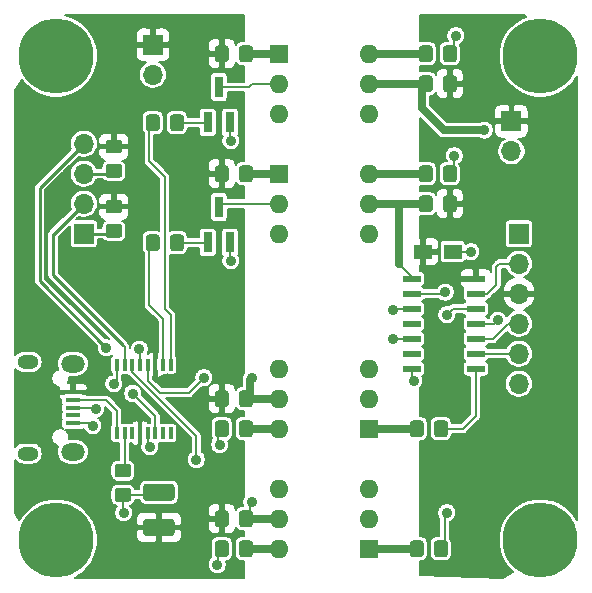
<source format=gbr>
G04 #@! TF.GenerationSoftware,KiCad,Pcbnew,(5.1.5)-3*
G04 #@! TF.CreationDate,2020-05-30T09:53:05-04:00*
G04 #@! TF.ProjectId,OptoUSB,4f70746f-5553-4422-9e6b-696361645f70,rev?*
G04 #@! TF.SameCoordinates,Original*
G04 #@! TF.FileFunction,Copper,L1,Top*
G04 #@! TF.FilePolarity,Positive*
%FSLAX46Y46*%
G04 Gerber Fmt 4.6, Leading zero omitted, Abs format (unit mm)*
G04 Created by KiCad (PCBNEW (5.1.5)-3) date 2020-05-30 09:53:05*
%MOMM*%
%LPD*%
G04 APERTURE LIST*
%ADD10R,1.300000X0.450000*%
%ADD11O,2.000000X1.450000*%
%ADD12O,1.800000X1.150000*%
%ADD13C,0.150000*%
%ADD14C,6.350000*%
%ADD15R,1.700000X1.700000*%
%ADD16O,1.700000X1.700000*%
%ADD17R,1.500000X0.600000*%
%ADD18R,0.400000X1.000000*%
%ADD19R,1.600000X1.600000*%
%ADD20O,1.600000X1.600000*%
%ADD21R,0.800100X1.800860*%
%ADD22R,1.500000X1.250000*%
%ADD23C,0.889000*%
%ADD24C,0.635000*%
%ADD25C,0.203200*%
%ADD26C,0.254000*%
G04 APERTURE END LIST*
D10*
X5456000Y-32482000D03*
X5456000Y-33132000D03*
X5456000Y-33782000D03*
X5456000Y-34432000D03*
X5456000Y-35082000D03*
D11*
X5406000Y-30057000D03*
X5406000Y-37507000D03*
D12*
X1606000Y-29907000D03*
X1606000Y-37657000D03*
G04 #@! TA.AperFunction,SMDPad,CuDef*
D13*
G36*
X10126505Y-38533204D02*
G01*
X10150773Y-38536804D01*
X10174572Y-38542765D01*
X10197671Y-38551030D01*
X10219850Y-38561520D01*
X10240893Y-38574132D01*
X10260599Y-38588747D01*
X10278777Y-38605223D01*
X10295253Y-38623401D01*
X10309868Y-38643107D01*
X10322480Y-38664150D01*
X10332970Y-38686329D01*
X10341235Y-38709428D01*
X10347196Y-38733227D01*
X10350796Y-38757495D01*
X10352000Y-38781999D01*
X10352000Y-39432001D01*
X10350796Y-39456505D01*
X10347196Y-39480773D01*
X10341235Y-39504572D01*
X10332970Y-39527671D01*
X10322480Y-39549850D01*
X10309868Y-39570893D01*
X10295253Y-39590599D01*
X10278777Y-39608777D01*
X10260599Y-39625253D01*
X10240893Y-39639868D01*
X10219850Y-39652480D01*
X10197671Y-39662970D01*
X10174572Y-39671235D01*
X10150773Y-39677196D01*
X10126505Y-39680796D01*
X10102001Y-39682000D01*
X9201999Y-39682000D01*
X9177495Y-39680796D01*
X9153227Y-39677196D01*
X9129428Y-39671235D01*
X9106329Y-39662970D01*
X9084150Y-39652480D01*
X9063107Y-39639868D01*
X9043401Y-39625253D01*
X9025223Y-39608777D01*
X9008747Y-39590599D01*
X8994132Y-39570893D01*
X8981520Y-39549850D01*
X8971030Y-39527671D01*
X8962765Y-39504572D01*
X8956804Y-39480773D01*
X8953204Y-39456505D01*
X8952000Y-39432001D01*
X8952000Y-38781999D01*
X8953204Y-38757495D01*
X8956804Y-38733227D01*
X8962765Y-38709428D01*
X8971030Y-38686329D01*
X8981520Y-38664150D01*
X8994132Y-38643107D01*
X9008747Y-38623401D01*
X9025223Y-38605223D01*
X9043401Y-38588747D01*
X9063107Y-38574132D01*
X9084150Y-38561520D01*
X9106329Y-38551030D01*
X9129428Y-38542765D01*
X9153227Y-38536804D01*
X9177495Y-38533204D01*
X9201999Y-38532000D01*
X10102001Y-38532000D01*
X10126505Y-38533204D01*
G37*
G04 #@! TD.AperFunction*
G04 #@! TA.AperFunction,SMDPad,CuDef*
G36*
X10126505Y-40583204D02*
G01*
X10150773Y-40586804D01*
X10174572Y-40592765D01*
X10197671Y-40601030D01*
X10219850Y-40611520D01*
X10240893Y-40624132D01*
X10260599Y-40638747D01*
X10278777Y-40655223D01*
X10295253Y-40673401D01*
X10309868Y-40693107D01*
X10322480Y-40714150D01*
X10332970Y-40736329D01*
X10341235Y-40759428D01*
X10347196Y-40783227D01*
X10350796Y-40807495D01*
X10352000Y-40831999D01*
X10352000Y-41482001D01*
X10350796Y-41506505D01*
X10347196Y-41530773D01*
X10341235Y-41554572D01*
X10332970Y-41577671D01*
X10322480Y-41599850D01*
X10309868Y-41620893D01*
X10295253Y-41640599D01*
X10278777Y-41658777D01*
X10260599Y-41675253D01*
X10240893Y-41689868D01*
X10219850Y-41702480D01*
X10197671Y-41712970D01*
X10174572Y-41721235D01*
X10150773Y-41727196D01*
X10126505Y-41730796D01*
X10102001Y-41732000D01*
X9201999Y-41732000D01*
X9177495Y-41730796D01*
X9153227Y-41727196D01*
X9129428Y-41721235D01*
X9106329Y-41712970D01*
X9084150Y-41702480D01*
X9063107Y-41689868D01*
X9043401Y-41675253D01*
X9025223Y-41658777D01*
X9008747Y-41640599D01*
X8994132Y-41620893D01*
X8981520Y-41599850D01*
X8971030Y-41577671D01*
X8962765Y-41554572D01*
X8956804Y-41530773D01*
X8953204Y-41506505D01*
X8952000Y-41482001D01*
X8952000Y-40831999D01*
X8953204Y-40807495D01*
X8956804Y-40783227D01*
X8962765Y-40759428D01*
X8971030Y-40736329D01*
X8981520Y-40714150D01*
X8994132Y-40693107D01*
X9008747Y-40673401D01*
X9025223Y-40655223D01*
X9043401Y-40638747D01*
X9063107Y-40624132D01*
X9084150Y-40611520D01*
X9106329Y-40601030D01*
X9129428Y-40592765D01*
X9153227Y-40586804D01*
X9177495Y-40583204D01*
X9201999Y-40582000D01*
X10102001Y-40582000D01*
X10126505Y-40583204D01*
G37*
G04 #@! TD.AperFunction*
G04 #@! TA.AperFunction,SMDPad,CuDef*
G36*
X13799504Y-43194204D02*
G01*
X13823773Y-43197804D01*
X13847571Y-43203765D01*
X13870671Y-43212030D01*
X13892849Y-43222520D01*
X13913893Y-43235133D01*
X13933598Y-43249747D01*
X13951777Y-43266223D01*
X13968253Y-43284402D01*
X13982867Y-43304107D01*
X13995480Y-43325151D01*
X14005970Y-43347329D01*
X14014235Y-43370429D01*
X14020196Y-43394227D01*
X14023796Y-43418496D01*
X14025000Y-43443000D01*
X14025000Y-44368000D01*
X14023796Y-44392504D01*
X14020196Y-44416773D01*
X14014235Y-44440571D01*
X14005970Y-44463671D01*
X13995480Y-44485849D01*
X13982867Y-44506893D01*
X13968253Y-44526598D01*
X13951777Y-44544777D01*
X13933598Y-44561253D01*
X13913893Y-44575867D01*
X13892849Y-44588480D01*
X13870671Y-44598970D01*
X13847571Y-44607235D01*
X13823773Y-44613196D01*
X13799504Y-44616796D01*
X13775000Y-44618000D01*
X11625000Y-44618000D01*
X11600496Y-44616796D01*
X11576227Y-44613196D01*
X11552429Y-44607235D01*
X11529329Y-44598970D01*
X11507151Y-44588480D01*
X11486107Y-44575867D01*
X11466402Y-44561253D01*
X11448223Y-44544777D01*
X11431747Y-44526598D01*
X11417133Y-44506893D01*
X11404520Y-44485849D01*
X11394030Y-44463671D01*
X11385765Y-44440571D01*
X11379804Y-44416773D01*
X11376204Y-44392504D01*
X11375000Y-44368000D01*
X11375000Y-43443000D01*
X11376204Y-43418496D01*
X11379804Y-43394227D01*
X11385765Y-43370429D01*
X11394030Y-43347329D01*
X11404520Y-43325151D01*
X11417133Y-43304107D01*
X11431747Y-43284402D01*
X11448223Y-43266223D01*
X11466402Y-43249747D01*
X11486107Y-43235133D01*
X11507151Y-43222520D01*
X11529329Y-43212030D01*
X11552429Y-43203765D01*
X11576227Y-43197804D01*
X11600496Y-43194204D01*
X11625000Y-43193000D01*
X13775000Y-43193000D01*
X13799504Y-43194204D01*
G37*
G04 #@! TD.AperFunction*
G04 #@! TA.AperFunction,SMDPad,CuDef*
G36*
X13799504Y-40219204D02*
G01*
X13823773Y-40222804D01*
X13847571Y-40228765D01*
X13870671Y-40237030D01*
X13892849Y-40247520D01*
X13913893Y-40260133D01*
X13933598Y-40274747D01*
X13951777Y-40291223D01*
X13968253Y-40309402D01*
X13982867Y-40329107D01*
X13995480Y-40350151D01*
X14005970Y-40372329D01*
X14014235Y-40395429D01*
X14020196Y-40419227D01*
X14023796Y-40443496D01*
X14025000Y-40468000D01*
X14025000Y-41393000D01*
X14023796Y-41417504D01*
X14020196Y-41441773D01*
X14014235Y-41465571D01*
X14005970Y-41488671D01*
X13995480Y-41510849D01*
X13982867Y-41531893D01*
X13968253Y-41551598D01*
X13951777Y-41569777D01*
X13933598Y-41586253D01*
X13913893Y-41600867D01*
X13892849Y-41613480D01*
X13870671Y-41623970D01*
X13847571Y-41632235D01*
X13823773Y-41638196D01*
X13799504Y-41641796D01*
X13775000Y-41643000D01*
X11625000Y-41643000D01*
X11600496Y-41641796D01*
X11576227Y-41638196D01*
X11552429Y-41632235D01*
X11529329Y-41623970D01*
X11507151Y-41613480D01*
X11486107Y-41600867D01*
X11466402Y-41586253D01*
X11448223Y-41569777D01*
X11431747Y-41551598D01*
X11417133Y-41531893D01*
X11404520Y-41510849D01*
X11394030Y-41488671D01*
X11385765Y-41465571D01*
X11379804Y-41441773D01*
X11376204Y-41417504D01*
X11375000Y-41393000D01*
X11375000Y-40468000D01*
X11376204Y-40443496D01*
X11379804Y-40419227D01*
X11385765Y-40395429D01*
X11394030Y-40372329D01*
X11404520Y-40350151D01*
X11417133Y-40329107D01*
X11431747Y-40309402D01*
X11448223Y-40291223D01*
X11466402Y-40274747D01*
X11486107Y-40260133D01*
X11507151Y-40247520D01*
X11529329Y-40237030D01*
X11552429Y-40228765D01*
X11576227Y-40222804D01*
X11600496Y-40219204D01*
X11625000Y-40218000D01*
X13775000Y-40218000D01*
X13799504Y-40219204D01*
G37*
G04 #@! TD.AperFunction*
D14*
X4000000Y-4000000D03*
X4000000Y-45000000D03*
X45000000Y-4000000D03*
X45000000Y-45000000D03*
D15*
X43180000Y-19050000D03*
D16*
X43180000Y-21590000D03*
X43180000Y-24130000D03*
X43180000Y-26670000D03*
X43180000Y-29210000D03*
X43180000Y-31750000D03*
G04 #@! TA.AperFunction,SMDPad,CuDef*
D13*
G36*
X35646505Y-3111204D02*
G01*
X35670773Y-3114804D01*
X35694572Y-3120765D01*
X35717671Y-3129030D01*
X35739850Y-3139520D01*
X35760893Y-3152132D01*
X35780599Y-3166747D01*
X35798777Y-3183223D01*
X35815253Y-3201401D01*
X35829868Y-3221107D01*
X35842480Y-3242150D01*
X35852970Y-3264329D01*
X35861235Y-3287428D01*
X35867196Y-3311227D01*
X35870796Y-3335495D01*
X35872000Y-3359999D01*
X35872000Y-4260001D01*
X35870796Y-4284505D01*
X35867196Y-4308773D01*
X35861235Y-4332572D01*
X35852970Y-4355671D01*
X35842480Y-4377850D01*
X35829868Y-4398893D01*
X35815253Y-4418599D01*
X35798777Y-4436777D01*
X35780599Y-4453253D01*
X35760893Y-4467868D01*
X35739850Y-4480480D01*
X35717671Y-4490970D01*
X35694572Y-4499235D01*
X35670773Y-4505196D01*
X35646505Y-4508796D01*
X35622001Y-4510000D01*
X34971999Y-4510000D01*
X34947495Y-4508796D01*
X34923227Y-4505196D01*
X34899428Y-4499235D01*
X34876329Y-4490970D01*
X34854150Y-4480480D01*
X34833107Y-4467868D01*
X34813401Y-4453253D01*
X34795223Y-4436777D01*
X34778747Y-4418599D01*
X34764132Y-4398893D01*
X34751520Y-4377850D01*
X34741030Y-4355671D01*
X34732765Y-4332572D01*
X34726804Y-4308773D01*
X34723204Y-4284505D01*
X34722000Y-4260001D01*
X34722000Y-3359999D01*
X34723204Y-3335495D01*
X34726804Y-3311227D01*
X34732765Y-3287428D01*
X34741030Y-3264329D01*
X34751520Y-3242150D01*
X34764132Y-3221107D01*
X34778747Y-3201401D01*
X34795223Y-3183223D01*
X34813401Y-3166747D01*
X34833107Y-3152132D01*
X34854150Y-3139520D01*
X34876329Y-3129030D01*
X34899428Y-3120765D01*
X34923227Y-3114804D01*
X34947495Y-3111204D01*
X34971999Y-3110000D01*
X35622001Y-3110000D01*
X35646505Y-3111204D01*
G37*
G04 #@! TD.AperFunction*
G04 #@! TA.AperFunction,SMDPad,CuDef*
G36*
X37696505Y-3111204D02*
G01*
X37720773Y-3114804D01*
X37744572Y-3120765D01*
X37767671Y-3129030D01*
X37789850Y-3139520D01*
X37810893Y-3152132D01*
X37830599Y-3166747D01*
X37848777Y-3183223D01*
X37865253Y-3201401D01*
X37879868Y-3221107D01*
X37892480Y-3242150D01*
X37902970Y-3264329D01*
X37911235Y-3287428D01*
X37917196Y-3311227D01*
X37920796Y-3335495D01*
X37922000Y-3359999D01*
X37922000Y-4260001D01*
X37920796Y-4284505D01*
X37917196Y-4308773D01*
X37911235Y-4332572D01*
X37902970Y-4355671D01*
X37892480Y-4377850D01*
X37879868Y-4398893D01*
X37865253Y-4418599D01*
X37848777Y-4436777D01*
X37830599Y-4453253D01*
X37810893Y-4467868D01*
X37789850Y-4480480D01*
X37767671Y-4490970D01*
X37744572Y-4499235D01*
X37720773Y-4505196D01*
X37696505Y-4508796D01*
X37672001Y-4510000D01*
X37021999Y-4510000D01*
X36997495Y-4508796D01*
X36973227Y-4505196D01*
X36949428Y-4499235D01*
X36926329Y-4490970D01*
X36904150Y-4480480D01*
X36883107Y-4467868D01*
X36863401Y-4453253D01*
X36845223Y-4436777D01*
X36828747Y-4418599D01*
X36814132Y-4398893D01*
X36801520Y-4377850D01*
X36791030Y-4355671D01*
X36782765Y-4332572D01*
X36776804Y-4308773D01*
X36773204Y-4284505D01*
X36772000Y-4260001D01*
X36772000Y-3359999D01*
X36773204Y-3335495D01*
X36776804Y-3311227D01*
X36782765Y-3287428D01*
X36791030Y-3264329D01*
X36801520Y-3242150D01*
X36814132Y-3221107D01*
X36828747Y-3201401D01*
X36845223Y-3183223D01*
X36863401Y-3166747D01*
X36883107Y-3152132D01*
X36904150Y-3139520D01*
X36926329Y-3129030D01*
X36949428Y-3120765D01*
X36973227Y-3114804D01*
X36997495Y-3111204D01*
X37021999Y-3110000D01*
X37672001Y-3110000D01*
X37696505Y-3111204D01*
G37*
G04 #@! TD.AperFunction*
G04 #@! TA.AperFunction,SMDPad,CuDef*
G36*
X14582505Y-8953204D02*
G01*
X14606773Y-8956804D01*
X14630572Y-8962765D01*
X14653671Y-8971030D01*
X14675850Y-8981520D01*
X14696893Y-8994132D01*
X14716599Y-9008747D01*
X14734777Y-9025223D01*
X14751253Y-9043401D01*
X14765868Y-9063107D01*
X14778480Y-9084150D01*
X14788970Y-9106329D01*
X14797235Y-9129428D01*
X14803196Y-9153227D01*
X14806796Y-9177495D01*
X14808000Y-9201999D01*
X14808000Y-10102001D01*
X14806796Y-10126505D01*
X14803196Y-10150773D01*
X14797235Y-10174572D01*
X14788970Y-10197671D01*
X14778480Y-10219850D01*
X14765868Y-10240893D01*
X14751253Y-10260599D01*
X14734777Y-10278777D01*
X14716599Y-10295253D01*
X14696893Y-10309868D01*
X14675850Y-10322480D01*
X14653671Y-10332970D01*
X14630572Y-10341235D01*
X14606773Y-10347196D01*
X14582505Y-10350796D01*
X14558001Y-10352000D01*
X13907999Y-10352000D01*
X13883495Y-10350796D01*
X13859227Y-10347196D01*
X13835428Y-10341235D01*
X13812329Y-10332970D01*
X13790150Y-10322480D01*
X13769107Y-10309868D01*
X13749401Y-10295253D01*
X13731223Y-10278777D01*
X13714747Y-10260599D01*
X13700132Y-10240893D01*
X13687520Y-10219850D01*
X13677030Y-10197671D01*
X13668765Y-10174572D01*
X13662804Y-10150773D01*
X13659204Y-10126505D01*
X13658000Y-10102001D01*
X13658000Y-9201999D01*
X13659204Y-9177495D01*
X13662804Y-9153227D01*
X13668765Y-9129428D01*
X13677030Y-9106329D01*
X13687520Y-9084150D01*
X13700132Y-9063107D01*
X13714747Y-9043401D01*
X13731223Y-9025223D01*
X13749401Y-9008747D01*
X13769107Y-8994132D01*
X13790150Y-8981520D01*
X13812329Y-8971030D01*
X13835428Y-8962765D01*
X13859227Y-8956804D01*
X13883495Y-8953204D01*
X13907999Y-8952000D01*
X14558001Y-8952000D01*
X14582505Y-8953204D01*
G37*
G04 #@! TD.AperFunction*
G04 #@! TA.AperFunction,SMDPad,CuDef*
G36*
X12532505Y-8953204D02*
G01*
X12556773Y-8956804D01*
X12580572Y-8962765D01*
X12603671Y-8971030D01*
X12625850Y-8981520D01*
X12646893Y-8994132D01*
X12666599Y-9008747D01*
X12684777Y-9025223D01*
X12701253Y-9043401D01*
X12715868Y-9063107D01*
X12728480Y-9084150D01*
X12738970Y-9106329D01*
X12747235Y-9129428D01*
X12753196Y-9153227D01*
X12756796Y-9177495D01*
X12758000Y-9201999D01*
X12758000Y-10102001D01*
X12756796Y-10126505D01*
X12753196Y-10150773D01*
X12747235Y-10174572D01*
X12738970Y-10197671D01*
X12728480Y-10219850D01*
X12715868Y-10240893D01*
X12701253Y-10260599D01*
X12684777Y-10278777D01*
X12666599Y-10295253D01*
X12646893Y-10309868D01*
X12625850Y-10322480D01*
X12603671Y-10332970D01*
X12580572Y-10341235D01*
X12556773Y-10347196D01*
X12532505Y-10350796D01*
X12508001Y-10352000D01*
X11857999Y-10352000D01*
X11833495Y-10350796D01*
X11809227Y-10347196D01*
X11785428Y-10341235D01*
X11762329Y-10332970D01*
X11740150Y-10322480D01*
X11719107Y-10309868D01*
X11699401Y-10295253D01*
X11681223Y-10278777D01*
X11664747Y-10260599D01*
X11650132Y-10240893D01*
X11637520Y-10219850D01*
X11627030Y-10197671D01*
X11618765Y-10174572D01*
X11612804Y-10150773D01*
X11609204Y-10126505D01*
X11608000Y-10102001D01*
X11608000Y-9201999D01*
X11609204Y-9177495D01*
X11612804Y-9153227D01*
X11618765Y-9129428D01*
X11627030Y-9106329D01*
X11637520Y-9084150D01*
X11650132Y-9063107D01*
X11664747Y-9043401D01*
X11681223Y-9025223D01*
X11699401Y-9008747D01*
X11719107Y-8994132D01*
X11740150Y-8981520D01*
X11762329Y-8971030D01*
X11785428Y-8962765D01*
X11809227Y-8956804D01*
X11833495Y-8953204D01*
X11857999Y-8952000D01*
X12508001Y-8952000D01*
X12532505Y-8953204D01*
G37*
G04 #@! TD.AperFunction*
G04 #@! TA.AperFunction,SMDPad,CuDef*
G36*
X36934505Y-45021204D02*
G01*
X36958773Y-45024804D01*
X36982572Y-45030765D01*
X37005671Y-45039030D01*
X37027850Y-45049520D01*
X37048893Y-45062132D01*
X37068599Y-45076747D01*
X37086777Y-45093223D01*
X37103253Y-45111401D01*
X37117868Y-45131107D01*
X37130480Y-45152150D01*
X37140970Y-45174329D01*
X37149235Y-45197428D01*
X37155196Y-45221227D01*
X37158796Y-45245495D01*
X37160000Y-45269999D01*
X37160000Y-46170001D01*
X37158796Y-46194505D01*
X37155196Y-46218773D01*
X37149235Y-46242572D01*
X37140970Y-46265671D01*
X37130480Y-46287850D01*
X37117868Y-46308893D01*
X37103253Y-46328599D01*
X37086777Y-46346777D01*
X37068599Y-46363253D01*
X37048893Y-46377868D01*
X37027850Y-46390480D01*
X37005671Y-46400970D01*
X36982572Y-46409235D01*
X36958773Y-46415196D01*
X36934505Y-46418796D01*
X36910001Y-46420000D01*
X36259999Y-46420000D01*
X36235495Y-46418796D01*
X36211227Y-46415196D01*
X36187428Y-46409235D01*
X36164329Y-46400970D01*
X36142150Y-46390480D01*
X36121107Y-46377868D01*
X36101401Y-46363253D01*
X36083223Y-46346777D01*
X36066747Y-46328599D01*
X36052132Y-46308893D01*
X36039520Y-46287850D01*
X36029030Y-46265671D01*
X36020765Y-46242572D01*
X36014804Y-46218773D01*
X36011204Y-46194505D01*
X36010000Y-46170001D01*
X36010000Y-45269999D01*
X36011204Y-45245495D01*
X36014804Y-45221227D01*
X36020765Y-45197428D01*
X36029030Y-45174329D01*
X36039520Y-45152150D01*
X36052132Y-45131107D01*
X36066747Y-45111401D01*
X36083223Y-45093223D01*
X36101401Y-45076747D01*
X36121107Y-45062132D01*
X36142150Y-45049520D01*
X36164329Y-45039030D01*
X36187428Y-45030765D01*
X36211227Y-45024804D01*
X36235495Y-45021204D01*
X36259999Y-45020000D01*
X36910001Y-45020000D01*
X36934505Y-45021204D01*
G37*
G04 #@! TD.AperFunction*
G04 #@! TA.AperFunction,SMDPad,CuDef*
G36*
X34884505Y-45021204D02*
G01*
X34908773Y-45024804D01*
X34932572Y-45030765D01*
X34955671Y-45039030D01*
X34977850Y-45049520D01*
X34998893Y-45062132D01*
X35018599Y-45076747D01*
X35036777Y-45093223D01*
X35053253Y-45111401D01*
X35067868Y-45131107D01*
X35080480Y-45152150D01*
X35090970Y-45174329D01*
X35099235Y-45197428D01*
X35105196Y-45221227D01*
X35108796Y-45245495D01*
X35110000Y-45269999D01*
X35110000Y-46170001D01*
X35108796Y-46194505D01*
X35105196Y-46218773D01*
X35099235Y-46242572D01*
X35090970Y-46265671D01*
X35080480Y-46287850D01*
X35067868Y-46308893D01*
X35053253Y-46328599D01*
X35036777Y-46346777D01*
X35018599Y-46363253D01*
X34998893Y-46377868D01*
X34977850Y-46390480D01*
X34955671Y-46400970D01*
X34932572Y-46409235D01*
X34908773Y-46415196D01*
X34884505Y-46418796D01*
X34860001Y-46420000D01*
X34209999Y-46420000D01*
X34185495Y-46418796D01*
X34161227Y-46415196D01*
X34137428Y-46409235D01*
X34114329Y-46400970D01*
X34092150Y-46390480D01*
X34071107Y-46377868D01*
X34051401Y-46363253D01*
X34033223Y-46346777D01*
X34016747Y-46328599D01*
X34002132Y-46308893D01*
X33989520Y-46287850D01*
X33979030Y-46265671D01*
X33970765Y-46242572D01*
X33964804Y-46218773D01*
X33961204Y-46194505D01*
X33960000Y-46170001D01*
X33960000Y-45269999D01*
X33961204Y-45245495D01*
X33964804Y-45221227D01*
X33970765Y-45197428D01*
X33979030Y-45174329D01*
X33989520Y-45152150D01*
X34002132Y-45131107D01*
X34016747Y-45111401D01*
X34033223Y-45093223D01*
X34051401Y-45076747D01*
X34071107Y-45062132D01*
X34092150Y-45049520D01*
X34114329Y-45039030D01*
X34137428Y-45030765D01*
X34161227Y-45024804D01*
X34185495Y-45021204D01*
X34209999Y-45020000D01*
X34860001Y-45020000D01*
X34884505Y-45021204D01*
G37*
G04 #@! TD.AperFunction*
G04 #@! TA.AperFunction,SMDPad,CuDef*
G36*
X34884505Y-34861204D02*
G01*
X34908773Y-34864804D01*
X34932572Y-34870765D01*
X34955671Y-34879030D01*
X34977850Y-34889520D01*
X34998893Y-34902132D01*
X35018599Y-34916747D01*
X35036777Y-34933223D01*
X35053253Y-34951401D01*
X35067868Y-34971107D01*
X35080480Y-34992150D01*
X35090970Y-35014329D01*
X35099235Y-35037428D01*
X35105196Y-35061227D01*
X35108796Y-35085495D01*
X35110000Y-35109999D01*
X35110000Y-36010001D01*
X35108796Y-36034505D01*
X35105196Y-36058773D01*
X35099235Y-36082572D01*
X35090970Y-36105671D01*
X35080480Y-36127850D01*
X35067868Y-36148893D01*
X35053253Y-36168599D01*
X35036777Y-36186777D01*
X35018599Y-36203253D01*
X34998893Y-36217868D01*
X34977850Y-36230480D01*
X34955671Y-36240970D01*
X34932572Y-36249235D01*
X34908773Y-36255196D01*
X34884505Y-36258796D01*
X34860001Y-36260000D01*
X34209999Y-36260000D01*
X34185495Y-36258796D01*
X34161227Y-36255196D01*
X34137428Y-36249235D01*
X34114329Y-36240970D01*
X34092150Y-36230480D01*
X34071107Y-36217868D01*
X34051401Y-36203253D01*
X34033223Y-36186777D01*
X34016747Y-36168599D01*
X34002132Y-36148893D01*
X33989520Y-36127850D01*
X33979030Y-36105671D01*
X33970765Y-36082572D01*
X33964804Y-36058773D01*
X33961204Y-36034505D01*
X33960000Y-36010001D01*
X33960000Y-35109999D01*
X33961204Y-35085495D01*
X33964804Y-35061227D01*
X33970765Y-35037428D01*
X33979030Y-35014329D01*
X33989520Y-34992150D01*
X34002132Y-34971107D01*
X34016747Y-34951401D01*
X34033223Y-34933223D01*
X34051401Y-34916747D01*
X34071107Y-34902132D01*
X34092150Y-34889520D01*
X34114329Y-34879030D01*
X34137428Y-34870765D01*
X34161227Y-34864804D01*
X34185495Y-34861204D01*
X34209999Y-34860000D01*
X34860001Y-34860000D01*
X34884505Y-34861204D01*
G37*
G04 #@! TD.AperFunction*
G04 #@! TA.AperFunction,SMDPad,CuDef*
G36*
X36934505Y-34861204D02*
G01*
X36958773Y-34864804D01*
X36982572Y-34870765D01*
X37005671Y-34879030D01*
X37027850Y-34889520D01*
X37048893Y-34902132D01*
X37068599Y-34916747D01*
X37086777Y-34933223D01*
X37103253Y-34951401D01*
X37117868Y-34971107D01*
X37130480Y-34992150D01*
X37140970Y-35014329D01*
X37149235Y-35037428D01*
X37155196Y-35061227D01*
X37158796Y-35085495D01*
X37160000Y-35109999D01*
X37160000Y-36010001D01*
X37158796Y-36034505D01*
X37155196Y-36058773D01*
X37149235Y-36082572D01*
X37140970Y-36105671D01*
X37130480Y-36127850D01*
X37117868Y-36148893D01*
X37103253Y-36168599D01*
X37086777Y-36186777D01*
X37068599Y-36203253D01*
X37048893Y-36217868D01*
X37027850Y-36230480D01*
X37005671Y-36240970D01*
X36982572Y-36249235D01*
X36958773Y-36255196D01*
X36934505Y-36258796D01*
X36910001Y-36260000D01*
X36259999Y-36260000D01*
X36235495Y-36258796D01*
X36211227Y-36255196D01*
X36187428Y-36249235D01*
X36164329Y-36240970D01*
X36142150Y-36230480D01*
X36121107Y-36217868D01*
X36101401Y-36203253D01*
X36083223Y-36186777D01*
X36066747Y-36168599D01*
X36052132Y-36148893D01*
X36039520Y-36127850D01*
X36029030Y-36105671D01*
X36020765Y-36082572D01*
X36014804Y-36058773D01*
X36011204Y-36034505D01*
X36010000Y-36010001D01*
X36010000Y-35109999D01*
X36011204Y-35085495D01*
X36014804Y-35061227D01*
X36020765Y-35037428D01*
X36029030Y-35014329D01*
X36039520Y-34992150D01*
X36052132Y-34971107D01*
X36066747Y-34951401D01*
X36083223Y-34933223D01*
X36101401Y-34916747D01*
X36121107Y-34902132D01*
X36142150Y-34889520D01*
X36164329Y-34879030D01*
X36187428Y-34870765D01*
X36211227Y-34864804D01*
X36235495Y-34861204D01*
X36259999Y-34860000D01*
X36910001Y-34860000D01*
X36934505Y-34861204D01*
G37*
G04 #@! TD.AperFunction*
G04 #@! TA.AperFunction,SMDPad,CuDef*
G36*
X35646505Y-15811204D02*
G01*
X35670773Y-15814804D01*
X35694572Y-15820765D01*
X35717671Y-15829030D01*
X35739850Y-15839520D01*
X35760893Y-15852132D01*
X35780599Y-15866747D01*
X35798777Y-15883223D01*
X35815253Y-15901401D01*
X35829868Y-15921107D01*
X35842480Y-15942150D01*
X35852970Y-15964329D01*
X35861235Y-15987428D01*
X35867196Y-16011227D01*
X35870796Y-16035495D01*
X35872000Y-16059999D01*
X35872000Y-16960001D01*
X35870796Y-16984505D01*
X35867196Y-17008773D01*
X35861235Y-17032572D01*
X35852970Y-17055671D01*
X35842480Y-17077850D01*
X35829868Y-17098893D01*
X35815253Y-17118599D01*
X35798777Y-17136777D01*
X35780599Y-17153253D01*
X35760893Y-17167868D01*
X35739850Y-17180480D01*
X35717671Y-17190970D01*
X35694572Y-17199235D01*
X35670773Y-17205196D01*
X35646505Y-17208796D01*
X35622001Y-17210000D01*
X34971999Y-17210000D01*
X34947495Y-17208796D01*
X34923227Y-17205196D01*
X34899428Y-17199235D01*
X34876329Y-17190970D01*
X34854150Y-17180480D01*
X34833107Y-17167868D01*
X34813401Y-17153253D01*
X34795223Y-17136777D01*
X34778747Y-17118599D01*
X34764132Y-17098893D01*
X34751520Y-17077850D01*
X34741030Y-17055671D01*
X34732765Y-17032572D01*
X34726804Y-17008773D01*
X34723204Y-16984505D01*
X34722000Y-16960001D01*
X34722000Y-16059999D01*
X34723204Y-16035495D01*
X34726804Y-16011227D01*
X34732765Y-15987428D01*
X34741030Y-15964329D01*
X34751520Y-15942150D01*
X34764132Y-15921107D01*
X34778747Y-15901401D01*
X34795223Y-15883223D01*
X34813401Y-15866747D01*
X34833107Y-15852132D01*
X34854150Y-15839520D01*
X34876329Y-15829030D01*
X34899428Y-15820765D01*
X34923227Y-15814804D01*
X34947495Y-15811204D01*
X34971999Y-15810000D01*
X35622001Y-15810000D01*
X35646505Y-15811204D01*
G37*
G04 #@! TD.AperFunction*
G04 #@! TA.AperFunction,SMDPad,CuDef*
G36*
X37696505Y-15811204D02*
G01*
X37720773Y-15814804D01*
X37744572Y-15820765D01*
X37767671Y-15829030D01*
X37789850Y-15839520D01*
X37810893Y-15852132D01*
X37830599Y-15866747D01*
X37848777Y-15883223D01*
X37865253Y-15901401D01*
X37879868Y-15921107D01*
X37892480Y-15942150D01*
X37902970Y-15964329D01*
X37911235Y-15987428D01*
X37917196Y-16011227D01*
X37920796Y-16035495D01*
X37922000Y-16059999D01*
X37922000Y-16960001D01*
X37920796Y-16984505D01*
X37917196Y-17008773D01*
X37911235Y-17032572D01*
X37902970Y-17055671D01*
X37892480Y-17077850D01*
X37879868Y-17098893D01*
X37865253Y-17118599D01*
X37848777Y-17136777D01*
X37830599Y-17153253D01*
X37810893Y-17167868D01*
X37789850Y-17180480D01*
X37767671Y-17190970D01*
X37744572Y-17199235D01*
X37720773Y-17205196D01*
X37696505Y-17208796D01*
X37672001Y-17210000D01*
X37021999Y-17210000D01*
X36997495Y-17208796D01*
X36973227Y-17205196D01*
X36949428Y-17199235D01*
X36926329Y-17190970D01*
X36904150Y-17180480D01*
X36883107Y-17167868D01*
X36863401Y-17153253D01*
X36845223Y-17136777D01*
X36828747Y-17118599D01*
X36814132Y-17098893D01*
X36801520Y-17077850D01*
X36791030Y-17055671D01*
X36782765Y-17032572D01*
X36776804Y-17008773D01*
X36773204Y-16984505D01*
X36772000Y-16960001D01*
X36772000Y-16059999D01*
X36773204Y-16035495D01*
X36776804Y-16011227D01*
X36782765Y-15987428D01*
X36791030Y-15964329D01*
X36801520Y-15942150D01*
X36814132Y-15921107D01*
X36828747Y-15901401D01*
X36845223Y-15883223D01*
X36863401Y-15866747D01*
X36883107Y-15852132D01*
X36904150Y-15839520D01*
X36926329Y-15829030D01*
X36949428Y-15820765D01*
X36973227Y-15814804D01*
X36997495Y-15811204D01*
X37021999Y-15810000D01*
X37672001Y-15810000D01*
X37696505Y-15811204D01*
G37*
G04 #@! TD.AperFunction*
G04 #@! TA.AperFunction,SMDPad,CuDef*
G36*
X37696505Y-13271204D02*
G01*
X37720773Y-13274804D01*
X37744572Y-13280765D01*
X37767671Y-13289030D01*
X37789850Y-13299520D01*
X37810893Y-13312132D01*
X37830599Y-13326747D01*
X37848777Y-13343223D01*
X37865253Y-13361401D01*
X37879868Y-13381107D01*
X37892480Y-13402150D01*
X37902970Y-13424329D01*
X37911235Y-13447428D01*
X37917196Y-13471227D01*
X37920796Y-13495495D01*
X37922000Y-13519999D01*
X37922000Y-14420001D01*
X37920796Y-14444505D01*
X37917196Y-14468773D01*
X37911235Y-14492572D01*
X37902970Y-14515671D01*
X37892480Y-14537850D01*
X37879868Y-14558893D01*
X37865253Y-14578599D01*
X37848777Y-14596777D01*
X37830599Y-14613253D01*
X37810893Y-14627868D01*
X37789850Y-14640480D01*
X37767671Y-14650970D01*
X37744572Y-14659235D01*
X37720773Y-14665196D01*
X37696505Y-14668796D01*
X37672001Y-14670000D01*
X37021999Y-14670000D01*
X36997495Y-14668796D01*
X36973227Y-14665196D01*
X36949428Y-14659235D01*
X36926329Y-14650970D01*
X36904150Y-14640480D01*
X36883107Y-14627868D01*
X36863401Y-14613253D01*
X36845223Y-14596777D01*
X36828747Y-14578599D01*
X36814132Y-14558893D01*
X36801520Y-14537850D01*
X36791030Y-14515671D01*
X36782765Y-14492572D01*
X36776804Y-14468773D01*
X36773204Y-14444505D01*
X36772000Y-14420001D01*
X36772000Y-13519999D01*
X36773204Y-13495495D01*
X36776804Y-13471227D01*
X36782765Y-13447428D01*
X36791030Y-13424329D01*
X36801520Y-13402150D01*
X36814132Y-13381107D01*
X36828747Y-13361401D01*
X36845223Y-13343223D01*
X36863401Y-13326747D01*
X36883107Y-13312132D01*
X36904150Y-13299520D01*
X36926329Y-13289030D01*
X36949428Y-13280765D01*
X36973227Y-13274804D01*
X36997495Y-13271204D01*
X37021999Y-13270000D01*
X37672001Y-13270000D01*
X37696505Y-13271204D01*
G37*
G04 #@! TD.AperFunction*
G04 #@! TA.AperFunction,SMDPad,CuDef*
G36*
X35646505Y-13271204D02*
G01*
X35670773Y-13274804D01*
X35694572Y-13280765D01*
X35717671Y-13289030D01*
X35739850Y-13299520D01*
X35760893Y-13312132D01*
X35780599Y-13326747D01*
X35798777Y-13343223D01*
X35815253Y-13361401D01*
X35829868Y-13381107D01*
X35842480Y-13402150D01*
X35852970Y-13424329D01*
X35861235Y-13447428D01*
X35867196Y-13471227D01*
X35870796Y-13495495D01*
X35872000Y-13519999D01*
X35872000Y-14420001D01*
X35870796Y-14444505D01*
X35867196Y-14468773D01*
X35861235Y-14492572D01*
X35852970Y-14515671D01*
X35842480Y-14537850D01*
X35829868Y-14558893D01*
X35815253Y-14578599D01*
X35798777Y-14596777D01*
X35780599Y-14613253D01*
X35760893Y-14627868D01*
X35739850Y-14640480D01*
X35717671Y-14650970D01*
X35694572Y-14659235D01*
X35670773Y-14665196D01*
X35646505Y-14668796D01*
X35622001Y-14670000D01*
X34971999Y-14670000D01*
X34947495Y-14668796D01*
X34923227Y-14665196D01*
X34899428Y-14659235D01*
X34876329Y-14650970D01*
X34854150Y-14640480D01*
X34833107Y-14627868D01*
X34813401Y-14613253D01*
X34795223Y-14596777D01*
X34778747Y-14578599D01*
X34764132Y-14558893D01*
X34751520Y-14537850D01*
X34741030Y-14515671D01*
X34732765Y-14492572D01*
X34726804Y-14468773D01*
X34723204Y-14444505D01*
X34722000Y-14420001D01*
X34722000Y-13519999D01*
X34723204Y-13495495D01*
X34726804Y-13471227D01*
X34732765Y-13447428D01*
X34741030Y-13424329D01*
X34751520Y-13402150D01*
X34764132Y-13381107D01*
X34778747Y-13361401D01*
X34795223Y-13343223D01*
X34813401Y-13326747D01*
X34833107Y-13312132D01*
X34854150Y-13299520D01*
X34876329Y-13289030D01*
X34899428Y-13280765D01*
X34923227Y-13274804D01*
X34947495Y-13271204D01*
X34971999Y-13270000D01*
X35622001Y-13270000D01*
X35646505Y-13271204D01*
G37*
G04 #@! TD.AperFunction*
G04 #@! TA.AperFunction,SMDPad,CuDef*
G36*
X9364505Y-13151204D02*
G01*
X9388773Y-13154804D01*
X9412572Y-13160765D01*
X9435671Y-13169030D01*
X9457850Y-13179520D01*
X9478893Y-13192132D01*
X9498599Y-13206747D01*
X9516777Y-13223223D01*
X9533253Y-13241401D01*
X9547868Y-13261107D01*
X9560480Y-13282150D01*
X9570970Y-13304329D01*
X9579235Y-13327428D01*
X9585196Y-13351227D01*
X9588796Y-13375495D01*
X9590000Y-13399999D01*
X9590000Y-14050001D01*
X9588796Y-14074505D01*
X9585196Y-14098773D01*
X9579235Y-14122572D01*
X9570970Y-14145671D01*
X9560480Y-14167850D01*
X9547868Y-14188893D01*
X9533253Y-14208599D01*
X9516777Y-14226777D01*
X9498599Y-14243253D01*
X9478893Y-14257868D01*
X9457850Y-14270480D01*
X9435671Y-14280970D01*
X9412572Y-14289235D01*
X9388773Y-14295196D01*
X9364505Y-14298796D01*
X9340001Y-14300000D01*
X8439999Y-14300000D01*
X8415495Y-14298796D01*
X8391227Y-14295196D01*
X8367428Y-14289235D01*
X8344329Y-14280970D01*
X8322150Y-14270480D01*
X8301107Y-14257868D01*
X8281401Y-14243253D01*
X8263223Y-14226777D01*
X8246747Y-14208599D01*
X8232132Y-14188893D01*
X8219520Y-14167850D01*
X8209030Y-14145671D01*
X8200765Y-14122572D01*
X8194804Y-14098773D01*
X8191204Y-14074505D01*
X8190000Y-14050001D01*
X8190000Y-13399999D01*
X8191204Y-13375495D01*
X8194804Y-13351227D01*
X8200765Y-13327428D01*
X8209030Y-13304329D01*
X8219520Y-13282150D01*
X8232132Y-13261107D01*
X8246747Y-13241401D01*
X8263223Y-13223223D01*
X8281401Y-13206747D01*
X8301107Y-13192132D01*
X8322150Y-13179520D01*
X8344329Y-13169030D01*
X8367428Y-13160765D01*
X8391227Y-13154804D01*
X8415495Y-13151204D01*
X8439999Y-13150000D01*
X9340001Y-13150000D01*
X9364505Y-13151204D01*
G37*
G04 #@! TD.AperFunction*
G04 #@! TA.AperFunction,SMDPad,CuDef*
G36*
X9364505Y-11101204D02*
G01*
X9388773Y-11104804D01*
X9412572Y-11110765D01*
X9435671Y-11119030D01*
X9457850Y-11129520D01*
X9478893Y-11142132D01*
X9498599Y-11156747D01*
X9516777Y-11173223D01*
X9533253Y-11191401D01*
X9547868Y-11211107D01*
X9560480Y-11232150D01*
X9570970Y-11254329D01*
X9579235Y-11277428D01*
X9585196Y-11301227D01*
X9588796Y-11325495D01*
X9590000Y-11349999D01*
X9590000Y-12000001D01*
X9588796Y-12024505D01*
X9585196Y-12048773D01*
X9579235Y-12072572D01*
X9570970Y-12095671D01*
X9560480Y-12117850D01*
X9547868Y-12138893D01*
X9533253Y-12158599D01*
X9516777Y-12176777D01*
X9498599Y-12193253D01*
X9478893Y-12207868D01*
X9457850Y-12220480D01*
X9435671Y-12230970D01*
X9412572Y-12239235D01*
X9388773Y-12245196D01*
X9364505Y-12248796D01*
X9340001Y-12250000D01*
X8439999Y-12250000D01*
X8415495Y-12248796D01*
X8391227Y-12245196D01*
X8367428Y-12239235D01*
X8344329Y-12230970D01*
X8322150Y-12220480D01*
X8301107Y-12207868D01*
X8281401Y-12193253D01*
X8263223Y-12176777D01*
X8246747Y-12158599D01*
X8232132Y-12138893D01*
X8219520Y-12117850D01*
X8209030Y-12095671D01*
X8200765Y-12072572D01*
X8194804Y-12048773D01*
X8191204Y-12024505D01*
X8190000Y-12000001D01*
X8190000Y-11349999D01*
X8191204Y-11325495D01*
X8194804Y-11301227D01*
X8200765Y-11277428D01*
X8209030Y-11254329D01*
X8219520Y-11232150D01*
X8232132Y-11211107D01*
X8246747Y-11191401D01*
X8263223Y-11173223D01*
X8281401Y-11156747D01*
X8301107Y-11142132D01*
X8322150Y-11129520D01*
X8344329Y-11119030D01*
X8367428Y-11110765D01*
X8391227Y-11104804D01*
X8415495Y-11101204D01*
X8439999Y-11100000D01*
X9340001Y-11100000D01*
X9364505Y-11101204D01*
G37*
G04 #@! TD.AperFunction*
G04 #@! TA.AperFunction,SMDPad,CuDef*
G36*
X9364505Y-16181204D02*
G01*
X9388773Y-16184804D01*
X9412572Y-16190765D01*
X9435671Y-16199030D01*
X9457850Y-16209520D01*
X9478893Y-16222132D01*
X9498599Y-16236747D01*
X9516777Y-16253223D01*
X9533253Y-16271401D01*
X9547868Y-16291107D01*
X9560480Y-16312150D01*
X9570970Y-16334329D01*
X9579235Y-16357428D01*
X9585196Y-16381227D01*
X9588796Y-16405495D01*
X9590000Y-16429999D01*
X9590000Y-17080001D01*
X9588796Y-17104505D01*
X9585196Y-17128773D01*
X9579235Y-17152572D01*
X9570970Y-17175671D01*
X9560480Y-17197850D01*
X9547868Y-17218893D01*
X9533253Y-17238599D01*
X9516777Y-17256777D01*
X9498599Y-17273253D01*
X9478893Y-17287868D01*
X9457850Y-17300480D01*
X9435671Y-17310970D01*
X9412572Y-17319235D01*
X9388773Y-17325196D01*
X9364505Y-17328796D01*
X9340001Y-17330000D01*
X8439999Y-17330000D01*
X8415495Y-17328796D01*
X8391227Y-17325196D01*
X8367428Y-17319235D01*
X8344329Y-17310970D01*
X8322150Y-17300480D01*
X8301107Y-17287868D01*
X8281401Y-17273253D01*
X8263223Y-17256777D01*
X8246747Y-17238599D01*
X8232132Y-17218893D01*
X8219520Y-17197850D01*
X8209030Y-17175671D01*
X8200765Y-17152572D01*
X8194804Y-17128773D01*
X8191204Y-17104505D01*
X8190000Y-17080001D01*
X8190000Y-16429999D01*
X8191204Y-16405495D01*
X8194804Y-16381227D01*
X8200765Y-16357428D01*
X8209030Y-16334329D01*
X8219520Y-16312150D01*
X8232132Y-16291107D01*
X8246747Y-16271401D01*
X8263223Y-16253223D01*
X8281401Y-16236747D01*
X8301107Y-16222132D01*
X8322150Y-16209520D01*
X8344329Y-16199030D01*
X8367428Y-16190765D01*
X8391227Y-16184804D01*
X8415495Y-16181204D01*
X8439999Y-16180000D01*
X9340001Y-16180000D01*
X9364505Y-16181204D01*
G37*
G04 #@! TD.AperFunction*
G04 #@! TA.AperFunction,SMDPad,CuDef*
G36*
X9364505Y-18231204D02*
G01*
X9388773Y-18234804D01*
X9412572Y-18240765D01*
X9435671Y-18249030D01*
X9457850Y-18259520D01*
X9478893Y-18272132D01*
X9498599Y-18286747D01*
X9516777Y-18303223D01*
X9533253Y-18321401D01*
X9547868Y-18341107D01*
X9560480Y-18362150D01*
X9570970Y-18384329D01*
X9579235Y-18407428D01*
X9585196Y-18431227D01*
X9588796Y-18455495D01*
X9590000Y-18479999D01*
X9590000Y-19130001D01*
X9588796Y-19154505D01*
X9585196Y-19178773D01*
X9579235Y-19202572D01*
X9570970Y-19225671D01*
X9560480Y-19247850D01*
X9547868Y-19268893D01*
X9533253Y-19288599D01*
X9516777Y-19306777D01*
X9498599Y-19323253D01*
X9478893Y-19337868D01*
X9457850Y-19350480D01*
X9435671Y-19360970D01*
X9412572Y-19369235D01*
X9388773Y-19375196D01*
X9364505Y-19378796D01*
X9340001Y-19380000D01*
X8439999Y-19380000D01*
X8415495Y-19378796D01*
X8391227Y-19375196D01*
X8367428Y-19369235D01*
X8344329Y-19360970D01*
X8322150Y-19350480D01*
X8301107Y-19337868D01*
X8281401Y-19323253D01*
X8263223Y-19306777D01*
X8246747Y-19288599D01*
X8232132Y-19268893D01*
X8219520Y-19247850D01*
X8209030Y-19225671D01*
X8200765Y-19202572D01*
X8194804Y-19178773D01*
X8191204Y-19154505D01*
X8190000Y-19130001D01*
X8190000Y-18479999D01*
X8191204Y-18455495D01*
X8194804Y-18431227D01*
X8200765Y-18407428D01*
X8209030Y-18384329D01*
X8219520Y-18362150D01*
X8232132Y-18341107D01*
X8246747Y-18321401D01*
X8263223Y-18303223D01*
X8281401Y-18286747D01*
X8301107Y-18272132D01*
X8322150Y-18259520D01*
X8344329Y-18249030D01*
X8367428Y-18240765D01*
X8391227Y-18234804D01*
X8415495Y-18231204D01*
X8439999Y-18230000D01*
X9340001Y-18230000D01*
X9364505Y-18231204D01*
G37*
G04 #@! TD.AperFunction*
G04 #@! TA.AperFunction,SMDPad,CuDef*
G36*
X20424505Y-3111204D02*
G01*
X20448773Y-3114804D01*
X20472572Y-3120765D01*
X20495671Y-3129030D01*
X20517850Y-3139520D01*
X20538893Y-3152132D01*
X20558599Y-3166747D01*
X20576777Y-3183223D01*
X20593253Y-3201401D01*
X20607868Y-3221107D01*
X20620480Y-3242150D01*
X20630970Y-3264329D01*
X20639235Y-3287428D01*
X20645196Y-3311227D01*
X20648796Y-3335495D01*
X20650000Y-3359999D01*
X20650000Y-4260001D01*
X20648796Y-4284505D01*
X20645196Y-4308773D01*
X20639235Y-4332572D01*
X20630970Y-4355671D01*
X20620480Y-4377850D01*
X20607868Y-4398893D01*
X20593253Y-4418599D01*
X20576777Y-4436777D01*
X20558599Y-4453253D01*
X20538893Y-4467868D01*
X20517850Y-4480480D01*
X20495671Y-4490970D01*
X20472572Y-4499235D01*
X20448773Y-4505196D01*
X20424505Y-4508796D01*
X20400001Y-4510000D01*
X19749999Y-4510000D01*
X19725495Y-4508796D01*
X19701227Y-4505196D01*
X19677428Y-4499235D01*
X19654329Y-4490970D01*
X19632150Y-4480480D01*
X19611107Y-4467868D01*
X19591401Y-4453253D01*
X19573223Y-4436777D01*
X19556747Y-4418599D01*
X19542132Y-4398893D01*
X19529520Y-4377850D01*
X19519030Y-4355671D01*
X19510765Y-4332572D01*
X19504804Y-4308773D01*
X19501204Y-4284505D01*
X19500000Y-4260001D01*
X19500000Y-3359999D01*
X19501204Y-3335495D01*
X19504804Y-3311227D01*
X19510765Y-3287428D01*
X19519030Y-3264329D01*
X19529520Y-3242150D01*
X19542132Y-3221107D01*
X19556747Y-3201401D01*
X19573223Y-3183223D01*
X19591401Y-3166747D01*
X19611107Y-3152132D01*
X19632150Y-3139520D01*
X19654329Y-3129030D01*
X19677428Y-3120765D01*
X19701227Y-3114804D01*
X19725495Y-3111204D01*
X19749999Y-3110000D01*
X20400001Y-3110000D01*
X20424505Y-3111204D01*
G37*
G04 #@! TD.AperFunction*
G04 #@! TA.AperFunction,SMDPad,CuDef*
G36*
X18374505Y-3111204D02*
G01*
X18398773Y-3114804D01*
X18422572Y-3120765D01*
X18445671Y-3129030D01*
X18467850Y-3139520D01*
X18488893Y-3152132D01*
X18508599Y-3166747D01*
X18526777Y-3183223D01*
X18543253Y-3201401D01*
X18557868Y-3221107D01*
X18570480Y-3242150D01*
X18580970Y-3264329D01*
X18589235Y-3287428D01*
X18595196Y-3311227D01*
X18598796Y-3335495D01*
X18600000Y-3359999D01*
X18600000Y-4260001D01*
X18598796Y-4284505D01*
X18595196Y-4308773D01*
X18589235Y-4332572D01*
X18580970Y-4355671D01*
X18570480Y-4377850D01*
X18557868Y-4398893D01*
X18543253Y-4418599D01*
X18526777Y-4436777D01*
X18508599Y-4453253D01*
X18488893Y-4467868D01*
X18467850Y-4480480D01*
X18445671Y-4490970D01*
X18422572Y-4499235D01*
X18398773Y-4505196D01*
X18374505Y-4508796D01*
X18350001Y-4510000D01*
X17699999Y-4510000D01*
X17675495Y-4508796D01*
X17651227Y-4505196D01*
X17627428Y-4499235D01*
X17604329Y-4490970D01*
X17582150Y-4480480D01*
X17561107Y-4467868D01*
X17541401Y-4453253D01*
X17523223Y-4436777D01*
X17506747Y-4418599D01*
X17492132Y-4398893D01*
X17479520Y-4377850D01*
X17469030Y-4355671D01*
X17460765Y-4332572D01*
X17454804Y-4308773D01*
X17451204Y-4284505D01*
X17450000Y-4260001D01*
X17450000Y-3359999D01*
X17451204Y-3335495D01*
X17454804Y-3311227D01*
X17460765Y-3287428D01*
X17469030Y-3264329D01*
X17479520Y-3242150D01*
X17492132Y-3221107D01*
X17506747Y-3201401D01*
X17523223Y-3183223D01*
X17541401Y-3166747D01*
X17561107Y-3152132D01*
X17582150Y-3139520D01*
X17604329Y-3129030D01*
X17627428Y-3120765D01*
X17651227Y-3114804D01*
X17675495Y-3111204D01*
X17699999Y-3110000D01*
X18350001Y-3110000D01*
X18374505Y-3111204D01*
G37*
G04 #@! TD.AperFunction*
G04 #@! TA.AperFunction,SMDPad,CuDef*
G36*
X18374505Y-13271204D02*
G01*
X18398773Y-13274804D01*
X18422572Y-13280765D01*
X18445671Y-13289030D01*
X18467850Y-13299520D01*
X18488893Y-13312132D01*
X18508599Y-13326747D01*
X18526777Y-13343223D01*
X18543253Y-13361401D01*
X18557868Y-13381107D01*
X18570480Y-13402150D01*
X18580970Y-13424329D01*
X18589235Y-13447428D01*
X18595196Y-13471227D01*
X18598796Y-13495495D01*
X18600000Y-13519999D01*
X18600000Y-14420001D01*
X18598796Y-14444505D01*
X18595196Y-14468773D01*
X18589235Y-14492572D01*
X18580970Y-14515671D01*
X18570480Y-14537850D01*
X18557868Y-14558893D01*
X18543253Y-14578599D01*
X18526777Y-14596777D01*
X18508599Y-14613253D01*
X18488893Y-14627868D01*
X18467850Y-14640480D01*
X18445671Y-14650970D01*
X18422572Y-14659235D01*
X18398773Y-14665196D01*
X18374505Y-14668796D01*
X18350001Y-14670000D01*
X17699999Y-14670000D01*
X17675495Y-14668796D01*
X17651227Y-14665196D01*
X17627428Y-14659235D01*
X17604329Y-14650970D01*
X17582150Y-14640480D01*
X17561107Y-14627868D01*
X17541401Y-14613253D01*
X17523223Y-14596777D01*
X17506747Y-14578599D01*
X17492132Y-14558893D01*
X17479520Y-14537850D01*
X17469030Y-14515671D01*
X17460765Y-14492572D01*
X17454804Y-14468773D01*
X17451204Y-14444505D01*
X17450000Y-14420001D01*
X17450000Y-13519999D01*
X17451204Y-13495495D01*
X17454804Y-13471227D01*
X17460765Y-13447428D01*
X17469030Y-13424329D01*
X17479520Y-13402150D01*
X17492132Y-13381107D01*
X17506747Y-13361401D01*
X17523223Y-13343223D01*
X17541401Y-13326747D01*
X17561107Y-13312132D01*
X17582150Y-13299520D01*
X17604329Y-13289030D01*
X17627428Y-13280765D01*
X17651227Y-13274804D01*
X17675495Y-13271204D01*
X17699999Y-13270000D01*
X18350001Y-13270000D01*
X18374505Y-13271204D01*
G37*
G04 #@! TD.AperFunction*
G04 #@! TA.AperFunction,SMDPad,CuDef*
G36*
X20424505Y-13271204D02*
G01*
X20448773Y-13274804D01*
X20472572Y-13280765D01*
X20495671Y-13289030D01*
X20517850Y-13299520D01*
X20538893Y-13312132D01*
X20558599Y-13326747D01*
X20576777Y-13343223D01*
X20593253Y-13361401D01*
X20607868Y-13381107D01*
X20620480Y-13402150D01*
X20630970Y-13424329D01*
X20639235Y-13447428D01*
X20645196Y-13471227D01*
X20648796Y-13495495D01*
X20650000Y-13519999D01*
X20650000Y-14420001D01*
X20648796Y-14444505D01*
X20645196Y-14468773D01*
X20639235Y-14492572D01*
X20630970Y-14515671D01*
X20620480Y-14537850D01*
X20607868Y-14558893D01*
X20593253Y-14578599D01*
X20576777Y-14596777D01*
X20558599Y-14613253D01*
X20538893Y-14627868D01*
X20517850Y-14640480D01*
X20495671Y-14650970D01*
X20472572Y-14659235D01*
X20448773Y-14665196D01*
X20424505Y-14668796D01*
X20400001Y-14670000D01*
X19749999Y-14670000D01*
X19725495Y-14668796D01*
X19701227Y-14665196D01*
X19677428Y-14659235D01*
X19654329Y-14650970D01*
X19632150Y-14640480D01*
X19611107Y-14627868D01*
X19591401Y-14613253D01*
X19573223Y-14596777D01*
X19556747Y-14578599D01*
X19542132Y-14558893D01*
X19529520Y-14537850D01*
X19519030Y-14515671D01*
X19510765Y-14492572D01*
X19504804Y-14468773D01*
X19501204Y-14444505D01*
X19500000Y-14420001D01*
X19500000Y-13519999D01*
X19501204Y-13495495D01*
X19504804Y-13471227D01*
X19510765Y-13447428D01*
X19519030Y-13424329D01*
X19529520Y-13402150D01*
X19542132Y-13381107D01*
X19556747Y-13361401D01*
X19573223Y-13343223D01*
X19591401Y-13326747D01*
X19611107Y-13312132D01*
X19632150Y-13299520D01*
X19654329Y-13289030D01*
X19677428Y-13280765D01*
X19701227Y-13274804D01*
X19725495Y-13271204D01*
X19749999Y-13270000D01*
X20400001Y-13270000D01*
X20424505Y-13271204D01*
G37*
G04 #@! TD.AperFunction*
G04 #@! TA.AperFunction,SMDPad,CuDef*
G36*
X20424505Y-32321204D02*
G01*
X20448773Y-32324804D01*
X20472572Y-32330765D01*
X20495671Y-32339030D01*
X20517850Y-32349520D01*
X20538893Y-32362132D01*
X20558599Y-32376747D01*
X20576777Y-32393223D01*
X20593253Y-32411401D01*
X20607868Y-32431107D01*
X20620480Y-32452150D01*
X20630970Y-32474329D01*
X20639235Y-32497428D01*
X20645196Y-32521227D01*
X20648796Y-32545495D01*
X20650000Y-32569999D01*
X20650000Y-33470001D01*
X20648796Y-33494505D01*
X20645196Y-33518773D01*
X20639235Y-33542572D01*
X20630970Y-33565671D01*
X20620480Y-33587850D01*
X20607868Y-33608893D01*
X20593253Y-33628599D01*
X20576777Y-33646777D01*
X20558599Y-33663253D01*
X20538893Y-33677868D01*
X20517850Y-33690480D01*
X20495671Y-33700970D01*
X20472572Y-33709235D01*
X20448773Y-33715196D01*
X20424505Y-33718796D01*
X20400001Y-33720000D01*
X19749999Y-33720000D01*
X19725495Y-33718796D01*
X19701227Y-33715196D01*
X19677428Y-33709235D01*
X19654329Y-33700970D01*
X19632150Y-33690480D01*
X19611107Y-33677868D01*
X19591401Y-33663253D01*
X19573223Y-33646777D01*
X19556747Y-33628599D01*
X19542132Y-33608893D01*
X19529520Y-33587850D01*
X19519030Y-33565671D01*
X19510765Y-33542572D01*
X19504804Y-33518773D01*
X19501204Y-33494505D01*
X19500000Y-33470001D01*
X19500000Y-32569999D01*
X19501204Y-32545495D01*
X19504804Y-32521227D01*
X19510765Y-32497428D01*
X19519030Y-32474329D01*
X19529520Y-32452150D01*
X19542132Y-32431107D01*
X19556747Y-32411401D01*
X19573223Y-32393223D01*
X19591401Y-32376747D01*
X19611107Y-32362132D01*
X19632150Y-32349520D01*
X19654329Y-32339030D01*
X19677428Y-32330765D01*
X19701227Y-32324804D01*
X19725495Y-32321204D01*
X19749999Y-32320000D01*
X20400001Y-32320000D01*
X20424505Y-32321204D01*
G37*
G04 #@! TD.AperFunction*
G04 #@! TA.AperFunction,SMDPad,CuDef*
G36*
X18374505Y-32321204D02*
G01*
X18398773Y-32324804D01*
X18422572Y-32330765D01*
X18445671Y-32339030D01*
X18467850Y-32349520D01*
X18488893Y-32362132D01*
X18508599Y-32376747D01*
X18526777Y-32393223D01*
X18543253Y-32411401D01*
X18557868Y-32431107D01*
X18570480Y-32452150D01*
X18580970Y-32474329D01*
X18589235Y-32497428D01*
X18595196Y-32521227D01*
X18598796Y-32545495D01*
X18600000Y-32569999D01*
X18600000Y-33470001D01*
X18598796Y-33494505D01*
X18595196Y-33518773D01*
X18589235Y-33542572D01*
X18580970Y-33565671D01*
X18570480Y-33587850D01*
X18557868Y-33608893D01*
X18543253Y-33628599D01*
X18526777Y-33646777D01*
X18508599Y-33663253D01*
X18488893Y-33677868D01*
X18467850Y-33690480D01*
X18445671Y-33700970D01*
X18422572Y-33709235D01*
X18398773Y-33715196D01*
X18374505Y-33718796D01*
X18350001Y-33720000D01*
X17699999Y-33720000D01*
X17675495Y-33718796D01*
X17651227Y-33715196D01*
X17627428Y-33709235D01*
X17604329Y-33700970D01*
X17582150Y-33690480D01*
X17561107Y-33677868D01*
X17541401Y-33663253D01*
X17523223Y-33646777D01*
X17506747Y-33628599D01*
X17492132Y-33608893D01*
X17479520Y-33587850D01*
X17469030Y-33565671D01*
X17460765Y-33542572D01*
X17454804Y-33518773D01*
X17451204Y-33494505D01*
X17450000Y-33470001D01*
X17450000Y-32569999D01*
X17451204Y-32545495D01*
X17454804Y-32521227D01*
X17460765Y-32497428D01*
X17469030Y-32474329D01*
X17479520Y-32452150D01*
X17492132Y-32431107D01*
X17506747Y-32411401D01*
X17523223Y-32393223D01*
X17541401Y-32376747D01*
X17561107Y-32362132D01*
X17582150Y-32349520D01*
X17604329Y-32339030D01*
X17627428Y-32330765D01*
X17651227Y-32324804D01*
X17675495Y-32321204D01*
X17699999Y-32320000D01*
X18350001Y-32320000D01*
X18374505Y-32321204D01*
G37*
G04 #@! TD.AperFunction*
G04 #@! TA.AperFunction,SMDPad,CuDef*
G36*
X18374505Y-34861204D02*
G01*
X18398773Y-34864804D01*
X18422572Y-34870765D01*
X18445671Y-34879030D01*
X18467850Y-34889520D01*
X18488893Y-34902132D01*
X18508599Y-34916747D01*
X18526777Y-34933223D01*
X18543253Y-34951401D01*
X18557868Y-34971107D01*
X18570480Y-34992150D01*
X18580970Y-35014329D01*
X18589235Y-35037428D01*
X18595196Y-35061227D01*
X18598796Y-35085495D01*
X18600000Y-35109999D01*
X18600000Y-36010001D01*
X18598796Y-36034505D01*
X18595196Y-36058773D01*
X18589235Y-36082572D01*
X18580970Y-36105671D01*
X18570480Y-36127850D01*
X18557868Y-36148893D01*
X18543253Y-36168599D01*
X18526777Y-36186777D01*
X18508599Y-36203253D01*
X18488893Y-36217868D01*
X18467850Y-36230480D01*
X18445671Y-36240970D01*
X18422572Y-36249235D01*
X18398773Y-36255196D01*
X18374505Y-36258796D01*
X18350001Y-36260000D01*
X17699999Y-36260000D01*
X17675495Y-36258796D01*
X17651227Y-36255196D01*
X17627428Y-36249235D01*
X17604329Y-36240970D01*
X17582150Y-36230480D01*
X17561107Y-36217868D01*
X17541401Y-36203253D01*
X17523223Y-36186777D01*
X17506747Y-36168599D01*
X17492132Y-36148893D01*
X17479520Y-36127850D01*
X17469030Y-36105671D01*
X17460765Y-36082572D01*
X17454804Y-36058773D01*
X17451204Y-36034505D01*
X17450000Y-36010001D01*
X17450000Y-35109999D01*
X17451204Y-35085495D01*
X17454804Y-35061227D01*
X17460765Y-35037428D01*
X17469030Y-35014329D01*
X17479520Y-34992150D01*
X17492132Y-34971107D01*
X17506747Y-34951401D01*
X17523223Y-34933223D01*
X17541401Y-34916747D01*
X17561107Y-34902132D01*
X17582150Y-34889520D01*
X17604329Y-34879030D01*
X17627428Y-34870765D01*
X17651227Y-34864804D01*
X17675495Y-34861204D01*
X17699999Y-34860000D01*
X18350001Y-34860000D01*
X18374505Y-34861204D01*
G37*
G04 #@! TD.AperFunction*
G04 #@! TA.AperFunction,SMDPad,CuDef*
G36*
X20424505Y-34861204D02*
G01*
X20448773Y-34864804D01*
X20472572Y-34870765D01*
X20495671Y-34879030D01*
X20517850Y-34889520D01*
X20538893Y-34902132D01*
X20558599Y-34916747D01*
X20576777Y-34933223D01*
X20593253Y-34951401D01*
X20607868Y-34971107D01*
X20620480Y-34992150D01*
X20630970Y-35014329D01*
X20639235Y-35037428D01*
X20645196Y-35061227D01*
X20648796Y-35085495D01*
X20650000Y-35109999D01*
X20650000Y-36010001D01*
X20648796Y-36034505D01*
X20645196Y-36058773D01*
X20639235Y-36082572D01*
X20630970Y-36105671D01*
X20620480Y-36127850D01*
X20607868Y-36148893D01*
X20593253Y-36168599D01*
X20576777Y-36186777D01*
X20558599Y-36203253D01*
X20538893Y-36217868D01*
X20517850Y-36230480D01*
X20495671Y-36240970D01*
X20472572Y-36249235D01*
X20448773Y-36255196D01*
X20424505Y-36258796D01*
X20400001Y-36260000D01*
X19749999Y-36260000D01*
X19725495Y-36258796D01*
X19701227Y-36255196D01*
X19677428Y-36249235D01*
X19654329Y-36240970D01*
X19632150Y-36230480D01*
X19611107Y-36217868D01*
X19591401Y-36203253D01*
X19573223Y-36186777D01*
X19556747Y-36168599D01*
X19542132Y-36148893D01*
X19529520Y-36127850D01*
X19519030Y-36105671D01*
X19510765Y-36082572D01*
X19504804Y-36058773D01*
X19501204Y-36034505D01*
X19500000Y-36010001D01*
X19500000Y-35109999D01*
X19501204Y-35085495D01*
X19504804Y-35061227D01*
X19510765Y-35037428D01*
X19519030Y-35014329D01*
X19529520Y-34992150D01*
X19542132Y-34971107D01*
X19556747Y-34951401D01*
X19573223Y-34933223D01*
X19591401Y-34916747D01*
X19611107Y-34902132D01*
X19632150Y-34889520D01*
X19654329Y-34879030D01*
X19677428Y-34870765D01*
X19701227Y-34864804D01*
X19725495Y-34861204D01*
X19749999Y-34860000D01*
X20400001Y-34860000D01*
X20424505Y-34861204D01*
G37*
G04 #@! TD.AperFunction*
G04 #@! TA.AperFunction,SMDPad,CuDef*
G36*
X20424505Y-42481204D02*
G01*
X20448773Y-42484804D01*
X20472572Y-42490765D01*
X20495671Y-42499030D01*
X20517850Y-42509520D01*
X20538893Y-42522132D01*
X20558599Y-42536747D01*
X20576777Y-42553223D01*
X20593253Y-42571401D01*
X20607868Y-42591107D01*
X20620480Y-42612150D01*
X20630970Y-42634329D01*
X20639235Y-42657428D01*
X20645196Y-42681227D01*
X20648796Y-42705495D01*
X20650000Y-42729999D01*
X20650000Y-43630001D01*
X20648796Y-43654505D01*
X20645196Y-43678773D01*
X20639235Y-43702572D01*
X20630970Y-43725671D01*
X20620480Y-43747850D01*
X20607868Y-43768893D01*
X20593253Y-43788599D01*
X20576777Y-43806777D01*
X20558599Y-43823253D01*
X20538893Y-43837868D01*
X20517850Y-43850480D01*
X20495671Y-43860970D01*
X20472572Y-43869235D01*
X20448773Y-43875196D01*
X20424505Y-43878796D01*
X20400001Y-43880000D01*
X19749999Y-43880000D01*
X19725495Y-43878796D01*
X19701227Y-43875196D01*
X19677428Y-43869235D01*
X19654329Y-43860970D01*
X19632150Y-43850480D01*
X19611107Y-43837868D01*
X19591401Y-43823253D01*
X19573223Y-43806777D01*
X19556747Y-43788599D01*
X19542132Y-43768893D01*
X19529520Y-43747850D01*
X19519030Y-43725671D01*
X19510765Y-43702572D01*
X19504804Y-43678773D01*
X19501204Y-43654505D01*
X19500000Y-43630001D01*
X19500000Y-42729999D01*
X19501204Y-42705495D01*
X19504804Y-42681227D01*
X19510765Y-42657428D01*
X19519030Y-42634329D01*
X19529520Y-42612150D01*
X19542132Y-42591107D01*
X19556747Y-42571401D01*
X19573223Y-42553223D01*
X19591401Y-42536747D01*
X19611107Y-42522132D01*
X19632150Y-42509520D01*
X19654329Y-42499030D01*
X19677428Y-42490765D01*
X19701227Y-42484804D01*
X19725495Y-42481204D01*
X19749999Y-42480000D01*
X20400001Y-42480000D01*
X20424505Y-42481204D01*
G37*
G04 #@! TD.AperFunction*
G04 #@! TA.AperFunction,SMDPad,CuDef*
G36*
X18374505Y-42481204D02*
G01*
X18398773Y-42484804D01*
X18422572Y-42490765D01*
X18445671Y-42499030D01*
X18467850Y-42509520D01*
X18488893Y-42522132D01*
X18508599Y-42536747D01*
X18526777Y-42553223D01*
X18543253Y-42571401D01*
X18557868Y-42591107D01*
X18570480Y-42612150D01*
X18580970Y-42634329D01*
X18589235Y-42657428D01*
X18595196Y-42681227D01*
X18598796Y-42705495D01*
X18600000Y-42729999D01*
X18600000Y-43630001D01*
X18598796Y-43654505D01*
X18595196Y-43678773D01*
X18589235Y-43702572D01*
X18580970Y-43725671D01*
X18570480Y-43747850D01*
X18557868Y-43768893D01*
X18543253Y-43788599D01*
X18526777Y-43806777D01*
X18508599Y-43823253D01*
X18488893Y-43837868D01*
X18467850Y-43850480D01*
X18445671Y-43860970D01*
X18422572Y-43869235D01*
X18398773Y-43875196D01*
X18374505Y-43878796D01*
X18350001Y-43880000D01*
X17699999Y-43880000D01*
X17675495Y-43878796D01*
X17651227Y-43875196D01*
X17627428Y-43869235D01*
X17604329Y-43860970D01*
X17582150Y-43850480D01*
X17561107Y-43837868D01*
X17541401Y-43823253D01*
X17523223Y-43806777D01*
X17506747Y-43788599D01*
X17492132Y-43768893D01*
X17479520Y-43747850D01*
X17469030Y-43725671D01*
X17460765Y-43702572D01*
X17454804Y-43678773D01*
X17451204Y-43654505D01*
X17450000Y-43630001D01*
X17450000Y-42729999D01*
X17451204Y-42705495D01*
X17454804Y-42681227D01*
X17460765Y-42657428D01*
X17469030Y-42634329D01*
X17479520Y-42612150D01*
X17492132Y-42591107D01*
X17506747Y-42571401D01*
X17523223Y-42553223D01*
X17541401Y-42536747D01*
X17561107Y-42522132D01*
X17582150Y-42509520D01*
X17604329Y-42499030D01*
X17627428Y-42490765D01*
X17651227Y-42484804D01*
X17675495Y-42481204D01*
X17699999Y-42480000D01*
X18350001Y-42480000D01*
X18374505Y-42481204D01*
G37*
G04 #@! TD.AperFunction*
G04 #@! TA.AperFunction,SMDPad,CuDef*
G36*
X18374505Y-45021204D02*
G01*
X18398773Y-45024804D01*
X18422572Y-45030765D01*
X18445671Y-45039030D01*
X18467850Y-45049520D01*
X18488893Y-45062132D01*
X18508599Y-45076747D01*
X18526777Y-45093223D01*
X18543253Y-45111401D01*
X18557868Y-45131107D01*
X18570480Y-45152150D01*
X18580970Y-45174329D01*
X18589235Y-45197428D01*
X18595196Y-45221227D01*
X18598796Y-45245495D01*
X18600000Y-45269999D01*
X18600000Y-46170001D01*
X18598796Y-46194505D01*
X18595196Y-46218773D01*
X18589235Y-46242572D01*
X18580970Y-46265671D01*
X18570480Y-46287850D01*
X18557868Y-46308893D01*
X18543253Y-46328599D01*
X18526777Y-46346777D01*
X18508599Y-46363253D01*
X18488893Y-46377868D01*
X18467850Y-46390480D01*
X18445671Y-46400970D01*
X18422572Y-46409235D01*
X18398773Y-46415196D01*
X18374505Y-46418796D01*
X18350001Y-46420000D01*
X17699999Y-46420000D01*
X17675495Y-46418796D01*
X17651227Y-46415196D01*
X17627428Y-46409235D01*
X17604329Y-46400970D01*
X17582150Y-46390480D01*
X17561107Y-46377868D01*
X17541401Y-46363253D01*
X17523223Y-46346777D01*
X17506747Y-46328599D01*
X17492132Y-46308893D01*
X17479520Y-46287850D01*
X17469030Y-46265671D01*
X17460765Y-46242572D01*
X17454804Y-46218773D01*
X17451204Y-46194505D01*
X17450000Y-46170001D01*
X17450000Y-45269999D01*
X17451204Y-45245495D01*
X17454804Y-45221227D01*
X17460765Y-45197428D01*
X17469030Y-45174329D01*
X17479520Y-45152150D01*
X17492132Y-45131107D01*
X17506747Y-45111401D01*
X17523223Y-45093223D01*
X17541401Y-45076747D01*
X17561107Y-45062132D01*
X17582150Y-45049520D01*
X17604329Y-45039030D01*
X17627428Y-45030765D01*
X17651227Y-45024804D01*
X17675495Y-45021204D01*
X17699999Y-45020000D01*
X18350001Y-45020000D01*
X18374505Y-45021204D01*
G37*
G04 #@! TD.AperFunction*
G04 #@! TA.AperFunction,SMDPad,CuDef*
G36*
X20424505Y-45021204D02*
G01*
X20448773Y-45024804D01*
X20472572Y-45030765D01*
X20495671Y-45039030D01*
X20517850Y-45049520D01*
X20538893Y-45062132D01*
X20558599Y-45076747D01*
X20576777Y-45093223D01*
X20593253Y-45111401D01*
X20607868Y-45131107D01*
X20620480Y-45152150D01*
X20630970Y-45174329D01*
X20639235Y-45197428D01*
X20645196Y-45221227D01*
X20648796Y-45245495D01*
X20650000Y-45269999D01*
X20650000Y-46170001D01*
X20648796Y-46194505D01*
X20645196Y-46218773D01*
X20639235Y-46242572D01*
X20630970Y-46265671D01*
X20620480Y-46287850D01*
X20607868Y-46308893D01*
X20593253Y-46328599D01*
X20576777Y-46346777D01*
X20558599Y-46363253D01*
X20538893Y-46377868D01*
X20517850Y-46390480D01*
X20495671Y-46400970D01*
X20472572Y-46409235D01*
X20448773Y-46415196D01*
X20424505Y-46418796D01*
X20400001Y-46420000D01*
X19749999Y-46420000D01*
X19725495Y-46418796D01*
X19701227Y-46415196D01*
X19677428Y-46409235D01*
X19654329Y-46400970D01*
X19632150Y-46390480D01*
X19611107Y-46377868D01*
X19591401Y-46363253D01*
X19573223Y-46346777D01*
X19556747Y-46328599D01*
X19542132Y-46308893D01*
X19529520Y-46287850D01*
X19519030Y-46265671D01*
X19510765Y-46242572D01*
X19504804Y-46218773D01*
X19501204Y-46194505D01*
X19500000Y-46170001D01*
X19500000Y-45269999D01*
X19501204Y-45245495D01*
X19504804Y-45221227D01*
X19510765Y-45197428D01*
X19519030Y-45174329D01*
X19529520Y-45152150D01*
X19542132Y-45131107D01*
X19556747Y-45111401D01*
X19573223Y-45093223D01*
X19591401Y-45076747D01*
X19611107Y-45062132D01*
X19632150Y-45049520D01*
X19654329Y-45039030D01*
X19677428Y-45030765D01*
X19701227Y-45024804D01*
X19725495Y-45021204D01*
X19749999Y-45020000D01*
X20400001Y-45020000D01*
X20424505Y-45021204D01*
G37*
G04 #@! TD.AperFunction*
G04 #@! TA.AperFunction,SMDPad,CuDef*
G36*
X35646505Y-5651204D02*
G01*
X35670773Y-5654804D01*
X35694572Y-5660765D01*
X35717671Y-5669030D01*
X35739850Y-5679520D01*
X35760893Y-5692132D01*
X35780599Y-5706747D01*
X35798777Y-5723223D01*
X35815253Y-5741401D01*
X35829868Y-5761107D01*
X35842480Y-5782150D01*
X35852970Y-5804329D01*
X35861235Y-5827428D01*
X35867196Y-5851227D01*
X35870796Y-5875495D01*
X35872000Y-5899999D01*
X35872000Y-6800001D01*
X35870796Y-6824505D01*
X35867196Y-6848773D01*
X35861235Y-6872572D01*
X35852970Y-6895671D01*
X35842480Y-6917850D01*
X35829868Y-6938893D01*
X35815253Y-6958599D01*
X35798777Y-6976777D01*
X35780599Y-6993253D01*
X35760893Y-7007868D01*
X35739850Y-7020480D01*
X35717671Y-7030970D01*
X35694572Y-7039235D01*
X35670773Y-7045196D01*
X35646505Y-7048796D01*
X35622001Y-7050000D01*
X34971999Y-7050000D01*
X34947495Y-7048796D01*
X34923227Y-7045196D01*
X34899428Y-7039235D01*
X34876329Y-7030970D01*
X34854150Y-7020480D01*
X34833107Y-7007868D01*
X34813401Y-6993253D01*
X34795223Y-6976777D01*
X34778747Y-6958599D01*
X34764132Y-6938893D01*
X34751520Y-6917850D01*
X34741030Y-6895671D01*
X34732765Y-6872572D01*
X34726804Y-6848773D01*
X34723204Y-6824505D01*
X34722000Y-6800001D01*
X34722000Y-5899999D01*
X34723204Y-5875495D01*
X34726804Y-5851227D01*
X34732765Y-5827428D01*
X34741030Y-5804329D01*
X34751520Y-5782150D01*
X34764132Y-5761107D01*
X34778747Y-5741401D01*
X34795223Y-5723223D01*
X34813401Y-5706747D01*
X34833107Y-5692132D01*
X34854150Y-5679520D01*
X34876329Y-5669030D01*
X34899428Y-5660765D01*
X34923227Y-5654804D01*
X34947495Y-5651204D01*
X34971999Y-5650000D01*
X35622001Y-5650000D01*
X35646505Y-5651204D01*
G37*
G04 #@! TD.AperFunction*
G04 #@! TA.AperFunction,SMDPad,CuDef*
G36*
X37696505Y-5651204D02*
G01*
X37720773Y-5654804D01*
X37744572Y-5660765D01*
X37767671Y-5669030D01*
X37789850Y-5679520D01*
X37810893Y-5692132D01*
X37830599Y-5706747D01*
X37848777Y-5723223D01*
X37865253Y-5741401D01*
X37879868Y-5761107D01*
X37892480Y-5782150D01*
X37902970Y-5804329D01*
X37911235Y-5827428D01*
X37917196Y-5851227D01*
X37920796Y-5875495D01*
X37922000Y-5899999D01*
X37922000Y-6800001D01*
X37920796Y-6824505D01*
X37917196Y-6848773D01*
X37911235Y-6872572D01*
X37902970Y-6895671D01*
X37892480Y-6917850D01*
X37879868Y-6938893D01*
X37865253Y-6958599D01*
X37848777Y-6976777D01*
X37830599Y-6993253D01*
X37810893Y-7007868D01*
X37789850Y-7020480D01*
X37767671Y-7030970D01*
X37744572Y-7039235D01*
X37720773Y-7045196D01*
X37696505Y-7048796D01*
X37672001Y-7050000D01*
X37021999Y-7050000D01*
X36997495Y-7048796D01*
X36973227Y-7045196D01*
X36949428Y-7039235D01*
X36926329Y-7030970D01*
X36904150Y-7020480D01*
X36883107Y-7007868D01*
X36863401Y-6993253D01*
X36845223Y-6976777D01*
X36828747Y-6958599D01*
X36814132Y-6938893D01*
X36801520Y-6917850D01*
X36791030Y-6895671D01*
X36782765Y-6872572D01*
X36776804Y-6848773D01*
X36773204Y-6824505D01*
X36772000Y-6800001D01*
X36772000Y-5899999D01*
X36773204Y-5875495D01*
X36776804Y-5851227D01*
X36782765Y-5827428D01*
X36791030Y-5804329D01*
X36801520Y-5782150D01*
X36814132Y-5761107D01*
X36828747Y-5741401D01*
X36845223Y-5723223D01*
X36863401Y-5706747D01*
X36883107Y-5692132D01*
X36904150Y-5679520D01*
X36926329Y-5669030D01*
X36949428Y-5660765D01*
X36973227Y-5654804D01*
X36997495Y-5651204D01*
X37021999Y-5650000D01*
X37672001Y-5650000D01*
X37696505Y-5651204D01*
G37*
G04 #@! TD.AperFunction*
G04 #@! TA.AperFunction,SMDPad,CuDef*
G36*
X14582505Y-19113204D02*
G01*
X14606773Y-19116804D01*
X14630572Y-19122765D01*
X14653671Y-19131030D01*
X14675850Y-19141520D01*
X14696893Y-19154132D01*
X14716599Y-19168747D01*
X14734777Y-19185223D01*
X14751253Y-19203401D01*
X14765868Y-19223107D01*
X14778480Y-19244150D01*
X14788970Y-19266329D01*
X14797235Y-19289428D01*
X14803196Y-19313227D01*
X14806796Y-19337495D01*
X14808000Y-19361999D01*
X14808000Y-20262001D01*
X14806796Y-20286505D01*
X14803196Y-20310773D01*
X14797235Y-20334572D01*
X14788970Y-20357671D01*
X14778480Y-20379850D01*
X14765868Y-20400893D01*
X14751253Y-20420599D01*
X14734777Y-20438777D01*
X14716599Y-20455253D01*
X14696893Y-20469868D01*
X14675850Y-20482480D01*
X14653671Y-20492970D01*
X14630572Y-20501235D01*
X14606773Y-20507196D01*
X14582505Y-20510796D01*
X14558001Y-20512000D01*
X13907999Y-20512000D01*
X13883495Y-20510796D01*
X13859227Y-20507196D01*
X13835428Y-20501235D01*
X13812329Y-20492970D01*
X13790150Y-20482480D01*
X13769107Y-20469868D01*
X13749401Y-20455253D01*
X13731223Y-20438777D01*
X13714747Y-20420599D01*
X13700132Y-20400893D01*
X13687520Y-20379850D01*
X13677030Y-20357671D01*
X13668765Y-20334572D01*
X13662804Y-20310773D01*
X13659204Y-20286505D01*
X13658000Y-20262001D01*
X13658000Y-19361999D01*
X13659204Y-19337495D01*
X13662804Y-19313227D01*
X13668765Y-19289428D01*
X13677030Y-19266329D01*
X13687520Y-19244150D01*
X13700132Y-19223107D01*
X13714747Y-19203401D01*
X13731223Y-19185223D01*
X13749401Y-19168747D01*
X13769107Y-19154132D01*
X13790150Y-19141520D01*
X13812329Y-19131030D01*
X13835428Y-19122765D01*
X13859227Y-19116804D01*
X13883495Y-19113204D01*
X13907999Y-19112000D01*
X14558001Y-19112000D01*
X14582505Y-19113204D01*
G37*
G04 #@! TD.AperFunction*
G04 #@! TA.AperFunction,SMDPad,CuDef*
G36*
X12532505Y-19113204D02*
G01*
X12556773Y-19116804D01*
X12580572Y-19122765D01*
X12603671Y-19131030D01*
X12625850Y-19141520D01*
X12646893Y-19154132D01*
X12666599Y-19168747D01*
X12684777Y-19185223D01*
X12701253Y-19203401D01*
X12715868Y-19223107D01*
X12728480Y-19244150D01*
X12738970Y-19266329D01*
X12747235Y-19289428D01*
X12753196Y-19313227D01*
X12756796Y-19337495D01*
X12758000Y-19361999D01*
X12758000Y-20262001D01*
X12756796Y-20286505D01*
X12753196Y-20310773D01*
X12747235Y-20334572D01*
X12738970Y-20357671D01*
X12728480Y-20379850D01*
X12715868Y-20400893D01*
X12701253Y-20420599D01*
X12684777Y-20438777D01*
X12666599Y-20455253D01*
X12646893Y-20469868D01*
X12625850Y-20482480D01*
X12603671Y-20492970D01*
X12580572Y-20501235D01*
X12556773Y-20507196D01*
X12532505Y-20510796D01*
X12508001Y-20512000D01*
X11857999Y-20512000D01*
X11833495Y-20510796D01*
X11809227Y-20507196D01*
X11785428Y-20501235D01*
X11762329Y-20492970D01*
X11740150Y-20482480D01*
X11719107Y-20469868D01*
X11699401Y-20455253D01*
X11681223Y-20438777D01*
X11664747Y-20420599D01*
X11650132Y-20400893D01*
X11637520Y-20379850D01*
X11627030Y-20357671D01*
X11618765Y-20334572D01*
X11612804Y-20310773D01*
X11609204Y-20286505D01*
X11608000Y-20262001D01*
X11608000Y-19361999D01*
X11609204Y-19337495D01*
X11612804Y-19313227D01*
X11618765Y-19289428D01*
X11627030Y-19266329D01*
X11637520Y-19244150D01*
X11650132Y-19223107D01*
X11664747Y-19203401D01*
X11681223Y-19185223D01*
X11699401Y-19168747D01*
X11719107Y-19154132D01*
X11740150Y-19141520D01*
X11762329Y-19131030D01*
X11785428Y-19122765D01*
X11809227Y-19116804D01*
X11833495Y-19113204D01*
X11857999Y-19112000D01*
X12508001Y-19112000D01*
X12532505Y-19113204D01*
G37*
G04 #@! TD.AperFunction*
D17*
X34130000Y-22860000D03*
X34130000Y-24130000D03*
X34130000Y-25400000D03*
X34130000Y-26670000D03*
X34130000Y-27940000D03*
X34130000Y-29210000D03*
X34130000Y-30480000D03*
X39530000Y-30480000D03*
X39530000Y-29210000D03*
X39530000Y-27940000D03*
X39530000Y-26670000D03*
X39530000Y-25400000D03*
X39530000Y-24130000D03*
X39530000Y-22860000D03*
D15*
X6350000Y-19050000D03*
D16*
X6350000Y-16510000D03*
X6350000Y-13970000D03*
X6350000Y-11430000D03*
D18*
X13705000Y-30120000D03*
X13055000Y-30120000D03*
X12405000Y-30120000D03*
X11755000Y-30120000D03*
X11105000Y-30120000D03*
X10455000Y-30120000D03*
X9805000Y-30120000D03*
X9155000Y-30120000D03*
X9155000Y-35920000D03*
X9805000Y-35920000D03*
X10455000Y-35920000D03*
X11105000Y-35920000D03*
X11755000Y-35920000D03*
X12405000Y-35920000D03*
X13055000Y-35920000D03*
X13705000Y-35920000D03*
D19*
X30480000Y-35560000D03*
D20*
X22860000Y-30480000D03*
X30480000Y-33020000D03*
X22860000Y-33020000D03*
X30480000Y-30480000D03*
X22860000Y-35560000D03*
D19*
X22860000Y-3810000D03*
D20*
X30480000Y-8890000D03*
X22860000Y-6350000D03*
X30480000Y-6350000D03*
X22860000Y-8890000D03*
X30480000Y-3810000D03*
D19*
X30480000Y-45720000D03*
D20*
X22860000Y-40640000D03*
X30480000Y-43180000D03*
X22860000Y-43180000D03*
X30480000Y-40640000D03*
X22860000Y-45720000D03*
D19*
X22860000Y-13970000D03*
D20*
X30480000Y-19050000D03*
X22860000Y-16510000D03*
X30480000Y-16510000D03*
X22860000Y-19050000D03*
X30480000Y-13970000D03*
D21*
X16830000Y-19789140D03*
X18730000Y-19789140D03*
X17780000Y-16786860D03*
X16830000Y-9629140D03*
X18730000Y-9629140D03*
X17780000Y-6626860D03*
D22*
X35072000Y-20574000D03*
X37572000Y-20574000D03*
D15*
X12192000Y-3048000D03*
D16*
X12192000Y-5588000D03*
D15*
X42545000Y-9525000D03*
D16*
X42545000Y-12065000D03*
D23*
X18796000Y-21336000D03*
X18796000Y-11176000D03*
X17843500Y-36893500D03*
X9715500Y-42672000D03*
X17653000Y-47053500D03*
X11049000Y-28829000D03*
X11938000Y-37084000D03*
X7112000Y-35306000D03*
X8890000Y-31750000D03*
X7366000Y-33881300D03*
X8255000Y-28702000D03*
X10477500Y-32575500D03*
X16510000Y-31242000D03*
X20574000Y-31242000D03*
X41402000Y-26352500D03*
X40259000Y-10287000D03*
X37084000Y-42672000D03*
X37084000Y-25908000D03*
X20574000Y-41783000D03*
X15875000Y-38163500D03*
X32500000Y-28000000D03*
X32500000Y-25500000D03*
X39116000Y-20574000D03*
X34290000Y-31496000D03*
X37846000Y-2286000D03*
X37719000Y-12446000D03*
X36957000Y-24003000D03*
D24*
X30480000Y-13970000D02*
X34972000Y-13970000D01*
D25*
X17634000Y-3876000D02*
X17700000Y-3810000D01*
X17634000Y-14036000D02*
X17700000Y-13970000D01*
X18730000Y-19789140D02*
X18730000Y-21270000D01*
X18730000Y-21270000D02*
X18796000Y-21336000D01*
X18730000Y-9629140D02*
X18730000Y-11110000D01*
X18730000Y-11110000D02*
X18796000Y-11176000D01*
X17700000Y-35560000D02*
X17700000Y-36750000D01*
X17700000Y-36750000D02*
X17843500Y-36893500D01*
X9632000Y-41402000D02*
X9632000Y-42588500D01*
X9632000Y-42588500D02*
X9715500Y-42672000D01*
X17700000Y-45720000D02*
X17700000Y-47006500D01*
X17700000Y-47006500D02*
X17653000Y-47053500D01*
X11755000Y-36901000D02*
X11938000Y-37084000D01*
X11755000Y-35920000D02*
X11755000Y-36901000D01*
X11105000Y-28885000D02*
X11049000Y-28829000D01*
X11105000Y-30120000D02*
X11105000Y-28885000D01*
X5456000Y-35082000D02*
X6888000Y-35082000D01*
X6888000Y-35082000D02*
X7112000Y-35306000D01*
X12473500Y-41157000D02*
X12700000Y-40930500D01*
X9652000Y-41157000D02*
X12473500Y-41157000D01*
X9805000Y-35920000D02*
X9805000Y-38951500D01*
X9805000Y-38951500D02*
X10223500Y-39370000D01*
X9155000Y-35216800D02*
X9144000Y-35205800D01*
X9155000Y-35920000D02*
X9155000Y-35216800D01*
X9144000Y-35205800D02*
X9144000Y-34036000D01*
X8240000Y-33132000D02*
X5456000Y-33132000D01*
X9144000Y-34036000D02*
X8240000Y-33132000D01*
X9155000Y-31485000D02*
X9155000Y-30120000D01*
X8890000Y-31750000D02*
X9155000Y-31485000D01*
X5456000Y-33782000D02*
X7266700Y-33782000D01*
X7266700Y-33782000D02*
X7366000Y-33881300D01*
X8810000Y-19050000D02*
X8890000Y-19130000D01*
D26*
X6350000Y-19050000D02*
X8810000Y-19050000D01*
X8810000Y-19050000D02*
X8890000Y-19130000D01*
D25*
X3746500Y-19113500D02*
X6350000Y-16510000D01*
X9805000Y-30120000D02*
X9805000Y-28601000D01*
X9805000Y-28601000D02*
X9652000Y-28448000D01*
D26*
X3746500Y-22542500D02*
X3746500Y-19113500D01*
X9652000Y-28448000D02*
X3746500Y-22542500D01*
X3746500Y-19113500D02*
X6350000Y-16510000D01*
D25*
X8810000Y-13970000D02*
X8890000Y-14050000D01*
D26*
X6350000Y-13970000D02*
X8810000Y-13970000D01*
X8810000Y-13970000D02*
X8890000Y-14050000D01*
X6350000Y-11430000D02*
X2603500Y-15176500D01*
X2603500Y-15176500D02*
X2603500Y-23050500D01*
D25*
X12405000Y-34503000D02*
X12405000Y-35920000D01*
D26*
X2603500Y-23050500D02*
X8255000Y-28702000D01*
D25*
X10477500Y-32575500D02*
X12405000Y-34503000D01*
X13705000Y-30120000D02*
X13705000Y-25897000D01*
X11858000Y-12874000D02*
X11858000Y-9652000D01*
X13208000Y-14224000D02*
X11858000Y-12874000D01*
X13208000Y-25400000D02*
X13208000Y-14224000D01*
X13705000Y-25897000D02*
X13208000Y-25400000D01*
X13055000Y-30120000D02*
X13055000Y-26263000D01*
X11858000Y-25066000D02*
X11858000Y-19812000D01*
X13055000Y-26263000D02*
X11858000Y-25066000D01*
X39530000Y-30480000D02*
X39530000Y-34470000D01*
X38440000Y-35560000D02*
X36910000Y-35560000D01*
X39530000Y-34470000D02*
X38440000Y-35560000D01*
X11755000Y-30120000D02*
X11755000Y-31500260D01*
X12766740Y-32512000D02*
X15240000Y-32512000D01*
X11755000Y-31500260D02*
X12766740Y-32512000D01*
X15240000Y-32512000D02*
X16510000Y-31242000D01*
D24*
X20400000Y-33020000D02*
X20400000Y-31416000D01*
X20400000Y-31416000D02*
X20574000Y-31242000D01*
X22860000Y-33020000D02*
X20400000Y-33020000D01*
D25*
X20510500Y-32909500D02*
X20400000Y-33020000D01*
X15240000Y-32512000D02*
X16510000Y-31242000D01*
D26*
X20400000Y-31416000D02*
X20574000Y-31242000D01*
D25*
X20400000Y-31416000D02*
X20574000Y-31242000D01*
D24*
X40259000Y-10287000D02*
X36830000Y-10287000D01*
X36830000Y-10287000D02*
X34972000Y-8429000D01*
X34972000Y-8429000D02*
X34972000Y-6350000D01*
X30480000Y-6350000D02*
X34972000Y-6350000D01*
D25*
X39530000Y-26670000D02*
X41084500Y-26670000D01*
X41084500Y-26670000D02*
X41402000Y-26352500D01*
X34972000Y-8429000D02*
X34972000Y-6350000D01*
D24*
X22860000Y-45720000D02*
X20400000Y-45720000D01*
D25*
X39530000Y-25400000D02*
X37592000Y-25400000D01*
X36910000Y-42846000D02*
X36910000Y-45720000D01*
X37084000Y-42672000D02*
X36910000Y-42846000D01*
X37592000Y-25400000D02*
X37084000Y-25908000D01*
D24*
X22860000Y-43180000D02*
X20400000Y-43180000D01*
D25*
X20400000Y-43180000D02*
X20400000Y-41957000D01*
X20400000Y-41957000D02*
X20574000Y-41783000D01*
X15875000Y-36195000D02*
X15875000Y-38163500D01*
X15875000Y-37534883D02*
X15875000Y-38163500D01*
X15875000Y-36195010D02*
X15875000Y-37534883D01*
X10455000Y-30775010D02*
X15875000Y-36195010D01*
X10455000Y-30120000D02*
X10455000Y-30775010D01*
D24*
X33020000Y-16510000D02*
X33020000Y-21590000D01*
X30480000Y-16510000D02*
X34972000Y-16510000D01*
D25*
X34130000Y-22860000D02*
X34130000Y-22700000D01*
X34130000Y-22700000D02*
X33020000Y-21590000D01*
X34972000Y-16510000D02*
X33020000Y-16510000D01*
X33020000Y-16510000D02*
X30480000Y-16510000D01*
X34130000Y-27940000D02*
X32560000Y-27940000D01*
X32560000Y-27940000D02*
X32500000Y-28000000D01*
X34130000Y-25400000D02*
X32600000Y-25400000D01*
X32600000Y-25400000D02*
X32500000Y-25500000D01*
X37572000Y-20574000D02*
X39116000Y-20574000D01*
X34130000Y-30480000D02*
X34130000Y-31336000D01*
X34130000Y-31336000D02*
X34290000Y-31496000D01*
X37672000Y-3810000D02*
X37672000Y-2460000D01*
X37672000Y-2460000D02*
X37846000Y-2286000D01*
X37672000Y-13970000D02*
X37672000Y-12493000D01*
X37672000Y-12493000D02*
X37719000Y-12446000D01*
X39530000Y-24130000D02*
X40513000Y-24130000D01*
X41529000Y-21590000D02*
X43180000Y-21590000D01*
X41275000Y-21844000D02*
X41529000Y-21590000D01*
X41275000Y-23368000D02*
X41275000Y-21844000D01*
X40513000Y-24130000D02*
X41275000Y-23368000D01*
X39530000Y-27940000D02*
X41021000Y-27940000D01*
X42291000Y-26670000D02*
X43180000Y-26670000D01*
X41021000Y-27940000D02*
X42291000Y-26670000D01*
X39530000Y-29210000D02*
X43180000Y-29210000D01*
X34130000Y-24130000D02*
X36830000Y-24130000D01*
X36830000Y-24130000D02*
X36957000Y-24003000D01*
D24*
X22860000Y-3810000D02*
X20400000Y-3810000D01*
X22860000Y-13970000D02*
X20400000Y-13970000D01*
X22860000Y-35560000D02*
X20400000Y-35560000D01*
X30480000Y-3810000D02*
X34972000Y-3810000D01*
X30480000Y-35560000D02*
X34210000Y-35560000D01*
X30480000Y-45720000D02*
X34210000Y-45720000D01*
D25*
X14558000Y-9652000D02*
X16807140Y-9652000D01*
X16807140Y-9652000D02*
X16830000Y-9629140D01*
X17780000Y-6626860D02*
X20297140Y-6626860D01*
X20574000Y-6350000D02*
X22860000Y-6350000D01*
X20297140Y-6626860D02*
X20574000Y-6350000D01*
X14558000Y-19812000D02*
X16807140Y-19812000D01*
X16807140Y-19812000D02*
X16830000Y-19789140D01*
X22860000Y-16510000D02*
X18056860Y-16510000D01*
X18056860Y-16510000D02*
X17780000Y-16786860D01*
G36*
X19904400Y-2752680D02*
G01*
X19749999Y-2752680D01*
X19631517Y-2764349D01*
X19517588Y-2798909D01*
X19412591Y-2855032D01*
X19320560Y-2930560D01*
X19245032Y-3022591D01*
X19210334Y-3087505D01*
X19200780Y-2990497D01*
X19165922Y-2875587D01*
X19109317Y-2769685D01*
X19033138Y-2676862D01*
X18940315Y-2600683D01*
X18834413Y-2544078D01*
X18719503Y-2509220D01*
X18600000Y-2497450D01*
X18329800Y-2500400D01*
X18177400Y-2652800D01*
X18177400Y-3657600D01*
X18197400Y-3657600D01*
X18197400Y-3962400D01*
X18177400Y-3962400D01*
X18177400Y-4967200D01*
X18329800Y-5119600D01*
X18600000Y-5122550D01*
X18719503Y-5110780D01*
X18834413Y-5075922D01*
X18940315Y-5019317D01*
X19033138Y-4943138D01*
X19109317Y-4850315D01*
X19165922Y-4744413D01*
X19200780Y-4629503D01*
X19210334Y-4532495D01*
X19245032Y-4597409D01*
X19320560Y-4689440D01*
X19412591Y-4764968D01*
X19517588Y-4821091D01*
X19631517Y-4855651D01*
X19749999Y-4867320D01*
X19904400Y-4867320D01*
X19904400Y-6169660D01*
X18537370Y-6169660D01*
X18537370Y-5726430D01*
X18530504Y-5656720D01*
X18510171Y-5589690D01*
X18477151Y-5527914D01*
X18432713Y-5473767D01*
X18378566Y-5429329D01*
X18316790Y-5396309D01*
X18249760Y-5375976D01*
X18180050Y-5369110D01*
X17379950Y-5369110D01*
X17310240Y-5375976D01*
X17243210Y-5396309D01*
X17181434Y-5429329D01*
X17127287Y-5473767D01*
X17082849Y-5527914D01*
X17049829Y-5589690D01*
X17029496Y-5656720D01*
X17022630Y-5726430D01*
X17022630Y-7527290D01*
X17029496Y-7597000D01*
X17049829Y-7664030D01*
X17082849Y-7725806D01*
X17127287Y-7779953D01*
X17181434Y-7824391D01*
X17243210Y-7857411D01*
X17310240Y-7877744D01*
X17379950Y-7884610D01*
X18180050Y-7884610D01*
X18249760Y-7877744D01*
X18316790Y-7857411D01*
X18378566Y-7824391D01*
X18432713Y-7779953D01*
X18477151Y-7725806D01*
X18510171Y-7664030D01*
X18530504Y-7597000D01*
X18537370Y-7527290D01*
X18537370Y-7084060D01*
X19904400Y-7084060D01*
X19904400Y-12912680D01*
X19749999Y-12912680D01*
X19631517Y-12924349D01*
X19517588Y-12958909D01*
X19412591Y-13015032D01*
X19320560Y-13090560D01*
X19245032Y-13182591D01*
X19210334Y-13247505D01*
X19200780Y-13150497D01*
X19165922Y-13035587D01*
X19109317Y-12929685D01*
X19033138Y-12836862D01*
X18940315Y-12760683D01*
X18834413Y-12704078D01*
X18719503Y-12669220D01*
X18600000Y-12657450D01*
X18329800Y-12660400D01*
X18177400Y-12812800D01*
X18177400Y-13817600D01*
X18197400Y-13817600D01*
X18197400Y-14122400D01*
X18177400Y-14122400D01*
X18177400Y-15127200D01*
X18329800Y-15279600D01*
X18600000Y-15282550D01*
X18719503Y-15270780D01*
X18834413Y-15235922D01*
X18940315Y-15179317D01*
X19033138Y-15103138D01*
X19109317Y-15010315D01*
X19165922Y-14904413D01*
X19200780Y-14789503D01*
X19210334Y-14692495D01*
X19245032Y-14757409D01*
X19320560Y-14849440D01*
X19412591Y-14924968D01*
X19517588Y-14981091D01*
X19631517Y-15015651D01*
X19749999Y-15027320D01*
X19904400Y-15027320D01*
X19904400Y-16052800D01*
X18537370Y-16052800D01*
X18537370Y-15886430D01*
X18530504Y-15816720D01*
X18510171Y-15749690D01*
X18477151Y-15687914D01*
X18432713Y-15633767D01*
X18378566Y-15589329D01*
X18316790Y-15556309D01*
X18249760Y-15535976D01*
X18180050Y-15529110D01*
X17379950Y-15529110D01*
X17310240Y-15535976D01*
X17243210Y-15556309D01*
X17181434Y-15589329D01*
X17127287Y-15633767D01*
X17082849Y-15687914D01*
X17049829Y-15749690D01*
X17029496Y-15816720D01*
X17022630Y-15886430D01*
X17022630Y-17687290D01*
X17029496Y-17757000D01*
X17049829Y-17824030D01*
X17082849Y-17885806D01*
X17127287Y-17939953D01*
X17181434Y-17984391D01*
X17243210Y-18017411D01*
X17310240Y-18037744D01*
X17379950Y-18044610D01*
X18180050Y-18044610D01*
X18249760Y-18037744D01*
X18316790Y-18017411D01*
X18378566Y-17984391D01*
X18432713Y-17939953D01*
X18477151Y-17885806D01*
X18510171Y-17824030D01*
X18530504Y-17757000D01*
X18537370Y-17687290D01*
X18537370Y-16967200D01*
X19904400Y-16967200D01*
X19904400Y-30803986D01*
X19864961Y-30863011D01*
X19804648Y-31008620D01*
X19775040Y-31157468D01*
X19749397Y-31242001D01*
X19736641Y-31284050D01*
X19723644Y-31416000D01*
X19726901Y-31449066D01*
X19726901Y-31964955D01*
X19631517Y-31974349D01*
X19517588Y-32008909D01*
X19412591Y-32065032D01*
X19320560Y-32140560D01*
X19245032Y-32232591D01*
X19210334Y-32297505D01*
X19200780Y-32200497D01*
X19165922Y-32085587D01*
X19109317Y-31979685D01*
X19033138Y-31886862D01*
X18940315Y-31810683D01*
X18834413Y-31754078D01*
X18719503Y-31719220D01*
X18600000Y-31707450D01*
X18329800Y-31710400D01*
X18177400Y-31862800D01*
X18177400Y-32867600D01*
X18197400Y-32867600D01*
X18197400Y-33172400D01*
X18177400Y-33172400D01*
X18177400Y-34177200D01*
X18329800Y-34329600D01*
X18600000Y-34332550D01*
X18719503Y-34320780D01*
X18834413Y-34285922D01*
X18940315Y-34229317D01*
X19033138Y-34153138D01*
X19109317Y-34060315D01*
X19165922Y-33954413D01*
X19200780Y-33839503D01*
X19210334Y-33742495D01*
X19245032Y-33807409D01*
X19320560Y-33899440D01*
X19412591Y-33974968D01*
X19517588Y-34031091D01*
X19631517Y-34065651D01*
X19749999Y-34077320D01*
X19904400Y-34077320D01*
X19904400Y-34502680D01*
X19749999Y-34502680D01*
X19631517Y-34514349D01*
X19517588Y-34548909D01*
X19412591Y-34605032D01*
X19320560Y-34680560D01*
X19245032Y-34772591D01*
X19188909Y-34877588D01*
X19154349Y-34991517D01*
X19142680Y-35109999D01*
X19142680Y-36010001D01*
X19154349Y-36128483D01*
X19188909Y-36242412D01*
X19245032Y-36347409D01*
X19320560Y-36439440D01*
X19412591Y-36514968D01*
X19517588Y-36571091D01*
X19631517Y-36605651D01*
X19749999Y-36617320D01*
X19904400Y-36617320D01*
X19904400Y-41344986D01*
X19864961Y-41404011D01*
X19804648Y-41549620D01*
X19773900Y-41704197D01*
X19773900Y-41861803D01*
X19804648Y-42016380D01*
X19848679Y-42122680D01*
X19749999Y-42122680D01*
X19631517Y-42134349D01*
X19517588Y-42168909D01*
X19412591Y-42225032D01*
X19320560Y-42300560D01*
X19245032Y-42392591D01*
X19210334Y-42457505D01*
X19200780Y-42360497D01*
X19165922Y-42245587D01*
X19109317Y-42139685D01*
X19033138Y-42046862D01*
X18940315Y-41970683D01*
X18834413Y-41914078D01*
X18719503Y-41879220D01*
X18600000Y-41867450D01*
X18329800Y-41870400D01*
X18177400Y-42022800D01*
X18177400Y-43027600D01*
X18197400Y-43027600D01*
X18197400Y-43332400D01*
X18177400Y-43332400D01*
X18177400Y-44337200D01*
X18329800Y-44489600D01*
X18600000Y-44492550D01*
X18719503Y-44480780D01*
X18834413Y-44445922D01*
X18940315Y-44389317D01*
X19033138Y-44313138D01*
X19109317Y-44220315D01*
X19165922Y-44114413D01*
X19200780Y-43999503D01*
X19210334Y-43902495D01*
X19245032Y-43967409D01*
X19320560Y-44059440D01*
X19412591Y-44134968D01*
X19517588Y-44191091D01*
X19631517Y-44225651D01*
X19749999Y-44237320D01*
X19904400Y-44237320D01*
X19904400Y-44662680D01*
X19749999Y-44662680D01*
X19631517Y-44674349D01*
X19517588Y-44708909D01*
X19412591Y-44765032D01*
X19320560Y-44840560D01*
X19245032Y-44932591D01*
X19188909Y-45037588D01*
X19154349Y-45151517D01*
X19142680Y-45269999D01*
X19142680Y-46170001D01*
X19154349Y-46288483D01*
X19188909Y-46402412D01*
X19245032Y-46507409D01*
X19320560Y-46599440D01*
X19412591Y-46674968D01*
X19517588Y-46731091D01*
X19631517Y-46765651D01*
X19749999Y-46777320D01*
X19904400Y-46777320D01*
X19904400Y-48168400D01*
X5576708Y-48168400D01*
X5672366Y-48128777D01*
X6250626Y-47742396D01*
X6742396Y-47250626D01*
X6926765Y-46974697D01*
X16852900Y-46974697D01*
X16852900Y-47132303D01*
X16883648Y-47286880D01*
X16943961Y-47432489D01*
X17031522Y-47563534D01*
X17142966Y-47674978D01*
X17274011Y-47762539D01*
X17419620Y-47822852D01*
X17574197Y-47853600D01*
X17731803Y-47853600D01*
X17886380Y-47822852D01*
X18031989Y-47762539D01*
X18163034Y-47674978D01*
X18274478Y-47563534D01*
X18362039Y-47432489D01*
X18422352Y-47286880D01*
X18453100Y-47132303D01*
X18453100Y-46974697D01*
X18422352Y-46820120D01*
X18402483Y-46772151D01*
X18468483Y-46765651D01*
X18582412Y-46731091D01*
X18687409Y-46674968D01*
X18779440Y-46599440D01*
X18854968Y-46507409D01*
X18911091Y-46402412D01*
X18945651Y-46288483D01*
X18957320Y-46170001D01*
X18957320Y-45269999D01*
X18945651Y-45151517D01*
X18911091Y-45037588D01*
X18854968Y-44932591D01*
X18779440Y-44840560D01*
X18687409Y-44765032D01*
X18582412Y-44708909D01*
X18468483Y-44674349D01*
X18350001Y-44662680D01*
X17699999Y-44662680D01*
X17581517Y-44674349D01*
X17467588Y-44708909D01*
X17362591Y-44765032D01*
X17270560Y-44840560D01*
X17195032Y-44932591D01*
X17138909Y-45037588D01*
X17104349Y-45151517D01*
X17092680Y-45269999D01*
X17092680Y-46170001D01*
X17104349Y-46288483D01*
X17138909Y-46402412D01*
X17151639Y-46426227D01*
X17142966Y-46432022D01*
X17031522Y-46543466D01*
X16943961Y-46674511D01*
X16883648Y-46820120D01*
X16852900Y-46974697D01*
X6926765Y-46974697D01*
X7128777Y-46672366D01*
X7394921Y-46029838D01*
X7530600Y-45347734D01*
X7530600Y-44652266D01*
X7523785Y-44618000D01*
X10762450Y-44618000D01*
X10774220Y-44737503D01*
X10809078Y-44852413D01*
X10865683Y-44958315D01*
X10941862Y-45051138D01*
X11034685Y-45127317D01*
X11140587Y-45183922D01*
X11255497Y-45218780D01*
X11375000Y-45230550D01*
X12395200Y-45227600D01*
X12547600Y-45075200D01*
X12547600Y-44057900D01*
X12852400Y-44057900D01*
X12852400Y-45075200D01*
X13004800Y-45227600D01*
X14025000Y-45230550D01*
X14144503Y-45218780D01*
X14259413Y-45183922D01*
X14365315Y-45127317D01*
X14458138Y-45051138D01*
X14534317Y-44958315D01*
X14590922Y-44852413D01*
X14625780Y-44737503D01*
X14637550Y-44618000D01*
X14634600Y-44210300D01*
X14482200Y-44057900D01*
X12852400Y-44057900D01*
X12547600Y-44057900D01*
X10917800Y-44057900D01*
X10765400Y-44210300D01*
X10762450Y-44618000D01*
X7523785Y-44618000D01*
X7394921Y-43970162D01*
X7357575Y-43880000D01*
X16837450Y-43880000D01*
X16849220Y-43999503D01*
X16884078Y-44114413D01*
X16940683Y-44220315D01*
X17016862Y-44313138D01*
X17109685Y-44389317D01*
X17215587Y-44445922D01*
X17330497Y-44480780D01*
X17450000Y-44492550D01*
X17720200Y-44489600D01*
X17872600Y-44337200D01*
X17872600Y-43332400D01*
X16992800Y-43332400D01*
X16840400Y-43484800D01*
X16837450Y-43880000D01*
X7357575Y-43880000D01*
X7128777Y-43327634D01*
X6742396Y-42749374D01*
X6250626Y-42257604D01*
X5672366Y-41871223D01*
X5029838Y-41605079D01*
X4347734Y-41469400D01*
X3652266Y-41469400D01*
X2970162Y-41605079D01*
X2327634Y-41871223D01*
X1749374Y-42257604D01*
X1257604Y-42749374D01*
X888000Y-43302525D01*
X546100Y-42732692D01*
X546100Y-40831999D01*
X8594680Y-40831999D01*
X8594680Y-41482001D01*
X8606349Y-41600483D01*
X8640909Y-41714412D01*
X8697032Y-41819409D01*
X8772560Y-41911440D01*
X8864591Y-41986968D01*
X8969588Y-42043091D01*
X9083517Y-42077651D01*
X9169836Y-42086152D01*
X9094022Y-42161966D01*
X9006461Y-42293011D01*
X8946148Y-42438620D01*
X8915400Y-42593197D01*
X8915400Y-42750803D01*
X8946148Y-42905380D01*
X9006461Y-43050989D01*
X9094022Y-43182034D01*
X9205466Y-43293478D01*
X9336511Y-43381039D01*
X9482120Y-43441352D01*
X9636697Y-43472100D01*
X9794303Y-43472100D01*
X9948880Y-43441352D01*
X10094489Y-43381039D01*
X10225534Y-43293478D01*
X10326012Y-43193000D01*
X10762450Y-43193000D01*
X10765400Y-43600700D01*
X10917800Y-43753100D01*
X12547600Y-43753100D01*
X12547600Y-42735800D01*
X12852400Y-42735800D01*
X12852400Y-43753100D01*
X14482200Y-43753100D01*
X14634600Y-43600700D01*
X14637550Y-43193000D01*
X14625780Y-43073497D01*
X14590922Y-42958587D01*
X14534317Y-42852685D01*
X14458138Y-42759862D01*
X14365315Y-42683683D01*
X14259413Y-42627078D01*
X14144503Y-42592220D01*
X14025000Y-42580450D01*
X13004800Y-42583400D01*
X12852400Y-42735800D01*
X12547600Y-42735800D01*
X12395200Y-42583400D01*
X11375000Y-42580450D01*
X11255497Y-42592220D01*
X11140587Y-42627078D01*
X11034685Y-42683683D01*
X10941862Y-42759862D01*
X10865683Y-42852685D01*
X10809078Y-42958587D01*
X10774220Y-43073497D01*
X10762450Y-43193000D01*
X10326012Y-43193000D01*
X10336978Y-43182034D01*
X10424539Y-43050989D01*
X10484852Y-42905380D01*
X10515600Y-42750803D01*
X10515600Y-42593197D01*
X10493084Y-42480000D01*
X16837450Y-42480000D01*
X16840400Y-42875200D01*
X16992800Y-43027600D01*
X17872600Y-43027600D01*
X17872600Y-42022800D01*
X17720200Y-41870400D01*
X17450000Y-41867450D01*
X17330497Y-41879220D01*
X17215587Y-41914078D01*
X17109685Y-41970683D01*
X17016862Y-42046862D01*
X16940683Y-42139685D01*
X16884078Y-42245587D01*
X16849220Y-42360497D01*
X16837450Y-42480000D01*
X10493084Y-42480000D01*
X10484852Y-42438620D01*
X10424539Y-42293011D01*
X10336978Y-42161966D01*
X10245173Y-42070161D01*
X10334412Y-42043091D01*
X10439409Y-41986968D01*
X10531440Y-41911440D01*
X10606968Y-41819409D01*
X10663091Y-41714412D01*
X10693490Y-41614200D01*
X11060508Y-41614200D01*
X11063909Y-41625411D01*
X11120032Y-41730409D01*
X11195560Y-41822440D01*
X11287591Y-41897968D01*
X11392589Y-41954091D01*
X11506518Y-41988651D01*
X11625000Y-42000320D01*
X13775000Y-42000320D01*
X13893482Y-41988651D01*
X14007411Y-41954091D01*
X14112409Y-41897968D01*
X14204440Y-41822440D01*
X14279968Y-41730409D01*
X14336091Y-41625411D01*
X14370651Y-41511482D01*
X14382320Y-41393000D01*
X14382320Y-40468000D01*
X14370651Y-40349518D01*
X14336091Y-40235589D01*
X14279968Y-40130591D01*
X14204440Y-40038560D01*
X14112409Y-39963032D01*
X14007411Y-39906909D01*
X13893482Y-39872349D01*
X13775000Y-39860680D01*
X11625000Y-39860680D01*
X11506518Y-39872349D01*
X11392589Y-39906909D01*
X11287591Y-39963032D01*
X11195560Y-40038560D01*
X11120032Y-40130591D01*
X11063909Y-40235589D01*
X11029349Y-40349518D01*
X11017680Y-40468000D01*
X11017680Y-40699800D01*
X10693490Y-40699800D01*
X10663091Y-40599588D01*
X10606968Y-40494591D01*
X10531440Y-40402560D01*
X10439409Y-40327032D01*
X10334412Y-40270909D01*
X10220483Y-40236349D01*
X10102001Y-40224680D01*
X9201999Y-40224680D01*
X9083517Y-40236349D01*
X8969588Y-40270909D01*
X8864591Y-40327032D01*
X8772560Y-40402560D01*
X8697032Y-40494591D01*
X8640909Y-40599588D01*
X8606349Y-40713517D01*
X8594680Y-40831999D01*
X546100Y-40831999D01*
X546100Y-38228434D01*
X619783Y-38318217D01*
X761485Y-38434509D01*
X923152Y-38520922D01*
X1098571Y-38574134D01*
X1235291Y-38587600D01*
X1976709Y-38587600D01*
X2113429Y-38574134D01*
X2288848Y-38520922D01*
X2450515Y-38434509D01*
X2592217Y-38318217D01*
X2708509Y-38176515D01*
X2794922Y-38014848D01*
X2848134Y-37839429D01*
X2866102Y-37657000D01*
X2848134Y-37474571D01*
X2794922Y-37299152D01*
X2708509Y-37137485D01*
X2592217Y-36995783D01*
X2450515Y-36879491D01*
X2288848Y-36793078D01*
X2113429Y-36739866D01*
X1976709Y-36726400D01*
X1235291Y-36726400D01*
X1098571Y-36739866D01*
X923152Y-36793078D01*
X761485Y-36879491D01*
X619783Y-36995783D01*
X546100Y-37085566D01*
X546100Y-36207580D01*
X3600400Y-36207580D01*
X3600400Y-36356420D01*
X3629437Y-36502400D01*
X3686396Y-36639911D01*
X3769087Y-36763667D01*
X3874333Y-36868913D01*
X3998089Y-36951604D01*
X4135600Y-37008563D01*
X4168630Y-37015133D01*
X4127826Y-37091472D01*
X4066036Y-37295165D01*
X4045172Y-37507000D01*
X4066036Y-37718835D01*
X4127826Y-37922528D01*
X4228167Y-38110254D01*
X4363204Y-38274796D01*
X4527746Y-38409833D01*
X4715472Y-38510174D01*
X4919165Y-38571964D01*
X5077919Y-38587600D01*
X5734081Y-38587600D01*
X5892835Y-38571964D01*
X6096528Y-38510174D01*
X6284254Y-38409833D01*
X6448796Y-38274796D01*
X6583833Y-38110254D01*
X6684174Y-37922528D01*
X6745964Y-37718835D01*
X6766828Y-37507000D01*
X6745964Y-37295165D01*
X6684174Y-37091472D01*
X6583833Y-36903746D01*
X6448796Y-36739204D01*
X6284254Y-36604167D01*
X6096528Y-36503826D01*
X5892835Y-36442036D01*
X5734081Y-36426400D01*
X5097680Y-36426400D01*
X5111600Y-36356420D01*
X5111600Y-36207580D01*
X5082563Y-36061600D01*
X5025604Y-35924089D01*
X4942913Y-35800333D01*
X4837667Y-35695087D01*
X4789135Y-35662659D01*
X4806000Y-35664320D01*
X6106000Y-35664320D01*
X6175710Y-35657454D01*
X6242740Y-35637121D01*
X6304516Y-35604101D01*
X6352981Y-35564326D01*
X6402961Y-35684989D01*
X6490522Y-35816034D01*
X6601966Y-35927478D01*
X6733011Y-36015039D01*
X6878620Y-36075352D01*
X7033197Y-36106100D01*
X7190803Y-36106100D01*
X7345380Y-36075352D01*
X7490989Y-36015039D01*
X7622034Y-35927478D01*
X7733478Y-35816034D01*
X7821039Y-35684989D01*
X7881352Y-35539380D01*
X7912100Y-35384803D01*
X7912100Y-35227197D01*
X7881352Y-35072620D01*
X7821039Y-34927011D01*
X7733478Y-34795966D01*
X7622034Y-34684522D01*
X7577775Y-34654950D01*
X7599380Y-34650652D01*
X7744989Y-34590339D01*
X7876034Y-34502778D01*
X7987478Y-34391334D01*
X8075039Y-34260289D01*
X8135352Y-34114680D01*
X8166100Y-33960103D01*
X8166100Y-33802497D01*
X8141810Y-33680388D01*
X8686801Y-34225379D01*
X8686800Y-35183350D01*
X8686473Y-35186667D01*
X8657899Y-35221484D01*
X8624879Y-35283260D01*
X8604546Y-35350290D01*
X8597680Y-35420000D01*
X8597680Y-36420000D01*
X8604546Y-36489710D01*
X8624879Y-36556740D01*
X8657899Y-36618516D01*
X8702337Y-36672663D01*
X8756484Y-36717101D01*
X8818260Y-36750121D01*
X8885290Y-36770454D01*
X8955000Y-36777320D01*
X9347800Y-36777320D01*
X9347801Y-38174680D01*
X9201999Y-38174680D01*
X9083517Y-38186349D01*
X8969588Y-38220909D01*
X8864591Y-38277032D01*
X8772560Y-38352560D01*
X8697032Y-38444591D01*
X8640909Y-38549588D01*
X8606349Y-38663517D01*
X8594680Y-38781999D01*
X8594680Y-39432001D01*
X8606349Y-39550483D01*
X8640909Y-39664412D01*
X8697032Y-39769409D01*
X8772560Y-39861440D01*
X8864591Y-39936968D01*
X8969588Y-39993091D01*
X9083517Y-40027651D01*
X9201999Y-40039320D01*
X10102001Y-40039320D01*
X10220483Y-40027651D01*
X10334412Y-39993091D01*
X10439409Y-39936968D01*
X10531440Y-39861440D01*
X10606968Y-39769409D01*
X10663091Y-39664412D01*
X10697651Y-39550483D01*
X10709320Y-39432001D01*
X10709320Y-38781999D01*
X10697651Y-38663517D01*
X10663091Y-38549588D01*
X10606968Y-38444591D01*
X10531440Y-38352560D01*
X10439409Y-38277032D01*
X10334412Y-38220909D01*
X10262200Y-38199004D01*
X10262200Y-36777320D01*
X10410771Y-36777320D01*
X10458414Y-36839259D01*
X10548788Y-36918328D01*
X10652852Y-36978246D01*
X10766605Y-37016711D01*
X10854200Y-37029600D01*
X11006600Y-36877200D01*
X11006600Y-36478075D01*
X11012320Y-36420000D01*
X11012320Y-35420000D01*
X11006600Y-35361925D01*
X11006600Y-34962800D01*
X10854200Y-34810400D01*
X10766605Y-34823289D01*
X10652852Y-34861754D01*
X10548788Y-34921672D01*
X10458414Y-35000741D01*
X10410771Y-35062680D01*
X10255000Y-35062680D01*
X10185290Y-35069546D01*
X10130000Y-35086318D01*
X10074710Y-35069546D01*
X10005000Y-35062680D01*
X9605000Y-35062680D01*
X9601200Y-35063054D01*
X9601200Y-34058449D01*
X9603411Y-34035999D01*
X9601200Y-34013549D01*
X9601200Y-34013540D01*
X9594585Y-33946373D01*
X9568441Y-33860191D01*
X9525987Y-33780764D01*
X9468853Y-33711147D01*
X9451408Y-33696830D01*
X8579174Y-32824597D01*
X8564853Y-32807147D01*
X8495236Y-32750013D01*
X8415809Y-32707559D01*
X8329627Y-32681415D01*
X8262460Y-32674800D01*
X8262450Y-32674800D01*
X8240000Y-32672589D01*
X8217550Y-32674800D01*
X6632600Y-32674800D01*
X6563200Y-32605400D01*
X6296099Y-32605400D01*
X6242740Y-32576879D01*
X6175710Y-32556546D01*
X6106000Y-32549680D01*
X4806000Y-32549680D01*
X4736290Y-32556546D01*
X4669260Y-32576879D01*
X4615901Y-32605400D01*
X4348800Y-32605400D01*
X4196400Y-32757800D01*
X4208610Y-32842437D01*
X4246511Y-32956379D01*
X4305913Y-33060738D01*
X4384533Y-33151504D01*
X4448680Y-33201353D01*
X4448680Y-33357000D01*
X4455546Y-33426710D01*
X4464734Y-33457000D01*
X4455546Y-33487290D01*
X4448680Y-33557000D01*
X4448680Y-34007000D01*
X4455546Y-34076710D01*
X4464734Y-34107000D01*
X4455546Y-34137290D01*
X4448680Y-34207000D01*
X4448680Y-34657000D01*
X4455546Y-34726710D01*
X4464734Y-34757000D01*
X4455546Y-34787290D01*
X4448680Y-34857000D01*
X4448680Y-35307000D01*
X4455546Y-35376710D01*
X4475879Y-35443740D01*
X4508899Y-35505516D01*
X4544693Y-35549130D01*
X4430420Y-35526400D01*
X4281580Y-35526400D01*
X4135600Y-35555437D01*
X3998089Y-35612396D01*
X3874333Y-35695087D01*
X3769087Y-35800333D01*
X3686396Y-35924089D01*
X3629437Y-36061600D01*
X3600400Y-36207580D01*
X546100Y-36207580D01*
X546100Y-31207580D01*
X3600400Y-31207580D01*
X3600400Y-31356420D01*
X3629437Y-31502400D01*
X3686396Y-31639911D01*
X3769087Y-31763667D01*
X3874333Y-31868913D01*
X3998089Y-31951604D01*
X4135600Y-32008563D01*
X4239334Y-32029197D01*
X4208610Y-32121563D01*
X4196400Y-32206200D01*
X4348800Y-32358600D01*
X5303600Y-32358600D01*
X5303600Y-31799800D01*
X5608400Y-31799800D01*
X5608400Y-32358600D01*
X6563200Y-32358600D01*
X6715600Y-32206200D01*
X6703390Y-32121563D01*
X6665489Y-32007621D01*
X6606087Y-31903262D01*
X6527467Y-31812496D01*
X6432650Y-31738813D01*
X6325280Y-31685044D01*
X6209484Y-31653255D01*
X6089710Y-31644667D01*
X5760800Y-31647400D01*
X5608400Y-31799800D01*
X5303600Y-31799800D01*
X5151200Y-31647400D01*
X5021321Y-31646321D01*
X5025604Y-31639911D01*
X5082563Y-31502400D01*
X5111600Y-31356420D01*
X5111600Y-31207580D01*
X5097680Y-31137600D01*
X5734081Y-31137600D01*
X5892835Y-31121964D01*
X6096528Y-31060174D01*
X6284254Y-30959833D01*
X6448796Y-30824796D01*
X6583833Y-30660254D01*
X6684174Y-30472528D01*
X6745964Y-30268835D01*
X6766828Y-30057000D01*
X6745964Y-29845165D01*
X6684174Y-29641472D01*
X6583833Y-29453746D01*
X6448796Y-29289204D01*
X6284254Y-29154167D01*
X6096528Y-29053826D01*
X5892835Y-28992036D01*
X5734081Y-28976400D01*
X5077919Y-28976400D01*
X4919165Y-28992036D01*
X4715472Y-29053826D01*
X4527746Y-29154167D01*
X4363204Y-29289204D01*
X4228167Y-29453746D01*
X4127826Y-29641472D01*
X4066036Y-29845165D01*
X4045172Y-30057000D01*
X4066036Y-30268835D01*
X4127826Y-30472528D01*
X4168630Y-30548867D01*
X4135600Y-30555437D01*
X3998089Y-30612396D01*
X3874333Y-30695087D01*
X3769087Y-30800333D01*
X3686396Y-30924089D01*
X3629437Y-31061600D01*
X3600400Y-31207580D01*
X546100Y-31207580D01*
X546100Y-30478434D01*
X619783Y-30568217D01*
X761485Y-30684509D01*
X923152Y-30770922D01*
X1098571Y-30824134D01*
X1235291Y-30837600D01*
X1976709Y-30837600D01*
X2113429Y-30824134D01*
X2288848Y-30770922D01*
X2450515Y-30684509D01*
X2592217Y-30568217D01*
X2708509Y-30426515D01*
X2794922Y-30264848D01*
X2848134Y-30089429D01*
X2866102Y-29907000D01*
X2848134Y-29724571D01*
X2794922Y-29549152D01*
X2708509Y-29387485D01*
X2592217Y-29245783D01*
X2450515Y-29129491D01*
X2288848Y-29043078D01*
X2113429Y-28989866D01*
X1976709Y-28976400D01*
X1235291Y-28976400D01*
X1098571Y-28989866D01*
X923152Y-29043078D01*
X761485Y-29129491D01*
X619783Y-29245783D01*
X546100Y-29335566D01*
X546100Y-15176500D01*
X2118565Y-15176500D01*
X2120900Y-15200205D01*
X2120901Y-23026785D01*
X2118565Y-23050500D01*
X2127884Y-23145106D01*
X2155478Y-23236076D01*
X2155479Y-23236077D01*
X2200292Y-23319915D01*
X2260600Y-23393401D01*
X2279013Y-23408512D01*
X7461337Y-28590837D01*
X7454900Y-28623197D01*
X7454900Y-28780803D01*
X7485648Y-28935380D01*
X7545961Y-29080989D01*
X7633522Y-29212034D01*
X7744966Y-29323478D01*
X7876011Y-29411039D01*
X8021620Y-29471352D01*
X8176197Y-29502100D01*
X8333803Y-29502100D01*
X8488380Y-29471352D01*
X8633989Y-29411039D01*
X8715230Y-29356756D01*
X8702337Y-29367337D01*
X8657899Y-29421484D01*
X8624879Y-29483260D01*
X8604546Y-29550290D01*
X8597680Y-29620000D01*
X8597680Y-30620000D01*
X8604546Y-30689710D01*
X8624879Y-30756740D01*
X8657899Y-30818516D01*
X8697800Y-30867135D01*
X8697800Y-30972457D01*
X8656620Y-30980648D01*
X8511011Y-31040961D01*
X8379966Y-31128522D01*
X8268522Y-31239966D01*
X8180961Y-31371011D01*
X8120648Y-31516620D01*
X8089900Y-31671197D01*
X8089900Y-31828803D01*
X8120648Y-31983380D01*
X8180961Y-32128989D01*
X8268522Y-32260034D01*
X8379966Y-32371478D01*
X8511011Y-32459039D01*
X8656620Y-32519352D01*
X8811197Y-32550100D01*
X8968803Y-32550100D01*
X9123380Y-32519352D01*
X9268989Y-32459039D01*
X9400034Y-32371478D01*
X9511478Y-32260034D01*
X9599039Y-32128989D01*
X9659352Y-31983380D01*
X9690100Y-31828803D01*
X9690100Y-31671197D01*
X9659352Y-31516620D01*
X9612200Y-31402785D01*
X9612200Y-30977320D01*
X10005000Y-30977320D01*
X10042738Y-30973603D01*
X10073013Y-31030245D01*
X10111549Y-31077200D01*
X10130148Y-31099863D01*
X10147593Y-31114180D01*
X10987235Y-31953822D01*
X10856489Y-31866461D01*
X10710880Y-31806148D01*
X10556303Y-31775400D01*
X10398697Y-31775400D01*
X10244120Y-31806148D01*
X10098511Y-31866461D01*
X9967466Y-31954022D01*
X9856022Y-32065466D01*
X9768461Y-32196511D01*
X9708148Y-32342120D01*
X9677400Y-32496697D01*
X9677400Y-32654303D01*
X9708148Y-32808880D01*
X9768461Y-32954489D01*
X9856022Y-33085534D01*
X9967466Y-33196978D01*
X10098511Y-33284539D01*
X10244120Y-33344852D01*
X10398697Y-33375600D01*
X10556303Y-33375600D01*
X10618626Y-33363203D01*
X11947800Y-34692379D01*
X11947800Y-35062680D01*
X11799229Y-35062680D01*
X11751586Y-35000741D01*
X11661212Y-34921672D01*
X11557148Y-34861754D01*
X11443395Y-34823289D01*
X11355800Y-34810400D01*
X11203400Y-34962800D01*
X11203400Y-35361925D01*
X11197680Y-35420000D01*
X11197680Y-36420000D01*
X11203400Y-36478075D01*
X11203400Y-36766721D01*
X11168648Y-36850620D01*
X11137900Y-37005197D01*
X11137900Y-37162803D01*
X11168648Y-37317380D01*
X11228961Y-37462989D01*
X11316522Y-37594034D01*
X11427966Y-37705478D01*
X11559011Y-37793039D01*
X11704620Y-37853352D01*
X11859197Y-37884100D01*
X12016803Y-37884100D01*
X12171380Y-37853352D01*
X12316989Y-37793039D01*
X12448034Y-37705478D01*
X12559478Y-37594034D01*
X12647039Y-37462989D01*
X12707352Y-37317380D01*
X12738100Y-37162803D01*
X12738100Y-37005197D01*
X12707352Y-36850620D01*
X12674168Y-36770507D01*
X12674710Y-36770454D01*
X12730000Y-36753682D01*
X12785290Y-36770454D01*
X12855000Y-36777320D01*
X13255000Y-36777320D01*
X13324710Y-36770454D01*
X13380000Y-36753682D01*
X13435290Y-36770454D01*
X13505000Y-36777320D01*
X13905000Y-36777320D01*
X13974710Y-36770454D01*
X14041740Y-36750121D01*
X14103516Y-36717101D01*
X14157663Y-36672663D01*
X14202101Y-36618516D01*
X14235121Y-36556740D01*
X14255454Y-36489710D01*
X14262320Y-36420000D01*
X14262320Y-35420000D01*
X14255454Y-35350290D01*
X14235121Y-35283260D01*
X14202101Y-35221484D01*
X14157663Y-35167337D01*
X14103516Y-35122899D01*
X14041740Y-35089879D01*
X13974710Y-35069546D01*
X13905000Y-35062680D01*
X13505000Y-35062680D01*
X13435290Y-35069546D01*
X13380000Y-35086318D01*
X13324710Y-35069546D01*
X13255000Y-35062680D01*
X12862200Y-35062680D01*
X12862200Y-34525450D01*
X12864411Y-34503000D01*
X12862200Y-34480550D01*
X12862200Y-34480540D01*
X12855585Y-34413373D01*
X12830172Y-34329600D01*
X12829441Y-34327190D01*
X12786987Y-34247764D01*
X12744171Y-34195592D01*
X12744165Y-34195586D01*
X12729853Y-34178147D01*
X12712415Y-34163836D01*
X11265203Y-32716626D01*
X11277600Y-32654303D01*
X11277600Y-32496697D01*
X11246852Y-32342120D01*
X11186539Y-32196511D01*
X11099178Y-32065765D01*
X15417800Y-36384389D01*
X15417801Y-37506719D01*
X15364966Y-37542022D01*
X15253522Y-37653466D01*
X15165961Y-37784511D01*
X15105648Y-37930120D01*
X15074900Y-38084697D01*
X15074900Y-38242303D01*
X15105648Y-38396880D01*
X15165961Y-38542489D01*
X15253522Y-38673534D01*
X15364966Y-38784978D01*
X15496011Y-38872539D01*
X15641620Y-38932852D01*
X15796197Y-38963600D01*
X15953803Y-38963600D01*
X16108380Y-38932852D01*
X16253989Y-38872539D01*
X16385034Y-38784978D01*
X16496478Y-38673534D01*
X16584039Y-38542489D01*
X16644352Y-38396880D01*
X16675100Y-38242303D01*
X16675100Y-38084697D01*
X16644352Y-37930120D01*
X16584039Y-37784511D01*
X16496478Y-37653466D01*
X16385034Y-37542022D01*
X16332200Y-37506720D01*
X16332200Y-36814697D01*
X17043400Y-36814697D01*
X17043400Y-36972303D01*
X17074148Y-37126880D01*
X17134461Y-37272489D01*
X17222022Y-37403534D01*
X17333466Y-37514978D01*
X17464511Y-37602539D01*
X17610120Y-37662852D01*
X17764697Y-37693600D01*
X17922303Y-37693600D01*
X18076880Y-37662852D01*
X18222489Y-37602539D01*
X18353534Y-37514978D01*
X18464978Y-37403534D01*
X18552539Y-37272489D01*
X18612852Y-37126880D01*
X18643600Y-36972303D01*
X18643600Y-36814697D01*
X18612852Y-36660120D01*
X18576694Y-36572826D01*
X18582412Y-36571091D01*
X18687409Y-36514968D01*
X18779440Y-36439440D01*
X18854968Y-36347409D01*
X18911091Y-36242412D01*
X18945651Y-36128483D01*
X18957320Y-36010001D01*
X18957320Y-35109999D01*
X18945651Y-34991517D01*
X18911091Y-34877588D01*
X18854968Y-34772591D01*
X18779440Y-34680560D01*
X18687409Y-34605032D01*
X18582412Y-34548909D01*
X18468483Y-34514349D01*
X18350001Y-34502680D01*
X17699999Y-34502680D01*
X17581517Y-34514349D01*
X17467588Y-34548909D01*
X17362591Y-34605032D01*
X17270560Y-34680560D01*
X17195032Y-34772591D01*
X17138909Y-34877588D01*
X17104349Y-34991517D01*
X17092680Y-35109999D01*
X17092680Y-36010001D01*
X17104349Y-36128483D01*
X17138909Y-36242412D01*
X17195032Y-36347409D01*
X17223451Y-36382037D01*
X17222022Y-36383466D01*
X17134461Y-36514511D01*
X17074148Y-36660120D01*
X17043400Y-36814697D01*
X16332200Y-36814697D01*
X16332200Y-36217462D01*
X16334411Y-36195010D01*
X16332200Y-36172558D01*
X16332200Y-36172540D01*
X16325585Y-36105373D01*
X16299441Y-36019191D01*
X16256987Y-35939764D01*
X16199853Y-35870147D01*
X16182359Y-35855790D01*
X14046569Y-33720000D01*
X16837450Y-33720000D01*
X16849220Y-33839503D01*
X16884078Y-33954413D01*
X16940683Y-34060315D01*
X17016862Y-34153138D01*
X17109685Y-34229317D01*
X17215587Y-34285922D01*
X17330497Y-34320780D01*
X17450000Y-34332550D01*
X17720200Y-34329600D01*
X17872600Y-34177200D01*
X17872600Y-33172400D01*
X16992800Y-33172400D01*
X16840400Y-33324800D01*
X16837450Y-33720000D01*
X14046569Y-33720000D01*
X13295768Y-32969200D01*
X15217550Y-32969200D01*
X15240000Y-32971411D01*
X15262450Y-32969200D01*
X15262460Y-32969200D01*
X15329627Y-32962585D01*
X15415809Y-32936441D01*
X15495236Y-32893987D01*
X15564853Y-32836853D01*
X15579174Y-32819403D01*
X16078577Y-32320000D01*
X16837450Y-32320000D01*
X16840400Y-32715200D01*
X16992800Y-32867600D01*
X17872600Y-32867600D01*
X17872600Y-31862800D01*
X17720200Y-31710400D01*
X17450000Y-31707450D01*
X17330497Y-31719220D01*
X17215587Y-31754078D01*
X17109685Y-31810683D01*
X17016862Y-31886862D01*
X16940683Y-31979685D01*
X16884078Y-32085587D01*
X16849220Y-32200497D01*
X16837450Y-32320000D01*
X16078577Y-32320000D01*
X16368875Y-32029703D01*
X16431197Y-32042100D01*
X16588803Y-32042100D01*
X16743380Y-32011352D01*
X16888989Y-31951039D01*
X17020034Y-31863478D01*
X17131478Y-31752034D01*
X17219039Y-31620989D01*
X17279352Y-31475380D01*
X17310100Y-31320803D01*
X17310100Y-31163197D01*
X17279352Y-31008620D01*
X17219039Y-30863011D01*
X17131478Y-30731966D01*
X17020034Y-30620522D01*
X16888989Y-30532961D01*
X16743380Y-30472648D01*
X16588803Y-30441900D01*
X16431197Y-30441900D01*
X16276620Y-30472648D01*
X16131011Y-30532961D01*
X15999966Y-30620522D01*
X15888522Y-30731966D01*
X15800961Y-30863011D01*
X15740648Y-31008620D01*
X15709900Y-31163197D01*
X15709900Y-31320803D01*
X15722297Y-31383125D01*
X15050623Y-32054800D01*
X12956118Y-32054800D01*
X12212200Y-31310883D01*
X12212200Y-31171600D01*
X12306600Y-31077200D01*
X12306600Y-30678075D01*
X12312320Y-30620000D01*
X12312320Y-29620000D01*
X12306600Y-29561925D01*
X12306600Y-29162800D01*
X12154200Y-29010400D01*
X12066605Y-29023289D01*
X11952852Y-29061754D01*
X11848788Y-29121672D01*
X11762534Y-29197136D01*
X11818352Y-29062380D01*
X11849100Y-28907803D01*
X11849100Y-28750197D01*
X11818352Y-28595620D01*
X11758039Y-28450011D01*
X11670478Y-28318966D01*
X11559034Y-28207522D01*
X11427989Y-28119961D01*
X11282380Y-28059648D01*
X11127803Y-28028900D01*
X10970197Y-28028900D01*
X10815620Y-28059648D01*
X10670011Y-28119961D01*
X10538966Y-28207522D01*
X10427522Y-28318966D01*
X10339961Y-28450011D01*
X10279648Y-28595620D01*
X10262200Y-28683335D01*
X10262200Y-28623450D01*
X10264411Y-28601000D01*
X10262200Y-28578550D01*
X10262200Y-28578540D01*
X10255585Y-28511373D01*
X10229441Y-28425191D01*
X10186987Y-28345764D01*
X10129853Y-28276147D01*
X10112407Y-28261830D01*
X10085118Y-28234540D01*
X10055208Y-28178584D01*
X10010012Y-28123513D01*
X4229100Y-22342601D01*
X4229100Y-19313399D01*
X5142680Y-18399819D01*
X5142680Y-19900000D01*
X5149546Y-19969710D01*
X5169879Y-20036740D01*
X5202899Y-20098516D01*
X5247337Y-20152663D01*
X5301484Y-20197101D01*
X5363260Y-20230121D01*
X5430290Y-20250454D01*
X5500000Y-20257320D01*
X7200000Y-20257320D01*
X7269710Y-20250454D01*
X7336740Y-20230121D01*
X7398516Y-20197101D01*
X7452663Y-20152663D01*
X7497101Y-20098516D01*
X7530121Y-20036740D01*
X7550454Y-19969710D01*
X7557320Y-19900000D01*
X7557320Y-19532600D01*
X7988533Y-19532600D01*
X8010560Y-19559440D01*
X8102591Y-19634968D01*
X8207588Y-19691091D01*
X8321517Y-19725651D01*
X8439999Y-19737320D01*
X9340001Y-19737320D01*
X9458483Y-19725651D01*
X9572412Y-19691091D01*
X9677409Y-19634968D01*
X9769440Y-19559440D01*
X9844968Y-19467409D01*
X9901091Y-19362412D01*
X9935651Y-19248483D01*
X9947320Y-19130001D01*
X9947320Y-18479999D01*
X9935651Y-18361517D01*
X9901091Y-18247588D01*
X9844968Y-18142591D01*
X9769440Y-18050560D01*
X9677409Y-17975032D01*
X9612495Y-17940334D01*
X9709503Y-17930780D01*
X9824413Y-17895922D01*
X9930315Y-17839317D01*
X10023138Y-17763138D01*
X10099317Y-17670315D01*
X10155922Y-17564413D01*
X10190780Y-17449503D01*
X10202550Y-17330000D01*
X10199600Y-17059800D01*
X10047200Y-16907400D01*
X9042400Y-16907400D01*
X9042400Y-16927400D01*
X8737600Y-16927400D01*
X8737600Y-16907400D01*
X7732800Y-16907400D01*
X7580400Y-17059800D01*
X7577450Y-17330000D01*
X7589220Y-17449503D01*
X7624078Y-17564413D01*
X7680683Y-17670315D01*
X7756862Y-17763138D01*
X7849685Y-17839317D01*
X7955587Y-17895922D01*
X8070497Y-17930780D01*
X8167505Y-17940334D01*
X8102591Y-17975032D01*
X8010560Y-18050560D01*
X7935032Y-18142591D01*
X7878909Y-18247588D01*
X7844349Y-18361517D01*
X7832680Y-18479999D01*
X7832680Y-18567400D01*
X7557320Y-18567400D01*
X7557320Y-18200000D01*
X7550454Y-18130290D01*
X7530121Y-18063260D01*
X7497101Y-18001484D01*
X7452663Y-17947337D01*
X7398516Y-17902899D01*
X7336740Y-17869879D01*
X7269710Y-17849546D01*
X7200000Y-17842680D01*
X5699820Y-17842680D01*
X5909874Y-17632626D01*
X5998340Y-17669269D01*
X6231259Y-17715600D01*
X6468741Y-17715600D01*
X6701660Y-17669269D01*
X6921066Y-17578389D01*
X7118525Y-17446450D01*
X7286450Y-17278525D01*
X7418389Y-17081066D01*
X7509269Y-16861660D01*
X7555600Y-16628741D01*
X7555600Y-16391259D01*
X7513578Y-16180000D01*
X7577450Y-16180000D01*
X7580400Y-16450200D01*
X7732800Y-16602600D01*
X8737600Y-16602600D01*
X8737600Y-15722800D01*
X9042400Y-15722800D01*
X9042400Y-16602600D01*
X10047200Y-16602600D01*
X10199600Y-16450200D01*
X10202550Y-16180000D01*
X10190780Y-16060497D01*
X10155922Y-15945587D01*
X10099317Y-15839685D01*
X10023138Y-15746862D01*
X9930315Y-15670683D01*
X9824413Y-15614078D01*
X9709503Y-15579220D01*
X9590000Y-15567450D01*
X9194800Y-15570400D01*
X9042400Y-15722800D01*
X8737600Y-15722800D01*
X8585200Y-15570400D01*
X8190000Y-15567450D01*
X8070497Y-15579220D01*
X7955587Y-15614078D01*
X7849685Y-15670683D01*
X7756862Y-15746862D01*
X7680683Y-15839685D01*
X7624078Y-15945587D01*
X7589220Y-16060497D01*
X7577450Y-16180000D01*
X7513578Y-16180000D01*
X7509269Y-16158340D01*
X7418389Y-15938934D01*
X7286450Y-15741475D01*
X7118525Y-15573550D01*
X6921066Y-15441611D01*
X6701660Y-15350731D01*
X6468741Y-15304400D01*
X6231259Y-15304400D01*
X5998340Y-15350731D01*
X5778934Y-15441611D01*
X5581475Y-15573550D01*
X5413550Y-15741475D01*
X5281611Y-15938934D01*
X5190731Y-16158340D01*
X5144400Y-16391259D01*
X5144400Y-16628741D01*
X5190731Y-16861660D01*
X5227374Y-16950126D01*
X3422013Y-18755488D01*
X3403600Y-18770599D01*
X3388489Y-18789012D01*
X3388487Y-18789014D01*
X3343292Y-18844085D01*
X3298478Y-18927924D01*
X3270884Y-19018894D01*
X3261565Y-19113500D01*
X3263901Y-19137215D01*
X3263900Y-22518795D01*
X3261565Y-22542500D01*
X3263900Y-22566205D01*
X3263900Y-22566206D01*
X3270883Y-22637105D01*
X3298478Y-22728076D01*
X3343291Y-22811915D01*
X3403599Y-22885401D01*
X3422018Y-22900517D01*
X8445649Y-27924148D01*
X8333803Y-27901900D01*
X8176197Y-27901900D01*
X8143837Y-27908337D01*
X3086100Y-22850601D01*
X3086100Y-15376399D01*
X4611240Y-13851259D01*
X5144400Y-13851259D01*
X5144400Y-14088741D01*
X5190731Y-14321660D01*
X5281611Y-14541066D01*
X5413550Y-14738525D01*
X5581475Y-14906450D01*
X5778934Y-15038389D01*
X5998340Y-15129269D01*
X6231259Y-15175600D01*
X6468741Y-15175600D01*
X6701660Y-15129269D01*
X6921066Y-15038389D01*
X7118525Y-14906450D01*
X7286450Y-14738525D01*
X7418389Y-14541066D01*
X7455032Y-14452600D01*
X7988533Y-14452600D01*
X8010560Y-14479440D01*
X8102591Y-14554968D01*
X8207588Y-14611091D01*
X8321517Y-14645651D01*
X8439999Y-14657320D01*
X9340001Y-14657320D01*
X9458483Y-14645651D01*
X9572412Y-14611091D01*
X9677409Y-14554968D01*
X9769440Y-14479440D01*
X9844968Y-14387409D01*
X9901091Y-14282412D01*
X9935651Y-14168483D01*
X9947320Y-14050001D01*
X9947320Y-13399999D01*
X9935651Y-13281517D01*
X9901091Y-13167588D01*
X9844968Y-13062591D01*
X9769440Y-12970560D01*
X9677409Y-12895032D01*
X9612495Y-12860334D01*
X9709503Y-12850780D01*
X9824413Y-12815922D01*
X9930315Y-12759317D01*
X10023138Y-12683138D01*
X10099317Y-12590315D01*
X10155922Y-12484413D01*
X10190780Y-12369503D01*
X10202550Y-12250000D01*
X10199600Y-11979800D01*
X10047200Y-11827400D01*
X9042400Y-11827400D01*
X9042400Y-11847400D01*
X8737600Y-11847400D01*
X8737600Y-11827400D01*
X7732800Y-11827400D01*
X7580400Y-11979800D01*
X7577450Y-12250000D01*
X7589220Y-12369503D01*
X7624078Y-12484413D01*
X7680683Y-12590315D01*
X7756862Y-12683138D01*
X7849685Y-12759317D01*
X7955587Y-12815922D01*
X8070497Y-12850780D01*
X8167505Y-12860334D01*
X8102591Y-12895032D01*
X8010560Y-12970560D01*
X7935032Y-13062591D01*
X7878909Y-13167588D01*
X7844349Y-13281517D01*
X7832680Y-13399999D01*
X7832680Y-13487400D01*
X7455032Y-13487400D01*
X7418389Y-13398934D01*
X7286450Y-13201475D01*
X7118525Y-13033550D01*
X6921066Y-12901611D01*
X6701660Y-12810731D01*
X6468741Y-12764400D01*
X6231259Y-12764400D01*
X5998340Y-12810731D01*
X5778934Y-12901611D01*
X5581475Y-13033550D01*
X5413550Y-13201475D01*
X5281611Y-13398934D01*
X5190731Y-13618340D01*
X5144400Y-13851259D01*
X4611240Y-13851259D01*
X5909874Y-12552626D01*
X5998340Y-12589269D01*
X6231259Y-12635600D01*
X6468741Y-12635600D01*
X6701660Y-12589269D01*
X6921066Y-12498389D01*
X7118525Y-12366450D01*
X7286450Y-12198525D01*
X7418389Y-12001066D01*
X7509269Y-11781660D01*
X7555600Y-11548741D01*
X7555600Y-11311259D01*
X7513578Y-11100000D01*
X7577450Y-11100000D01*
X7580400Y-11370200D01*
X7732800Y-11522600D01*
X8737600Y-11522600D01*
X8737600Y-10642800D01*
X9042400Y-10642800D01*
X9042400Y-11522600D01*
X10047200Y-11522600D01*
X10199600Y-11370200D01*
X10202550Y-11100000D01*
X10190780Y-10980497D01*
X10155922Y-10865587D01*
X10099317Y-10759685D01*
X10023138Y-10666862D01*
X9930315Y-10590683D01*
X9824413Y-10534078D01*
X9709503Y-10499220D01*
X9590000Y-10487450D01*
X9194800Y-10490400D01*
X9042400Y-10642800D01*
X8737600Y-10642800D01*
X8585200Y-10490400D01*
X8190000Y-10487450D01*
X8070497Y-10499220D01*
X7955587Y-10534078D01*
X7849685Y-10590683D01*
X7756862Y-10666862D01*
X7680683Y-10759685D01*
X7624078Y-10865587D01*
X7589220Y-10980497D01*
X7577450Y-11100000D01*
X7513578Y-11100000D01*
X7509269Y-11078340D01*
X7418389Y-10858934D01*
X7286450Y-10661475D01*
X7118525Y-10493550D01*
X6921066Y-10361611D01*
X6701660Y-10270731D01*
X6468741Y-10224400D01*
X6231259Y-10224400D01*
X5998340Y-10270731D01*
X5778934Y-10361611D01*
X5581475Y-10493550D01*
X5413550Y-10661475D01*
X5281611Y-10858934D01*
X5190731Y-11078340D01*
X5144400Y-11311259D01*
X5144400Y-11548741D01*
X5190731Y-11781660D01*
X5227374Y-11870126D01*
X2279018Y-14818483D01*
X2260599Y-14833599D01*
X2200291Y-14907085D01*
X2155478Y-14990924D01*
X2127883Y-15081895D01*
X2125791Y-15103138D01*
X2118565Y-15176500D01*
X546100Y-15176500D01*
X546100Y-9201999D01*
X11250680Y-9201999D01*
X11250680Y-10102001D01*
X11262349Y-10220483D01*
X11296909Y-10334412D01*
X11353032Y-10439409D01*
X11400801Y-10497615D01*
X11400800Y-12851550D01*
X11398589Y-12874000D01*
X11400800Y-12896450D01*
X11400800Y-12896459D01*
X11407415Y-12963626D01*
X11433559Y-13049808D01*
X11476013Y-13129235D01*
X11533147Y-13198853D01*
X11550597Y-13213174D01*
X12750801Y-14413379D01*
X12750801Y-18806462D01*
X12740412Y-18800909D01*
X12626483Y-18766349D01*
X12508001Y-18754680D01*
X11857999Y-18754680D01*
X11739517Y-18766349D01*
X11625588Y-18800909D01*
X11520591Y-18857032D01*
X11428560Y-18932560D01*
X11353032Y-19024591D01*
X11296909Y-19129588D01*
X11262349Y-19243517D01*
X11250680Y-19361999D01*
X11250680Y-20262001D01*
X11262349Y-20380483D01*
X11296909Y-20494412D01*
X11353032Y-20599409D01*
X11400801Y-20657615D01*
X11400800Y-25043550D01*
X11398589Y-25066000D01*
X11400800Y-25088450D01*
X11400800Y-25088459D01*
X11407415Y-25155626D01*
X11433559Y-25241808D01*
X11476013Y-25321235D01*
X11533147Y-25390853D01*
X11550597Y-25405174D01*
X12597801Y-26452380D01*
X12597800Y-29068400D01*
X12503400Y-29162800D01*
X12503400Y-29561925D01*
X12497680Y-29620000D01*
X12497680Y-30620000D01*
X12503400Y-30678075D01*
X12503400Y-31077200D01*
X12655800Y-31229600D01*
X12743395Y-31216711D01*
X12857148Y-31178246D01*
X12961212Y-31118328D01*
X13051586Y-31039259D01*
X13099229Y-30977320D01*
X13255000Y-30977320D01*
X13324710Y-30970454D01*
X13380000Y-30953682D01*
X13435290Y-30970454D01*
X13505000Y-30977320D01*
X13905000Y-30977320D01*
X13974710Y-30970454D01*
X14041740Y-30950121D01*
X14103516Y-30917101D01*
X14157663Y-30872663D01*
X14202101Y-30818516D01*
X14235121Y-30756740D01*
X14255454Y-30689710D01*
X14262320Y-30620000D01*
X14262320Y-29620000D01*
X14255454Y-29550290D01*
X14235121Y-29483260D01*
X14202101Y-29421484D01*
X14162200Y-29372865D01*
X14162200Y-25919449D01*
X14164411Y-25896999D01*
X14162200Y-25874549D01*
X14162200Y-25874540D01*
X14155585Y-25807373D01*
X14129441Y-25721191D01*
X14086987Y-25641764D01*
X14029853Y-25572147D01*
X14012408Y-25557830D01*
X13665200Y-25210623D01*
X13665200Y-20817538D01*
X13675588Y-20823091D01*
X13789517Y-20857651D01*
X13907999Y-20869320D01*
X14558001Y-20869320D01*
X14676483Y-20857651D01*
X14790412Y-20823091D01*
X14895409Y-20766968D01*
X14987440Y-20691440D01*
X15062968Y-20599409D01*
X15119091Y-20494412D01*
X15153651Y-20380483D01*
X15164611Y-20269200D01*
X16072630Y-20269200D01*
X16072630Y-20689570D01*
X16079496Y-20759280D01*
X16099829Y-20826310D01*
X16132849Y-20888086D01*
X16177287Y-20942233D01*
X16231434Y-20986671D01*
X16293210Y-21019691D01*
X16360240Y-21040024D01*
X16429950Y-21046890D01*
X17230050Y-21046890D01*
X17299760Y-21040024D01*
X17366790Y-21019691D01*
X17428566Y-20986671D01*
X17482713Y-20942233D01*
X17527151Y-20888086D01*
X17560171Y-20826310D01*
X17580504Y-20759280D01*
X17587370Y-20689570D01*
X17587370Y-18888710D01*
X17972630Y-18888710D01*
X17972630Y-20689570D01*
X17979496Y-20759280D01*
X17999829Y-20826310D01*
X18032849Y-20888086D01*
X18077287Y-20942233D01*
X18089912Y-20952594D01*
X18086961Y-20957011D01*
X18026648Y-21102620D01*
X17995900Y-21257197D01*
X17995900Y-21414803D01*
X18026648Y-21569380D01*
X18086961Y-21714989D01*
X18174522Y-21846034D01*
X18285966Y-21957478D01*
X18417011Y-22045039D01*
X18562620Y-22105352D01*
X18717197Y-22136100D01*
X18874803Y-22136100D01*
X19029380Y-22105352D01*
X19174989Y-22045039D01*
X19306034Y-21957478D01*
X19417478Y-21846034D01*
X19505039Y-21714989D01*
X19565352Y-21569380D01*
X19596100Y-21414803D01*
X19596100Y-21257197D01*
X19565352Y-21102620D01*
X19505039Y-20957011D01*
X19441299Y-20861617D01*
X19460171Y-20826310D01*
X19480504Y-20759280D01*
X19487370Y-20689570D01*
X19487370Y-18888710D01*
X19480504Y-18819000D01*
X19460171Y-18751970D01*
X19427151Y-18690194D01*
X19382713Y-18636047D01*
X19328566Y-18591609D01*
X19266790Y-18558589D01*
X19199760Y-18538256D01*
X19130050Y-18531390D01*
X18329950Y-18531390D01*
X18260240Y-18538256D01*
X18193210Y-18558589D01*
X18131434Y-18591609D01*
X18077287Y-18636047D01*
X18032849Y-18690194D01*
X17999829Y-18751970D01*
X17979496Y-18819000D01*
X17972630Y-18888710D01*
X17587370Y-18888710D01*
X17580504Y-18819000D01*
X17560171Y-18751970D01*
X17527151Y-18690194D01*
X17482713Y-18636047D01*
X17428566Y-18591609D01*
X17366790Y-18558589D01*
X17299760Y-18538256D01*
X17230050Y-18531390D01*
X16429950Y-18531390D01*
X16360240Y-18538256D01*
X16293210Y-18558589D01*
X16231434Y-18591609D01*
X16177287Y-18636047D01*
X16132849Y-18690194D01*
X16099829Y-18751970D01*
X16079496Y-18819000D01*
X16072630Y-18888710D01*
X16072630Y-19354800D01*
X15164611Y-19354800D01*
X15153651Y-19243517D01*
X15119091Y-19129588D01*
X15062968Y-19024591D01*
X14987440Y-18932560D01*
X14895409Y-18857032D01*
X14790412Y-18800909D01*
X14676483Y-18766349D01*
X14558001Y-18754680D01*
X13907999Y-18754680D01*
X13789517Y-18766349D01*
X13675588Y-18800909D01*
X13665200Y-18806462D01*
X13665200Y-14670000D01*
X16837450Y-14670000D01*
X16849220Y-14789503D01*
X16884078Y-14904413D01*
X16940683Y-15010315D01*
X17016862Y-15103138D01*
X17109685Y-15179317D01*
X17215587Y-15235922D01*
X17330497Y-15270780D01*
X17450000Y-15282550D01*
X17720200Y-15279600D01*
X17872600Y-15127200D01*
X17872600Y-14122400D01*
X16992800Y-14122400D01*
X16840400Y-14274800D01*
X16837450Y-14670000D01*
X13665200Y-14670000D01*
X13665200Y-14246449D01*
X13667411Y-14223999D01*
X13665200Y-14201549D01*
X13665200Y-14201540D01*
X13658585Y-14134373D01*
X13632441Y-14048191D01*
X13590648Y-13970000D01*
X13589987Y-13968763D01*
X13547170Y-13916592D01*
X13532853Y-13899147D01*
X13515408Y-13884830D01*
X12900578Y-13270000D01*
X16837450Y-13270000D01*
X16840400Y-13665200D01*
X16992800Y-13817600D01*
X17872600Y-13817600D01*
X17872600Y-12812800D01*
X17720200Y-12660400D01*
X17450000Y-12657450D01*
X17330497Y-12669220D01*
X17215587Y-12704078D01*
X17109685Y-12760683D01*
X17016862Y-12836862D01*
X16940683Y-12929685D01*
X16884078Y-13035587D01*
X16849220Y-13150497D01*
X16837450Y-13270000D01*
X12900578Y-13270000D01*
X12315200Y-12684623D01*
X12315200Y-10709320D01*
X12508001Y-10709320D01*
X12626483Y-10697651D01*
X12740412Y-10663091D01*
X12845409Y-10606968D01*
X12937440Y-10531440D01*
X13012968Y-10439409D01*
X13069091Y-10334412D01*
X13103651Y-10220483D01*
X13115320Y-10102001D01*
X13115320Y-9201999D01*
X13300680Y-9201999D01*
X13300680Y-10102001D01*
X13312349Y-10220483D01*
X13346909Y-10334412D01*
X13403032Y-10439409D01*
X13478560Y-10531440D01*
X13570591Y-10606968D01*
X13675588Y-10663091D01*
X13789517Y-10697651D01*
X13907999Y-10709320D01*
X14558001Y-10709320D01*
X14676483Y-10697651D01*
X14790412Y-10663091D01*
X14895409Y-10606968D01*
X14987440Y-10531440D01*
X15062968Y-10439409D01*
X15119091Y-10334412D01*
X15153651Y-10220483D01*
X15164611Y-10109200D01*
X16072630Y-10109200D01*
X16072630Y-10529570D01*
X16079496Y-10599280D01*
X16099829Y-10666310D01*
X16132849Y-10728086D01*
X16177287Y-10782233D01*
X16231434Y-10826671D01*
X16293210Y-10859691D01*
X16360240Y-10880024D01*
X16429950Y-10886890D01*
X17230050Y-10886890D01*
X17299760Y-10880024D01*
X17366790Y-10859691D01*
X17428566Y-10826671D01*
X17482713Y-10782233D01*
X17527151Y-10728086D01*
X17560171Y-10666310D01*
X17580504Y-10599280D01*
X17587370Y-10529570D01*
X17587370Y-8728710D01*
X17972630Y-8728710D01*
X17972630Y-10529570D01*
X17979496Y-10599280D01*
X17999829Y-10666310D01*
X18032849Y-10728086D01*
X18077287Y-10782233D01*
X18089912Y-10792594D01*
X18086961Y-10797011D01*
X18026648Y-10942620D01*
X17995900Y-11097197D01*
X17995900Y-11254803D01*
X18026648Y-11409380D01*
X18086961Y-11554989D01*
X18174522Y-11686034D01*
X18285966Y-11797478D01*
X18417011Y-11885039D01*
X18562620Y-11945352D01*
X18717197Y-11976100D01*
X18874803Y-11976100D01*
X19029380Y-11945352D01*
X19174989Y-11885039D01*
X19306034Y-11797478D01*
X19417478Y-11686034D01*
X19505039Y-11554989D01*
X19565352Y-11409380D01*
X19596100Y-11254803D01*
X19596100Y-11097197D01*
X19565352Y-10942620D01*
X19505039Y-10797011D01*
X19441299Y-10701617D01*
X19460171Y-10666310D01*
X19480504Y-10599280D01*
X19487370Y-10529570D01*
X19487370Y-8728710D01*
X19480504Y-8659000D01*
X19460171Y-8591970D01*
X19427151Y-8530194D01*
X19382713Y-8476047D01*
X19328566Y-8431609D01*
X19266790Y-8398589D01*
X19199760Y-8378256D01*
X19130050Y-8371390D01*
X18329950Y-8371390D01*
X18260240Y-8378256D01*
X18193210Y-8398589D01*
X18131434Y-8431609D01*
X18077287Y-8476047D01*
X18032849Y-8530194D01*
X17999829Y-8591970D01*
X17979496Y-8659000D01*
X17972630Y-8728710D01*
X17587370Y-8728710D01*
X17580504Y-8659000D01*
X17560171Y-8591970D01*
X17527151Y-8530194D01*
X17482713Y-8476047D01*
X17428566Y-8431609D01*
X17366790Y-8398589D01*
X17299760Y-8378256D01*
X17230050Y-8371390D01*
X16429950Y-8371390D01*
X16360240Y-8378256D01*
X16293210Y-8398589D01*
X16231434Y-8431609D01*
X16177287Y-8476047D01*
X16132849Y-8530194D01*
X16099829Y-8591970D01*
X16079496Y-8659000D01*
X16072630Y-8728710D01*
X16072630Y-9194800D01*
X15164611Y-9194800D01*
X15153651Y-9083517D01*
X15119091Y-8969588D01*
X15062968Y-8864591D01*
X14987440Y-8772560D01*
X14895409Y-8697032D01*
X14790412Y-8640909D01*
X14676483Y-8606349D01*
X14558001Y-8594680D01*
X13907999Y-8594680D01*
X13789517Y-8606349D01*
X13675588Y-8640909D01*
X13570591Y-8697032D01*
X13478560Y-8772560D01*
X13403032Y-8864591D01*
X13346909Y-8969588D01*
X13312349Y-9083517D01*
X13300680Y-9201999D01*
X13115320Y-9201999D01*
X13103651Y-9083517D01*
X13069091Y-8969588D01*
X13012968Y-8864591D01*
X12937440Y-8772560D01*
X12845409Y-8697032D01*
X12740412Y-8640909D01*
X12626483Y-8606349D01*
X12508001Y-8594680D01*
X11857999Y-8594680D01*
X11739517Y-8606349D01*
X11625588Y-8640909D01*
X11520591Y-8697032D01*
X11428560Y-8772560D01*
X11353032Y-8864591D01*
X11296909Y-8969588D01*
X11262349Y-9083517D01*
X11250680Y-9201999D01*
X546100Y-9201999D01*
X546100Y-6904012D01*
X1119491Y-6043925D01*
X1257604Y-6250626D01*
X1749374Y-6742396D01*
X2327634Y-7128777D01*
X2970162Y-7394921D01*
X3652266Y-7530600D01*
X4347734Y-7530600D01*
X5029838Y-7394921D01*
X5672366Y-7128777D01*
X6250626Y-6742396D01*
X6742396Y-6250626D01*
X7128777Y-5672366D01*
X7394921Y-5029838D01*
X7530600Y-4347734D01*
X7530600Y-3898000D01*
X10729450Y-3898000D01*
X10741220Y-4017503D01*
X10776078Y-4132413D01*
X10832683Y-4238315D01*
X10908862Y-4331138D01*
X11001685Y-4407317D01*
X11107587Y-4463922D01*
X11222497Y-4498780D01*
X11342000Y-4510550D01*
X11646791Y-4508901D01*
X11620934Y-4519611D01*
X11423475Y-4651550D01*
X11255550Y-4819475D01*
X11123611Y-5016934D01*
X11032731Y-5236340D01*
X10986400Y-5469259D01*
X10986400Y-5706741D01*
X11032731Y-5939660D01*
X11123611Y-6159066D01*
X11255550Y-6356525D01*
X11423475Y-6524450D01*
X11620934Y-6656389D01*
X11840340Y-6747269D01*
X12073259Y-6793600D01*
X12310741Y-6793600D01*
X12543660Y-6747269D01*
X12763066Y-6656389D01*
X12960525Y-6524450D01*
X13128450Y-6356525D01*
X13260389Y-6159066D01*
X13351269Y-5939660D01*
X13397600Y-5706741D01*
X13397600Y-5469259D01*
X13351269Y-5236340D01*
X13260389Y-5016934D01*
X13128450Y-4819475D01*
X12960525Y-4651550D01*
X12763066Y-4519611D01*
X12737209Y-4508901D01*
X13042000Y-4510550D01*
X13047584Y-4510000D01*
X16837450Y-4510000D01*
X16849220Y-4629503D01*
X16884078Y-4744413D01*
X16940683Y-4850315D01*
X17016862Y-4943138D01*
X17109685Y-5019317D01*
X17215587Y-5075922D01*
X17330497Y-5110780D01*
X17450000Y-5122550D01*
X17720200Y-5119600D01*
X17872600Y-4967200D01*
X17872600Y-3962400D01*
X16992800Y-3962400D01*
X16840400Y-4114800D01*
X16837450Y-4510000D01*
X13047584Y-4510000D01*
X13161503Y-4498780D01*
X13276413Y-4463922D01*
X13382315Y-4407317D01*
X13475138Y-4331138D01*
X13551317Y-4238315D01*
X13607922Y-4132413D01*
X13642780Y-4017503D01*
X13654550Y-3898000D01*
X13651600Y-3352800D01*
X13499200Y-3200400D01*
X12344400Y-3200400D01*
X12344400Y-3220400D01*
X12039600Y-3220400D01*
X12039600Y-3200400D01*
X10884800Y-3200400D01*
X10732400Y-3352800D01*
X10729450Y-3898000D01*
X7530600Y-3898000D01*
X7530600Y-3652266D01*
X7422737Y-3110000D01*
X16837450Y-3110000D01*
X16840400Y-3505200D01*
X16992800Y-3657600D01*
X17872600Y-3657600D01*
X17872600Y-2652800D01*
X17720200Y-2500400D01*
X17450000Y-2497450D01*
X17330497Y-2509220D01*
X17215587Y-2544078D01*
X17109685Y-2600683D01*
X17016862Y-2676862D01*
X16940683Y-2769685D01*
X16884078Y-2875587D01*
X16849220Y-2990497D01*
X16837450Y-3110000D01*
X7422737Y-3110000D01*
X7394921Y-2970162D01*
X7128777Y-2327634D01*
X7042159Y-2198000D01*
X10729450Y-2198000D01*
X10732400Y-2743200D01*
X10884800Y-2895600D01*
X12039600Y-2895600D01*
X12039600Y-1740800D01*
X12344400Y-1740800D01*
X12344400Y-2895600D01*
X13499200Y-2895600D01*
X13651600Y-2743200D01*
X13654550Y-2198000D01*
X13642780Y-2078497D01*
X13607922Y-1963587D01*
X13551317Y-1857685D01*
X13475138Y-1764862D01*
X13382315Y-1688683D01*
X13276413Y-1632078D01*
X13161503Y-1597220D01*
X13042000Y-1585450D01*
X12496800Y-1588400D01*
X12344400Y-1740800D01*
X12039600Y-1740800D01*
X11887200Y-1588400D01*
X11342000Y-1585450D01*
X11222497Y-1597220D01*
X11107587Y-1632078D01*
X11001685Y-1688683D01*
X10908862Y-1764862D01*
X10832683Y-1857685D01*
X10776078Y-1963587D01*
X10741220Y-2078497D01*
X10729450Y-2198000D01*
X7042159Y-2198000D01*
X6742396Y-1749374D01*
X6250626Y-1257604D01*
X5672366Y-871223D01*
X5029838Y-605079D01*
X4778693Y-555123D01*
X4784708Y-546100D01*
X19904400Y-546100D01*
X19904400Y-2752680D01*
G37*
X19904400Y-2752680D02*
X19749999Y-2752680D01*
X19631517Y-2764349D01*
X19517588Y-2798909D01*
X19412591Y-2855032D01*
X19320560Y-2930560D01*
X19245032Y-3022591D01*
X19210334Y-3087505D01*
X19200780Y-2990497D01*
X19165922Y-2875587D01*
X19109317Y-2769685D01*
X19033138Y-2676862D01*
X18940315Y-2600683D01*
X18834413Y-2544078D01*
X18719503Y-2509220D01*
X18600000Y-2497450D01*
X18329800Y-2500400D01*
X18177400Y-2652800D01*
X18177400Y-3657600D01*
X18197400Y-3657600D01*
X18197400Y-3962400D01*
X18177400Y-3962400D01*
X18177400Y-4967200D01*
X18329800Y-5119600D01*
X18600000Y-5122550D01*
X18719503Y-5110780D01*
X18834413Y-5075922D01*
X18940315Y-5019317D01*
X19033138Y-4943138D01*
X19109317Y-4850315D01*
X19165922Y-4744413D01*
X19200780Y-4629503D01*
X19210334Y-4532495D01*
X19245032Y-4597409D01*
X19320560Y-4689440D01*
X19412591Y-4764968D01*
X19517588Y-4821091D01*
X19631517Y-4855651D01*
X19749999Y-4867320D01*
X19904400Y-4867320D01*
X19904400Y-6169660D01*
X18537370Y-6169660D01*
X18537370Y-5726430D01*
X18530504Y-5656720D01*
X18510171Y-5589690D01*
X18477151Y-5527914D01*
X18432713Y-5473767D01*
X18378566Y-5429329D01*
X18316790Y-5396309D01*
X18249760Y-5375976D01*
X18180050Y-5369110D01*
X17379950Y-5369110D01*
X17310240Y-5375976D01*
X17243210Y-5396309D01*
X17181434Y-5429329D01*
X17127287Y-5473767D01*
X17082849Y-5527914D01*
X17049829Y-5589690D01*
X17029496Y-5656720D01*
X17022630Y-5726430D01*
X17022630Y-7527290D01*
X17029496Y-7597000D01*
X17049829Y-7664030D01*
X17082849Y-7725806D01*
X17127287Y-7779953D01*
X17181434Y-7824391D01*
X17243210Y-7857411D01*
X17310240Y-7877744D01*
X17379950Y-7884610D01*
X18180050Y-7884610D01*
X18249760Y-7877744D01*
X18316790Y-7857411D01*
X18378566Y-7824391D01*
X18432713Y-7779953D01*
X18477151Y-7725806D01*
X18510171Y-7664030D01*
X18530504Y-7597000D01*
X18537370Y-7527290D01*
X18537370Y-7084060D01*
X19904400Y-7084060D01*
X19904400Y-12912680D01*
X19749999Y-12912680D01*
X19631517Y-12924349D01*
X19517588Y-12958909D01*
X19412591Y-13015032D01*
X19320560Y-13090560D01*
X19245032Y-13182591D01*
X19210334Y-13247505D01*
X19200780Y-13150497D01*
X19165922Y-13035587D01*
X19109317Y-12929685D01*
X19033138Y-12836862D01*
X18940315Y-12760683D01*
X18834413Y-12704078D01*
X18719503Y-12669220D01*
X18600000Y-12657450D01*
X18329800Y-12660400D01*
X18177400Y-12812800D01*
X18177400Y-13817600D01*
X18197400Y-13817600D01*
X18197400Y-14122400D01*
X18177400Y-14122400D01*
X18177400Y-15127200D01*
X18329800Y-15279600D01*
X18600000Y-15282550D01*
X18719503Y-15270780D01*
X18834413Y-15235922D01*
X18940315Y-15179317D01*
X19033138Y-15103138D01*
X19109317Y-15010315D01*
X19165922Y-14904413D01*
X19200780Y-14789503D01*
X19210334Y-14692495D01*
X19245032Y-14757409D01*
X19320560Y-14849440D01*
X19412591Y-14924968D01*
X19517588Y-14981091D01*
X19631517Y-15015651D01*
X19749999Y-15027320D01*
X19904400Y-15027320D01*
X19904400Y-16052800D01*
X18537370Y-16052800D01*
X18537370Y-15886430D01*
X18530504Y-15816720D01*
X18510171Y-15749690D01*
X18477151Y-15687914D01*
X18432713Y-15633767D01*
X18378566Y-15589329D01*
X18316790Y-15556309D01*
X18249760Y-15535976D01*
X18180050Y-15529110D01*
X17379950Y-15529110D01*
X17310240Y-15535976D01*
X17243210Y-15556309D01*
X17181434Y-15589329D01*
X17127287Y-15633767D01*
X17082849Y-15687914D01*
X17049829Y-15749690D01*
X17029496Y-15816720D01*
X17022630Y-15886430D01*
X17022630Y-17687290D01*
X17029496Y-17757000D01*
X17049829Y-17824030D01*
X17082849Y-17885806D01*
X17127287Y-17939953D01*
X17181434Y-17984391D01*
X17243210Y-18017411D01*
X17310240Y-18037744D01*
X17379950Y-18044610D01*
X18180050Y-18044610D01*
X18249760Y-18037744D01*
X18316790Y-18017411D01*
X18378566Y-17984391D01*
X18432713Y-17939953D01*
X18477151Y-17885806D01*
X18510171Y-17824030D01*
X18530504Y-17757000D01*
X18537370Y-17687290D01*
X18537370Y-16967200D01*
X19904400Y-16967200D01*
X19904400Y-30803986D01*
X19864961Y-30863011D01*
X19804648Y-31008620D01*
X19775040Y-31157468D01*
X19749397Y-31242001D01*
X19736641Y-31284050D01*
X19723644Y-31416000D01*
X19726901Y-31449066D01*
X19726901Y-31964955D01*
X19631517Y-31974349D01*
X19517588Y-32008909D01*
X19412591Y-32065032D01*
X19320560Y-32140560D01*
X19245032Y-32232591D01*
X19210334Y-32297505D01*
X19200780Y-32200497D01*
X19165922Y-32085587D01*
X19109317Y-31979685D01*
X19033138Y-31886862D01*
X18940315Y-31810683D01*
X18834413Y-31754078D01*
X18719503Y-31719220D01*
X18600000Y-31707450D01*
X18329800Y-31710400D01*
X18177400Y-31862800D01*
X18177400Y-32867600D01*
X18197400Y-32867600D01*
X18197400Y-33172400D01*
X18177400Y-33172400D01*
X18177400Y-34177200D01*
X18329800Y-34329600D01*
X18600000Y-34332550D01*
X18719503Y-34320780D01*
X18834413Y-34285922D01*
X18940315Y-34229317D01*
X19033138Y-34153138D01*
X19109317Y-34060315D01*
X19165922Y-33954413D01*
X19200780Y-33839503D01*
X19210334Y-33742495D01*
X19245032Y-33807409D01*
X19320560Y-33899440D01*
X19412591Y-33974968D01*
X19517588Y-34031091D01*
X19631517Y-34065651D01*
X19749999Y-34077320D01*
X19904400Y-34077320D01*
X19904400Y-34502680D01*
X19749999Y-34502680D01*
X19631517Y-34514349D01*
X19517588Y-34548909D01*
X19412591Y-34605032D01*
X19320560Y-34680560D01*
X19245032Y-34772591D01*
X19188909Y-34877588D01*
X19154349Y-34991517D01*
X19142680Y-35109999D01*
X19142680Y-36010001D01*
X19154349Y-36128483D01*
X19188909Y-36242412D01*
X19245032Y-36347409D01*
X19320560Y-36439440D01*
X19412591Y-36514968D01*
X19517588Y-36571091D01*
X19631517Y-36605651D01*
X19749999Y-36617320D01*
X19904400Y-36617320D01*
X19904400Y-41344986D01*
X19864961Y-41404011D01*
X19804648Y-41549620D01*
X19773900Y-41704197D01*
X19773900Y-41861803D01*
X19804648Y-42016380D01*
X19848679Y-42122680D01*
X19749999Y-42122680D01*
X19631517Y-42134349D01*
X19517588Y-42168909D01*
X19412591Y-42225032D01*
X19320560Y-42300560D01*
X19245032Y-42392591D01*
X19210334Y-42457505D01*
X19200780Y-42360497D01*
X19165922Y-42245587D01*
X19109317Y-42139685D01*
X19033138Y-42046862D01*
X18940315Y-41970683D01*
X18834413Y-41914078D01*
X18719503Y-41879220D01*
X18600000Y-41867450D01*
X18329800Y-41870400D01*
X18177400Y-42022800D01*
X18177400Y-43027600D01*
X18197400Y-43027600D01*
X18197400Y-43332400D01*
X18177400Y-43332400D01*
X18177400Y-44337200D01*
X18329800Y-44489600D01*
X18600000Y-44492550D01*
X18719503Y-44480780D01*
X18834413Y-44445922D01*
X18940315Y-44389317D01*
X19033138Y-44313138D01*
X19109317Y-44220315D01*
X19165922Y-44114413D01*
X19200780Y-43999503D01*
X19210334Y-43902495D01*
X19245032Y-43967409D01*
X19320560Y-44059440D01*
X19412591Y-44134968D01*
X19517588Y-44191091D01*
X19631517Y-44225651D01*
X19749999Y-44237320D01*
X19904400Y-44237320D01*
X19904400Y-44662680D01*
X19749999Y-44662680D01*
X19631517Y-44674349D01*
X19517588Y-44708909D01*
X19412591Y-44765032D01*
X19320560Y-44840560D01*
X19245032Y-44932591D01*
X19188909Y-45037588D01*
X19154349Y-45151517D01*
X19142680Y-45269999D01*
X19142680Y-46170001D01*
X19154349Y-46288483D01*
X19188909Y-46402412D01*
X19245032Y-46507409D01*
X19320560Y-46599440D01*
X19412591Y-46674968D01*
X19517588Y-46731091D01*
X19631517Y-46765651D01*
X19749999Y-46777320D01*
X19904400Y-46777320D01*
X19904400Y-48168400D01*
X5576708Y-48168400D01*
X5672366Y-48128777D01*
X6250626Y-47742396D01*
X6742396Y-47250626D01*
X6926765Y-46974697D01*
X16852900Y-46974697D01*
X16852900Y-47132303D01*
X16883648Y-47286880D01*
X16943961Y-47432489D01*
X17031522Y-47563534D01*
X17142966Y-47674978D01*
X17274011Y-47762539D01*
X17419620Y-47822852D01*
X17574197Y-47853600D01*
X17731803Y-47853600D01*
X17886380Y-47822852D01*
X18031989Y-47762539D01*
X18163034Y-47674978D01*
X18274478Y-47563534D01*
X18362039Y-47432489D01*
X18422352Y-47286880D01*
X18453100Y-47132303D01*
X18453100Y-46974697D01*
X18422352Y-46820120D01*
X18402483Y-46772151D01*
X18468483Y-46765651D01*
X18582412Y-46731091D01*
X18687409Y-46674968D01*
X18779440Y-46599440D01*
X18854968Y-46507409D01*
X18911091Y-46402412D01*
X18945651Y-46288483D01*
X18957320Y-46170001D01*
X18957320Y-45269999D01*
X18945651Y-45151517D01*
X18911091Y-45037588D01*
X18854968Y-44932591D01*
X18779440Y-44840560D01*
X18687409Y-44765032D01*
X18582412Y-44708909D01*
X18468483Y-44674349D01*
X18350001Y-44662680D01*
X17699999Y-44662680D01*
X17581517Y-44674349D01*
X17467588Y-44708909D01*
X17362591Y-44765032D01*
X17270560Y-44840560D01*
X17195032Y-44932591D01*
X17138909Y-45037588D01*
X17104349Y-45151517D01*
X17092680Y-45269999D01*
X17092680Y-46170001D01*
X17104349Y-46288483D01*
X17138909Y-46402412D01*
X17151639Y-46426227D01*
X17142966Y-46432022D01*
X17031522Y-46543466D01*
X16943961Y-46674511D01*
X16883648Y-46820120D01*
X16852900Y-46974697D01*
X6926765Y-46974697D01*
X7128777Y-46672366D01*
X7394921Y-46029838D01*
X7530600Y-45347734D01*
X7530600Y-44652266D01*
X7523785Y-44618000D01*
X10762450Y-44618000D01*
X10774220Y-44737503D01*
X10809078Y-44852413D01*
X10865683Y-44958315D01*
X10941862Y-45051138D01*
X11034685Y-45127317D01*
X11140587Y-45183922D01*
X11255497Y-45218780D01*
X11375000Y-45230550D01*
X12395200Y-45227600D01*
X12547600Y-45075200D01*
X12547600Y-44057900D01*
X12852400Y-44057900D01*
X12852400Y-45075200D01*
X13004800Y-45227600D01*
X14025000Y-45230550D01*
X14144503Y-45218780D01*
X14259413Y-45183922D01*
X14365315Y-45127317D01*
X14458138Y-45051138D01*
X14534317Y-44958315D01*
X14590922Y-44852413D01*
X14625780Y-44737503D01*
X14637550Y-44618000D01*
X14634600Y-44210300D01*
X14482200Y-44057900D01*
X12852400Y-44057900D01*
X12547600Y-44057900D01*
X10917800Y-44057900D01*
X10765400Y-44210300D01*
X10762450Y-44618000D01*
X7523785Y-44618000D01*
X7394921Y-43970162D01*
X7357575Y-43880000D01*
X16837450Y-43880000D01*
X16849220Y-43999503D01*
X16884078Y-44114413D01*
X16940683Y-44220315D01*
X17016862Y-44313138D01*
X17109685Y-44389317D01*
X17215587Y-44445922D01*
X17330497Y-44480780D01*
X17450000Y-44492550D01*
X17720200Y-44489600D01*
X17872600Y-44337200D01*
X17872600Y-43332400D01*
X16992800Y-43332400D01*
X16840400Y-43484800D01*
X16837450Y-43880000D01*
X7357575Y-43880000D01*
X7128777Y-43327634D01*
X6742396Y-42749374D01*
X6250626Y-42257604D01*
X5672366Y-41871223D01*
X5029838Y-41605079D01*
X4347734Y-41469400D01*
X3652266Y-41469400D01*
X2970162Y-41605079D01*
X2327634Y-41871223D01*
X1749374Y-42257604D01*
X1257604Y-42749374D01*
X888000Y-43302525D01*
X546100Y-42732692D01*
X546100Y-40831999D01*
X8594680Y-40831999D01*
X8594680Y-41482001D01*
X8606349Y-41600483D01*
X8640909Y-41714412D01*
X8697032Y-41819409D01*
X8772560Y-41911440D01*
X8864591Y-41986968D01*
X8969588Y-42043091D01*
X9083517Y-42077651D01*
X9169836Y-42086152D01*
X9094022Y-42161966D01*
X9006461Y-42293011D01*
X8946148Y-42438620D01*
X8915400Y-42593197D01*
X8915400Y-42750803D01*
X8946148Y-42905380D01*
X9006461Y-43050989D01*
X9094022Y-43182034D01*
X9205466Y-43293478D01*
X9336511Y-43381039D01*
X9482120Y-43441352D01*
X9636697Y-43472100D01*
X9794303Y-43472100D01*
X9948880Y-43441352D01*
X10094489Y-43381039D01*
X10225534Y-43293478D01*
X10326012Y-43193000D01*
X10762450Y-43193000D01*
X10765400Y-43600700D01*
X10917800Y-43753100D01*
X12547600Y-43753100D01*
X12547600Y-42735800D01*
X12852400Y-42735800D01*
X12852400Y-43753100D01*
X14482200Y-43753100D01*
X14634600Y-43600700D01*
X14637550Y-43193000D01*
X14625780Y-43073497D01*
X14590922Y-42958587D01*
X14534317Y-42852685D01*
X14458138Y-42759862D01*
X14365315Y-42683683D01*
X14259413Y-42627078D01*
X14144503Y-42592220D01*
X14025000Y-42580450D01*
X13004800Y-42583400D01*
X12852400Y-42735800D01*
X12547600Y-42735800D01*
X12395200Y-42583400D01*
X11375000Y-42580450D01*
X11255497Y-42592220D01*
X11140587Y-42627078D01*
X11034685Y-42683683D01*
X10941862Y-42759862D01*
X10865683Y-42852685D01*
X10809078Y-42958587D01*
X10774220Y-43073497D01*
X10762450Y-43193000D01*
X10326012Y-43193000D01*
X10336978Y-43182034D01*
X10424539Y-43050989D01*
X10484852Y-42905380D01*
X10515600Y-42750803D01*
X10515600Y-42593197D01*
X10493084Y-42480000D01*
X16837450Y-42480000D01*
X16840400Y-42875200D01*
X16992800Y-43027600D01*
X17872600Y-43027600D01*
X17872600Y-42022800D01*
X17720200Y-41870400D01*
X17450000Y-41867450D01*
X17330497Y-41879220D01*
X17215587Y-41914078D01*
X17109685Y-41970683D01*
X17016862Y-42046862D01*
X16940683Y-42139685D01*
X16884078Y-42245587D01*
X16849220Y-42360497D01*
X16837450Y-42480000D01*
X10493084Y-42480000D01*
X10484852Y-42438620D01*
X10424539Y-42293011D01*
X10336978Y-42161966D01*
X10245173Y-42070161D01*
X10334412Y-42043091D01*
X10439409Y-41986968D01*
X10531440Y-41911440D01*
X10606968Y-41819409D01*
X10663091Y-41714412D01*
X10693490Y-41614200D01*
X11060508Y-41614200D01*
X11063909Y-41625411D01*
X11120032Y-41730409D01*
X11195560Y-41822440D01*
X11287591Y-41897968D01*
X11392589Y-41954091D01*
X11506518Y-41988651D01*
X11625000Y-42000320D01*
X13775000Y-42000320D01*
X13893482Y-41988651D01*
X14007411Y-41954091D01*
X14112409Y-41897968D01*
X14204440Y-41822440D01*
X14279968Y-41730409D01*
X14336091Y-41625411D01*
X14370651Y-41511482D01*
X14382320Y-41393000D01*
X14382320Y-40468000D01*
X14370651Y-40349518D01*
X14336091Y-40235589D01*
X14279968Y-40130591D01*
X14204440Y-40038560D01*
X14112409Y-39963032D01*
X14007411Y-39906909D01*
X13893482Y-39872349D01*
X13775000Y-39860680D01*
X11625000Y-39860680D01*
X11506518Y-39872349D01*
X11392589Y-39906909D01*
X11287591Y-39963032D01*
X11195560Y-40038560D01*
X11120032Y-40130591D01*
X11063909Y-40235589D01*
X11029349Y-40349518D01*
X11017680Y-40468000D01*
X11017680Y-40699800D01*
X10693490Y-40699800D01*
X10663091Y-40599588D01*
X10606968Y-40494591D01*
X10531440Y-40402560D01*
X10439409Y-40327032D01*
X10334412Y-40270909D01*
X10220483Y-40236349D01*
X10102001Y-40224680D01*
X9201999Y-40224680D01*
X9083517Y-40236349D01*
X8969588Y-40270909D01*
X8864591Y-40327032D01*
X8772560Y-40402560D01*
X8697032Y-40494591D01*
X8640909Y-40599588D01*
X8606349Y-40713517D01*
X8594680Y-40831999D01*
X546100Y-40831999D01*
X546100Y-38228434D01*
X619783Y-38318217D01*
X761485Y-38434509D01*
X923152Y-38520922D01*
X1098571Y-38574134D01*
X1235291Y-38587600D01*
X1976709Y-38587600D01*
X2113429Y-38574134D01*
X2288848Y-38520922D01*
X2450515Y-38434509D01*
X2592217Y-38318217D01*
X2708509Y-38176515D01*
X2794922Y-38014848D01*
X2848134Y-37839429D01*
X2866102Y-37657000D01*
X2848134Y-37474571D01*
X2794922Y-37299152D01*
X2708509Y-37137485D01*
X2592217Y-36995783D01*
X2450515Y-36879491D01*
X2288848Y-36793078D01*
X2113429Y-36739866D01*
X1976709Y-36726400D01*
X1235291Y-36726400D01*
X1098571Y-36739866D01*
X923152Y-36793078D01*
X761485Y-36879491D01*
X619783Y-36995783D01*
X546100Y-37085566D01*
X546100Y-36207580D01*
X3600400Y-36207580D01*
X3600400Y-36356420D01*
X3629437Y-36502400D01*
X3686396Y-36639911D01*
X3769087Y-36763667D01*
X3874333Y-36868913D01*
X3998089Y-36951604D01*
X4135600Y-37008563D01*
X4168630Y-37015133D01*
X4127826Y-37091472D01*
X4066036Y-37295165D01*
X4045172Y-37507000D01*
X4066036Y-37718835D01*
X4127826Y-37922528D01*
X4228167Y-38110254D01*
X4363204Y-38274796D01*
X4527746Y-38409833D01*
X4715472Y-38510174D01*
X4919165Y-38571964D01*
X5077919Y-38587600D01*
X5734081Y-38587600D01*
X5892835Y-38571964D01*
X6096528Y-38510174D01*
X6284254Y-38409833D01*
X6448796Y-38274796D01*
X6583833Y-38110254D01*
X6684174Y-37922528D01*
X6745964Y-37718835D01*
X6766828Y-37507000D01*
X6745964Y-37295165D01*
X6684174Y-37091472D01*
X6583833Y-36903746D01*
X6448796Y-36739204D01*
X6284254Y-36604167D01*
X6096528Y-36503826D01*
X5892835Y-36442036D01*
X5734081Y-36426400D01*
X5097680Y-36426400D01*
X5111600Y-36356420D01*
X5111600Y-36207580D01*
X5082563Y-36061600D01*
X5025604Y-35924089D01*
X4942913Y-35800333D01*
X4837667Y-35695087D01*
X4789135Y-35662659D01*
X4806000Y-35664320D01*
X6106000Y-35664320D01*
X6175710Y-35657454D01*
X6242740Y-35637121D01*
X6304516Y-35604101D01*
X6352981Y-35564326D01*
X6402961Y-35684989D01*
X6490522Y-35816034D01*
X6601966Y-35927478D01*
X6733011Y-36015039D01*
X6878620Y-36075352D01*
X7033197Y-36106100D01*
X7190803Y-36106100D01*
X7345380Y-36075352D01*
X7490989Y-36015039D01*
X7622034Y-35927478D01*
X7733478Y-35816034D01*
X7821039Y-35684989D01*
X7881352Y-35539380D01*
X7912100Y-35384803D01*
X7912100Y-35227197D01*
X7881352Y-35072620D01*
X7821039Y-34927011D01*
X7733478Y-34795966D01*
X7622034Y-34684522D01*
X7577775Y-34654950D01*
X7599380Y-34650652D01*
X7744989Y-34590339D01*
X7876034Y-34502778D01*
X7987478Y-34391334D01*
X8075039Y-34260289D01*
X8135352Y-34114680D01*
X8166100Y-33960103D01*
X8166100Y-33802497D01*
X8141810Y-33680388D01*
X8686801Y-34225379D01*
X8686800Y-35183350D01*
X8686473Y-35186667D01*
X8657899Y-35221484D01*
X8624879Y-35283260D01*
X8604546Y-35350290D01*
X8597680Y-35420000D01*
X8597680Y-36420000D01*
X8604546Y-36489710D01*
X8624879Y-36556740D01*
X8657899Y-36618516D01*
X8702337Y-36672663D01*
X8756484Y-36717101D01*
X8818260Y-36750121D01*
X8885290Y-36770454D01*
X8955000Y-36777320D01*
X9347800Y-36777320D01*
X9347801Y-38174680D01*
X9201999Y-38174680D01*
X9083517Y-38186349D01*
X8969588Y-38220909D01*
X8864591Y-38277032D01*
X8772560Y-38352560D01*
X8697032Y-38444591D01*
X8640909Y-38549588D01*
X8606349Y-38663517D01*
X8594680Y-38781999D01*
X8594680Y-39432001D01*
X8606349Y-39550483D01*
X8640909Y-39664412D01*
X8697032Y-39769409D01*
X8772560Y-39861440D01*
X8864591Y-39936968D01*
X8969588Y-39993091D01*
X9083517Y-40027651D01*
X9201999Y-40039320D01*
X10102001Y-40039320D01*
X10220483Y-40027651D01*
X10334412Y-39993091D01*
X10439409Y-39936968D01*
X10531440Y-39861440D01*
X10606968Y-39769409D01*
X10663091Y-39664412D01*
X10697651Y-39550483D01*
X10709320Y-39432001D01*
X10709320Y-38781999D01*
X10697651Y-38663517D01*
X10663091Y-38549588D01*
X10606968Y-38444591D01*
X10531440Y-38352560D01*
X10439409Y-38277032D01*
X10334412Y-38220909D01*
X10262200Y-38199004D01*
X10262200Y-36777320D01*
X10410771Y-36777320D01*
X10458414Y-36839259D01*
X10548788Y-36918328D01*
X10652852Y-36978246D01*
X10766605Y-37016711D01*
X10854200Y-37029600D01*
X11006600Y-36877200D01*
X11006600Y-36478075D01*
X11012320Y-36420000D01*
X11012320Y-35420000D01*
X11006600Y-35361925D01*
X11006600Y-34962800D01*
X10854200Y-34810400D01*
X10766605Y-34823289D01*
X10652852Y-34861754D01*
X10548788Y-34921672D01*
X10458414Y-35000741D01*
X10410771Y-35062680D01*
X10255000Y-35062680D01*
X10185290Y-35069546D01*
X10130000Y-35086318D01*
X10074710Y-35069546D01*
X10005000Y-35062680D01*
X9605000Y-35062680D01*
X9601200Y-35063054D01*
X9601200Y-34058449D01*
X9603411Y-34035999D01*
X9601200Y-34013549D01*
X9601200Y-34013540D01*
X9594585Y-33946373D01*
X9568441Y-33860191D01*
X9525987Y-33780764D01*
X9468853Y-33711147D01*
X9451408Y-33696830D01*
X8579174Y-32824597D01*
X8564853Y-32807147D01*
X8495236Y-32750013D01*
X8415809Y-32707559D01*
X8329627Y-32681415D01*
X8262460Y-32674800D01*
X8262450Y-32674800D01*
X8240000Y-32672589D01*
X8217550Y-32674800D01*
X6632600Y-32674800D01*
X6563200Y-32605400D01*
X6296099Y-32605400D01*
X6242740Y-32576879D01*
X6175710Y-32556546D01*
X6106000Y-32549680D01*
X4806000Y-32549680D01*
X4736290Y-32556546D01*
X4669260Y-32576879D01*
X4615901Y-32605400D01*
X4348800Y-32605400D01*
X4196400Y-32757800D01*
X4208610Y-32842437D01*
X4246511Y-32956379D01*
X4305913Y-33060738D01*
X4384533Y-33151504D01*
X4448680Y-33201353D01*
X4448680Y-33357000D01*
X4455546Y-33426710D01*
X4464734Y-33457000D01*
X4455546Y-33487290D01*
X4448680Y-33557000D01*
X4448680Y-34007000D01*
X4455546Y-34076710D01*
X4464734Y-34107000D01*
X4455546Y-34137290D01*
X4448680Y-34207000D01*
X4448680Y-34657000D01*
X4455546Y-34726710D01*
X4464734Y-34757000D01*
X4455546Y-34787290D01*
X4448680Y-34857000D01*
X4448680Y-35307000D01*
X4455546Y-35376710D01*
X4475879Y-35443740D01*
X4508899Y-35505516D01*
X4544693Y-35549130D01*
X4430420Y-35526400D01*
X4281580Y-35526400D01*
X4135600Y-35555437D01*
X3998089Y-35612396D01*
X3874333Y-35695087D01*
X3769087Y-35800333D01*
X3686396Y-35924089D01*
X3629437Y-36061600D01*
X3600400Y-36207580D01*
X546100Y-36207580D01*
X546100Y-31207580D01*
X3600400Y-31207580D01*
X3600400Y-31356420D01*
X3629437Y-31502400D01*
X3686396Y-31639911D01*
X3769087Y-31763667D01*
X3874333Y-31868913D01*
X3998089Y-31951604D01*
X4135600Y-32008563D01*
X4239334Y-32029197D01*
X4208610Y-32121563D01*
X4196400Y-32206200D01*
X4348800Y-32358600D01*
X5303600Y-32358600D01*
X5303600Y-31799800D01*
X5608400Y-31799800D01*
X5608400Y-32358600D01*
X6563200Y-32358600D01*
X6715600Y-32206200D01*
X6703390Y-32121563D01*
X6665489Y-32007621D01*
X6606087Y-31903262D01*
X6527467Y-31812496D01*
X6432650Y-31738813D01*
X6325280Y-31685044D01*
X6209484Y-31653255D01*
X6089710Y-31644667D01*
X5760800Y-31647400D01*
X5608400Y-31799800D01*
X5303600Y-31799800D01*
X5151200Y-31647400D01*
X5021321Y-31646321D01*
X5025604Y-31639911D01*
X5082563Y-31502400D01*
X5111600Y-31356420D01*
X5111600Y-31207580D01*
X5097680Y-31137600D01*
X5734081Y-31137600D01*
X5892835Y-31121964D01*
X6096528Y-31060174D01*
X6284254Y-30959833D01*
X6448796Y-30824796D01*
X6583833Y-30660254D01*
X6684174Y-30472528D01*
X6745964Y-30268835D01*
X6766828Y-30057000D01*
X6745964Y-29845165D01*
X6684174Y-29641472D01*
X6583833Y-29453746D01*
X6448796Y-29289204D01*
X6284254Y-29154167D01*
X6096528Y-29053826D01*
X5892835Y-28992036D01*
X5734081Y-28976400D01*
X5077919Y-28976400D01*
X4919165Y-28992036D01*
X4715472Y-29053826D01*
X4527746Y-29154167D01*
X4363204Y-29289204D01*
X4228167Y-29453746D01*
X4127826Y-29641472D01*
X4066036Y-29845165D01*
X4045172Y-30057000D01*
X4066036Y-30268835D01*
X4127826Y-30472528D01*
X4168630Y-30548867D01*
X4135600Y-30555437D01*
X3998089Y-30612396D01*
X3874333Y-30695087D01*
X3769087Y-30800333D01*
X3686396Y-30924089D01*
X3629437Y-31061600D01*
X3600400Y-31207580D01*
X546100Y-31207580D01*
X546100Y-30478434D01*
X619783Y-30568217D01*
X761485Y-30684509D01*
X923152Y-30770922D01*
X1098571Y-30824134D01*
X1235291Y-30837600D01*
X1976709Y-30837600D01*
X2113429Y-30824134D01*
X2288848Y-30770922D01*
X2450515Y-30684509D01*
X2592217Y-30568217D01*
X2708509Y-30426515D01*
X2794922Y-30264848D01*
X2848134Y-30089429D01*
X2866102Y-29907000D01*
X2848134Y-29724571D01*
X2794922Y-29549152D01*
X2708509Y-29387485D01*
X2592217Y-29245783D01*
X2450515Y-29129491D01*
X2288848Y-29043078D01*
X2113429Y-28989866D01*
X1976709Y-28976400D01*
X1235291Y-28976400D01*
X1098571Y-28989866D01*
X923152Y-29043078D01*
X761485Y-29129491D01*
X619783Y-29245783D01*
X546100Y-29335566D01*
X546100Y-15176500D01*
X2118565Y-15176500D01*
X2120900Y-15200205D01*
X2120901Y-23026785D01*
X2118565Y-23050500D01*
X2127884Y-23145106D01*
X2155478Y-23236076D01*
X2155479Y-23236077D01*
X2200292Y-23319915D01*
X2260600Y-23393401D01*
X2279013Y-23408512D01*
X7461337Y-28590837D01*
X7454900Y-28623197D01*
X7454900Y-28780803D01*
X7485648Y-28935380D01*
X7545961Y-29080989D01*
X7633522Y-29212034D01*
X7744966Y-29323478D01*
X7876011Y-29411039D01*
X8021620Y-29471352D01*
X8176197Y-29502100D01*
X8333803Y-29502100D01*
X8488380Y-29471352D01*
X8633989Y-29411039D01*
X8715230Y-29356756D01*
X8702337Y-29367337D01*
X8657899Y-29421484D01*
X8624879Y-29483260D01*
X8604546Y-29550290D01*
X8597680Y-29620000D01*
X8597680Y-30620000D01*
X8604546Y-30689710D01*
X8624879Y-30756740D01*
X8657899Y-30818516D01*
X8697800Y-30867135D01*
X8697800Y-30972457D01*
X8656620Y-30980648D01*
X8511011Y-31040961D01*
X8379966Y-31128522D01*
X8268522Y-31239966D01*
X8180961Y-31371011D01*
X8120648Y-31516620D01*
X8089900Y-31671197D01*
X8089900Y-31828803D01*
X8120648Y-31983380D01*
X8180961Y-32128989D01*
X8268522Y-32260034D01*
X8379966Y-32371478D01*
X8511011Y-32459039D01*
X8656620Y-32519352D01*
X8811197Y-32550100D01*
X8968803Y-32550100D01*
X9123380Y-32519352D01*
X9268989Y-32459039D01*
X9400034Y-32371478D01*
X9511478Y-32260034D01*
X9599039Y-32128989D01*
X9659352Y-31983380D01*
X9690100Y-31828803D01*
X9690100Y-31671197D01*
X9659352Y-31516620D01*
X9612200Y-31402785D01*
X9612200Y-30977320D01*
X10005000Y-30977320D01*
X10042738Y-30973603D01*
X10073013Y-31030245D01*
X10111549Y-31077200D01*
X10130148Y-31099863D01*
X10147593Y-31114180D01*
X10987235Y-31953822D01*
X10856489Y-31866461D01*
X10710880Y-31806148D01*
X10556303Y-31775400D01*
X10398697Y-31775400D01*
X10244120Y-31806148D01*
X10098511Y-31866461D01*
X9967466Y-31954022D01*
X9856022Y-32065466D01*
X9768461Y-32196511D01*
X9708148Y-32342120D01*
X9677400Y-32496697D01*
X9677400Y-32654303D01*
X9708148Y-32808880D01*
X9768461Y-32954489D01*
X9856022Y-33085534D01*
X9967466Y-33196978D01*
X10098511Y-33284539D01*
X10244120Y-33344852D01*
X10398697Y-33375600D01*
X10556303Y-33375600D01*
X10618626Y-33363203D01*
X11947800Y-34692379D01*
X11947800Y-35062680D01*
X11799229Y-35062680D01*
X11751586Y-35000741D01*
X11661212Y-34921672D01*
X11557148Y-34861754D01*
X11443395Y-34823289D01*
X11355800Y-34810400D01*
X11203400Y-34962800D01*
X11203400Y-35361925D01*
X11197680Y-35420000D01*
X11197680Y-36420000D01*
X11203400Y-36478075D01*
X11203400Y-36766721D01*
X11168648Y-36850620D01*
X11137900Y-37005197D01*
X11137900Y-37162803D01*
X11168648Y-37317380D01*
X11228961Y-37462989D01*
X11316522Y-37594034D01*
X11427966Y-37705478D01*
X11559011Y-37793039D01*
X11704620Y-37853352D01*
X11859197Y-37884100D01*
X12016803Y-37884100D01*
X12171380Y-37853352D01*
X12316989Y-37793039D01*
X12448034Y-37705478D01*
X12559478Y-37594034D01*
X12647039Y-37462989D01*
X12707352Y-37317380D01*
X12738100Y-37162803D01*
X12738100Y-37005197D01*
X12707352Y-36850620D01*
X12674168Y-36770507D01*
X12674710Y-36770454D01*
X12730000Y-36753682D01*
X12785290Y-36770454D01*
X12855000Y-36777320D01*
X13255000Y-36777320D01*
X13324710Y-36770454D01*
X13380000Y-36753682D01*
X13435290Y-36770454D01*
X13505000Y-36777320D01*
X13905000Y-36777320D01*
X13974710Y-36770454D01*
X14041740Y-36750121D01*
X14103516Y-36717101D01*
X14157663Y-36672663D01*
X14202101Y-36618516D01*
X14235121Y-36556740D01*
X14255454Y-36489710D01*
X14262320Y-36420000D01*
X14262320Y-35420000D01*
X14255454Y-35350290D01*
X14235121Y-35283260D01*
X14202101Y-35221484D01*
X14157663Y-35167337D01*
X14103516Y-35122899D01*
X14041740Y-35089879D01*
X13974710Y-35069546D01*
X13905000Y-35062680D01*
X13505000Y-35062680D01*
X13435290Y-35069546D01*
X13380000Y-35086318D01*
X13324710Y-35069546D01*
X13255000Y-35062680D01*
X12862200Y-35062680D01*
X12862200Y-34525450D01*
X12864411Y-34503000D01*
X12862200Y-34480550D01*
X12862200Y-34480540D01*
X12855585Y-34413373D01*
X12830172Y-34329600D01*
X12829441Y-34327190D01*
X12786987Y-34247764D01*
X12744171Y-34195592D01*
X12744165Y-34195586D01*
X12729853Y-34178147D01*
X12712415Y-34163836D01*
X11265203Y-32716626D01*
X11277600Y-32654303D01*
X11277600Y-32496697D01*
X11246852Y-32342120D01*
X11186539Y-32196511D01*
X11099178Y-32065765D01*
X15417800Y-36384389D01*
X15417801Y-37506719D01*
X15364966Y-37542022D01*
X15253522Y-37653466D01*
X15165961Y-37784511D01*
X15105648Y-37930120D01*
X15074900Y-38084697D01*
X15074900Y-38242303D01*
X15105648Y-38396880D01*
X15165961Y-38542489D01*
X15253522Y-38673534D01*
X15364966Y-38784978D01*
X15496011Y-38872539D01*
X15641620Y-38932852D01*
X15796197Y-38963600D01*
X15953803Y-38963600D01*
X16108380Y-38932852D01*
X16253989Y-38872539D01*
X16385034Y-38784978D01*
X16496478Y-38673534D01*
X16584039Y-38542489D01*
X16644352Y-38396880D01*
X16675100Y-38242303D01*
X16675100Y-38084697D01*
X16644352Y-37930120D01*
X16584039Y-37784511D01*
X16496478Y-37653466D01*
X16385034Y-37542022D01*
X16332200Y-37506720D01*
X16332200Y-36814697D01*
X17043400Y-36814697D01*
X17043400Y-36972303D01*
X17074148Y-37126880D01*
X17134461Y-37272489D01*
X17222022Y-37403534D01*
X17333466Y-37514978D01*
X17464511Y-37602539D01*
X17610120Y-37662852D01*
X17764697Y-37693600D01*
X17922303Y-37693600D01*
X18076880Y-37662852D01*
X18222489Y-37602539D01*
X18353534Y-37514978D01*
X18464978Y-37403534D01*
X18552539Y-37272489D01*
X18612852Y-37126880D01*
X18643600Y-36972303D01*
X18643600Y-36814697D01*
X18612852Y-36660120D01*
X18576694Y-36572826D01*
X18582412Y-36571091D01*
X18687409Y-36514968D01*
X18779440Y-36439440D01*
X18854968Y-36347409D01*
X18911091Y-36242412D01*
X18945651Y-36128483D01*
X18957320Y-36010001D01*
X18957320Y-35109999D01*
X18945651Y-34991517D01*
X18911091Y-34877588D01*
X18854968Y-34772591D01*
X18779440Y-34680560D01*
X18687409Y-34605032D01*
X18582412Y-34548909D01*
X18468483Y-34514349D01*
X18350001Y-34502680D01*
X17699999Y-34502680D01*
X17581517Y-34514349D01*
X17467588Y-34548909D01*
X17362591Y-34605032D01*
X17270560Y-34680560D01*
X17195032Y-34772591D01*
X17138909Y-34877588D01*
X17104349Y-34991517D01*
X17092680Y-35109999D01*
X17092680Y-36010001D01*
X17104349Y-36128483D01*
X17138909Y-36242412D01*
X17195032Y-36347409D01*
X17223451Y-36382037D01*
X17222022Y-36383466D01*
X17134461Y-36514511D01*
X17074148Y-36660120D01*
X17043400Y-36814697D01*
X16332200Y-36814697D01*
X16332200Y-36217462D01*
X16334411Y-36195010D01*
X16332200Y-36172558D01*
X16332200Y-36172540D01*
X16325585Y-36105373D01*
X16299441Y-36019191D01*
X16256987Y-35939764D01*
X16199853Y-35870147D01*
X16182359Y-35855790D01*
X14046569Y-33720000D01*
X16837450Y-33720000D01*
X16849220Y-33839503D01*
X16884078Y-33954413D01*
X16940683Y-34060315D01*
X17016862Y-34153138D01*
X17109685Y-34229317D01*
X17215587Y-34285922D01*
X17330497Y-34320780D01*
X17450000Y-34332550D01*
X17720200Y-34329600D01*
X17872600Y-34177200D01*
X17872600Y-33172400D01*
X16992800Y-33172400D01*
X16840400Y-33324800D01*
X16837450Y-33720000D01*
X14046569Y-33720000D01*
X13295768Y-32969200D01*
X15217550Y-32969200D01*
X15240000Y-32971411D01*
X15262450Y-32969200D01*
X15262460Y-32969200D01*
X15329627Y-32962585D01*
X15415809Y-32936441D01*
X15495236Y-32893987D01*
X15564853Y-32836853D01*
X15579174Y-32819403D01*
X16078577Y-32320000D01*
X16837450Y-32320000D01*
X16840400Y-32715200D01*
X16992800Y-32867600D01*
X17872600Y-32867600D01*
X17872600Y-31862800D01*
X17720200Y-31710400D01*
X17450000Y-31707450D01*
X17330497Y-31719220D01*
X17215587Y-31754078D01*
X17109685Y-31810683D01*
X17016862Y-31886862D01*
X16940683Y-31979685D01*
X16884078Y-32085587D01*
X16849220Y-32200497D01*
X16837450Y-32320000D01*
X16078577Y-32320000D01*
X16368875Y-32029703D01*
X16431197Y-32042100D01*
X16588803Y-32042100D01*
X16743380Y-32011352D01*
X16888989Y-31951039D01*
X17020034Y-31863478D01*
X17131478Y-31752034D01*
X17219039Y-31620989D01*
X17279352Y-31475380D01*
X17310100Y-31320803D01*
X17310100Y-31163197D01*
X17279352Y-31008620D01*
X17219039Y-30863011D01*
X17131478Y-30731966D01*
X17020034Y-30620522D01*
X16888989Y-30532961D01*
X16743380Y-30472648D01*
X16588803Y-30441900D01*
X16431197Y-30441900D01*
X16276620Y-30472648D01*
X16131011Y-30532961D01*
X15999966Y-30620522D01*
X15888522Y-30731966D01*
X15800961Y-30863011D01*
X15740648Y-31008620D01*
X15709900Y-31163197D01*
X15709900Y-31320803D01*
X15722297Y-31383125D01*
X15050623Y-32054800D01*
X12956118Y-32054800D01*
X12212200Y-31310883D01*
X12212200Y-31171600D01*
X12306600Y-31077200D01*
X12306600Y-30678075D01*
X12312320Y-30620000D01*
X12312320Y-29620000D01*
X12306600Y-29561925D01*
X12306600Y-29162800D01*
X12154200Y-29010400D01*
X12066605Y-29023289D01*
X11952852Y-29061754D01*
X11848788Y-29121672D01*
X11762534Y-29197136D01*
X11818352Y-29062380D01*
X11849100Y-28907803D01*
X11849100Y-28750197D01*
X11818352Y-28595620D01*
X11758039Y-28450011D01*
X11670478Y-28318966D01*
X11559034Y-28207522D01*
X11427989Y-28119961D01*
X11282380Y-28059648D01*
X11127803Y-28028900D01*
X10970197Y-28028900D01*
X10815620Y-28059648D01*
X10670011Y-28119961D01*
X10538966Y-28207522D01*
X10427522Y-28318966D01*
X10339961Y-28450011D01*
X10279648Y-28595620D01*
X10262200Y-28683335D01*
X10262200Y-28623450D01*
X10264411Y-28601000D01*
X10262200Y-28578550D01*
X10262200Y-28578540D01*
X10255585Y-28511373D01*
X10229441Y-28425191D01*
X10186987Y-28345764D01*
X10129853Y-28276147D01*
X10112407Y-28261830D01*
X10085118Y-28234540D01*
X10055208Y-28178584D01*
X10010012Y-28123513D01*
X4229100Y-22342601D01*
X4229100Y-19313399D01*
X5142680Y-18399819D01*
X5142680Y-19900000D01*
X5149546Y-19969710D01*
X5169879Y-20036740D01*
X5202899Y-20098516D01*
X5247337Y-20152663D01*
X5301484Y-20197101D01*
X5363260Y-20230121D01*
X5430290Y-20250454D01*
X5500000Y-20257320D01*
X7200000Y-20257320D01*
X7269710Y-20250454D01*
X7336740Y-20230121D01*
X7398516Y-20197101D01*
X7452663Y-20152663D01*
X7497101Y-20098516D01*
X7530121Y-20036740D01*
X7550454Y-19969710D01*
X7557320Y-19900000D01*
X7557320Y-19532600D01*
X7988533Y-19532600D01*
X8010560Y-19559440D01*
X8102591Y-19634968D01*
X8207588Y-19691091D01*
X8321517Y-19725651D01*
X8439999Y-19737320D01*
X9340001Y-19737320D01*
X9458483Y-19725651D01*
X9572412Y-19691091D01*
X9677409Y-19634968D01*
X9769440Y-19559440D01*
X9844968Y-19467409D01*
X9901091Y-19362412D01*
X9935651Y-19248483D01*
X9947320Y-19130001D01*
X9947320Y-18479999D01*
X9935651Y-18361517D01*
X9901091Y-18247588D01*
X9844968Y-18142591D01*
X9769440Y-18050560D01*
X9677409Y-17975032D01*
X9612495Y-17940334D01*
X9709503Y-17930780D01*
X9824413Y-17895922D01*
X9930315Y-17839317D01*
X10023138Y-17763138D01*
X10099317Y-17670315D01*
X10155922Y-17564413D01*
X10190780Y-17449503D01*
X10202550Y-17330000D01*
X10199600Y-17059800D01*
X10047200Y-16907400D01*
X9042400Y-16907400D01*
X9042400Y-16927400D01*
X8737600Y-16927400D01*
X8737600Y-16907400D01*
X7732800Y-16907400D01*
X7580400Y-17059800D01*
X7577450Y-17330000D01*
X7589220Y-17449503D01*
X7624078Y-17564413D01*
X7680683Y-17670315D01*
X7756862Y-17763138D01*
X7849685Y-17839317D01*
X7955587Y-17895922D01*
X8070497Y-17930780D01*
X8167505Y-17940334D01*
X8102591Y-17975032D01*
X8010560Y-18050560D01*
X7935032Y-18142591D01*
X7878909Y-18247588D01*
X7844349Y-18361517D01*
X7832680Y-18479999D01*
X7832680Y-18567400D01*
X7557320Y-18567400D01*
X7557320Y-18200000D01*
X7550454Y-18130290D01*
X7530121Y-18063260D01*
X7497101Y-18001484D01*
X7452663Y-17947337D01*
X7398516Y-17902899D01*
X7336740Y-17869879D01*
X7269710Y-17849546D01*
X7200000Y-17842680D01*
X5699820Y-17842680D01*
X5909874Y-17632626D01*
X5998340Y-17669269D01*
X6231259Y-17715600D01*
X6468741Y-17715600D01*
X6701660Y-17669269D01*
X6921066Y-17578389D01*
X7118525Y-17446450D01*
X7286450Y-17278525D01*
X7418389Y-17081066D01*
X7509269Y-16861660D01*
X7555600Y-16628741D01*
X7555600Y-16391259D01*
X7513578Y-16180000D01*
X7577450Y-16180000D01*
X7580400Y-16450200D01*
X7732800Y-16602600D01*
X8737600Y-16602600D01*
X8737600Y-15722800D01*
X9042400Y-15722800D01*
X9042400Y-16602600D01*
X10047200Y-16602600D01*
X10199600Y-16450200D01*
X10202550Y-16180000D01*
X10190780Y-16060497D01*
X10155922Y-15945587D01*
X10099317Y-15839685D01*
X10023138Y-15746862D01*
X9930315Y-15670683D01*
X9824413Y-15614078D01*
X9709503Y-15579220D01*
X9590000Y-15567450D01*
X9194800Y-15570400D01*
X9042400Y-15722800D01*
X8737600Y-15722800D01*
X8585200Y-15570400D01*
X8190000Y-15567450D01*
X8070497Y-15579220D01*
X7955587Y-15614078D01*
X7849685Y-15670683D01*
X7756862Y-15746862D01*
X7680683Y-15839685D01*
X7624078Y-15945587D01*
X7589220Y-16060497D01*
X7577450Y-16180000D01*
X7513578Y-16180000D01*
X7509269Y-16158340D01*
X7418389Y-15938934D01*
X7286450Y-15741475D01*
X7118525Y-15573550D01*
X6921066Y-15441611D01*
X6701660Y-15350731D01*
X6468741Y-15304400D01*
X6231259Y-15304400D01*
X5998340Y-15350731D01*
X5778934Y-15441611D01*
X5581475Y-15573550D01*
X5413550Y-15741475D01*
X5281611Y-15938934D01*
X5190731Y-16158340D01*
X5144400Y-16391259D01*
X5144400Y-16628741D01*
X5190731Y-16861660D01*
X5227374Y-16950126D01*
X3422013Y-18755488D01*
X3403600Y-18770599D01*
X3388489Y-18789012D01*
X3388487Y-18789014D01*
X3343292Y-18844085D01*
X3298478Y-18927924D01*
X3270884Y-19018894D01*
X3261565Y-19113500D01*
X3263901Y-19137215D01*
X3263900Y-22518795D01*
X3261565Y-22542500D01*
X3263900Y-22566205D01*
X3263900Y-22566206D01*
X3270883Y-22637105D01*
X3298478Y-22728076D01*
X3343291Y-22811915D01*
X3403599Y-22885401D01*
X3422018Y-22900517D01*
X8445649Y-27924148D01*
X8333803Y-27901900D01*
X8176197Y-27901900D01*
X8143837Y-27908337D01*
X3086100Y-22850601D01*
X3086100Y-15376399D01*
X4611240Y-13851259D01*
X5144400Y-13851259D01*
X5144400Y-14088741D01*
X5190731Y-14321660D01*
X5281611Y-14541066D01*
X5413550Y-14738525D01*
X5581475Y-14906450D01*
X5778934Y-15038389D01*
X5998340Y-15129269D01*
X6231259Y-15175600D01*
X6468741Y-15175600D01*
X6701660Y-15129269D01*
X6921066Y-15038389D01*
X7118525Y-14906450D01*
X7286450Y-14738525D01*
X7418389Y-14541066D01*
X7455032Y-14452600D01*
X7988533Y-14452600D01*
X8010560Y-14479440D01*
X8102591Y-14554968D01*
X8207588Y-14611091D01*
X8321517Y-14645651D01*
X8439999Y-14657320D01*
X9340001Y-14657320D01*
X9458483Y-14645651D01*
X9572412Y-14611091D01*
X9677409Y-14554968D01*
X9769440Y-14479440D01*
X9844968Y-14387409D01*
X9901091Y-14282412D01*
X9935651Y-14168483D01*
X9947320Y-14050001D01*
X9947320Y-13399999D01*
X9935651Y-13281517D01*
X9901091Y-13167588D01*
X9844968Y-13062591D01*
X9769440Y-12970560D01*
X9677409Y-12895032D01*
X9612495Y-12860334D01*
X9709503Y-12850780D01*
X9824413Y-12815922D01*
X9930315Y-12759317D01*
X10023138Y-12683138D01*
X10099317Y-12590315D01*
X10155922Y-12484413D01*
X10190780Y-12369503D01*
X10202550Y-12250000D01*
X10199600Y-11979800D01*
X10047200Y-11827400D01*
X9042400Y-11827400D01*
X9042400Y-11847400D01*
X8737600Y-11847400D01*
X8737600Y-11827400D01*
X7732800Y-11827400D01*
X7580400Y-11979800D01*
X7577450Y-12250000D01*
X7589220Y-12369503D01*
X7624078Y-12484413D01*
X7680683Y-12590315D01*
X7756862Y-12683138D01*
X7849685Y-12759317D01*
X7955587Y-12815922D01*
X8070497Y-12850780D01*
X8167505Y-12860334D01*
X8102591Y-12895032D01*
X8010560Y-12970560D01*
X7935032Y-13062591D01*
X7878909Y-13167588D01*
X7844349Y-13281517D01*
X7832680Y-13399999D01*
X7832680Y-13487400D01*
X7455032Y-13487400D01*
X7418389Y-13398934D01*
X7286450Y-13201475D01*
X7118525Y-13033550D01*
X6921066Y-12901611D01*
X6701660Y-12810731D01*
X6468741Y-12764400D01*
X6231259Y-12764400D01*
X5998340Y-12810731D01*
X5778934Y-12901611D01*
X5581475Y-13033550D01*
X5413550Y-13201475D01*
X5281611Y-13398934D01*
X5190731Y-13618340D01*
X5144400Y-13851259D01*
X4611240Y-13851259D01*
X5909874Y-12552626D01*
X5998340Y-12589269D01*
X6231259Y-12635600D01*
X6468741Y-12635600D01*
X6701660Y-12589269D01*
X6921066Y-12498389D01*
X7118525Y-12366450D01*
X7286450Y-12198525D01*
X7418389Y-12001066D01*
X7509269Y-11781660D01*
X7555600Y-11548741D01*
X7555600Y-11311259D01*
X7513578Y-11100000D01*
X7577450Y-11100000D01*
X7580400Y-11370200D01*
X7732800Y-11522600D01*
X8737600Y-11522600D01*
X8737600Y-10642800D01*
X9042400Y-10642800D01*
X9042400Y-11522600D01*
X10047200Y-11522600D01*
X10199600Y-11370200D01*
X10202550Y-11100000D01*
X10190780Y-10980497D01*
X10155922Y-10865587D01*
X10099317Y-10759685D01*
X10023138Y-10666862D01*
X9930315Y-10590683D01*
X9824413Y-10534078D01*
X9709503Y-10499220D01*
X9590000Y-10487450D01*
X9194800Y-10490400D01*
X9042400Y-10642800D01*
X8737600Y-10642800D01*
X8585200Y-10490400D01*
X8190000Y-10487450D01*
X8070497Y-10499220D01*
X7955587Y-10534078D01*
X7849685Y-10590683D01*
X7756862Y-10666862D01*
X7680683Y-10759685D01*
X7624078Y-10865587D01*
X7589220Y-10980497D01*
X7577450Y-11100000D01*
X7513578Y-11100000D01*
X7509269Y-11078340D01*
X7418389Y-10858934D01*
X7286450Y-10661475D01*
X7118525Y-10493550D01*
X6921066Y-10361611D01*
X6701660Y-10270731D01*
X6468741Y-10224400D01*
X6231259Y-10224400D01*
X5998340Y-10270731D01*
X5778934Y-10361611D01*
X5581475Y-10493550D01*
X5413550Y-10661475D01*
X5281611Y-10858934D01*
X5190731Y-11078340D01*
X5144400Y-11311259D01*
X5144400Y-11548741D01*
X5190731Y-11781660D01*
X5227374Y-11870126D01*
X2279018Y-14818483D01*
X2260599Y-14833599D01*
X2200291Y-14907085D01*
X2155478Y-14990924D01*
X2127883Y-15081895D01*
X2125791Y-15103138D01*
X2118565Y-15176500D01*
X546100Y-15176500D01*
X546100Y-9201999D01*
X11250680Y-9201999D01*
X11250680Y-10102001D01*
X11262349Y-10220483D01*
X11296909Y-10334412D01*
X11353032Y-10439409D01*
X11400801Y-10497615D01*
X11400800Y-12851550D01*
X11398589Y-12874000D01*
X11400800Y-12896450D01*
X11400800Y-12896459D01*
X11407415Y-12963626D01*
X11433559Y-13049808D01*
X11476013Y-13129235D01*
X11533147Y-13198853D01*
X11550597Y-13213174D01*
X12750801Y-14413379D01*
X12750801Y-18806462D01*
X12740412Y-18800909D01*
X12626483Y-18766349D01*
X12508001Y-18754680D01*
X11857999Y-18754680D01*
X11739517Y-18766349D01*
X11625588Y-18800909D01*
X11520591Y-18857032D01*
X11428560Y-18932560D01*
X11353032Y-19024591D01*
X11296909Y-19129588D01*
X11262349Y-19243517D01*
X11250680Y-19361999D01*
X11250680Y-20262001D01*
X11262349Y-20380483D01*
X11296909Y-20494412D01*
X11353032Y-20599409D01*
X11400801Y-20657615D01*
X11400800Y-25043550D01*
X11398589Y-25066000D01*
X11400800Y-25088450D01*
X11400800Y-25088459D01*
X11407415Y-25155626D01*
X11433559Y-25241808D01*
X11476013Y-25321235D01*
X11533147Y-25390853D01*
X11550597Y-25405174D01*
X12597801Y-26452380D01*
X12597800Y-29068400D01*
X12503400Y-29162800D01*
X12503400Y-29561925D01*
X12497680Y-29620000D01*
X12497680Y-30620000D01*
X12503400Y-30678075D01*
X12503400Y-31077200D01*
X12655800Y-31229600D01*
X12743395Y-31216711D01*
X12857148Y-31178246D01*
X12961212Y-31118328D01*
X13051586Y-31039259D01*
X13099229Y-30977320D01*
X13255000Y-30977320D01*
X13324710Y-30970454D01*
X13380000Y-30953682D01*
X13435290Y-30970454D01*
X13505000Y-30977320D01*
X13905000Y-30977320D01*
X13974710Y-30970454D01*
X14041740Y-30950121D01*
X14103516Y-30917101D01*
X14157663Y-30872663D01*
X14202101Y-30818516D01*
X14235121Y-30756740D01*
X14255454Y-30689710D01*
X14262320Y-30620000D01*
X14262320Y-29620000D01*
X14255454Y-29550290D01*
X14235121Y-29483260D01*
X14202101Y-29421484D01*
X14162200Y-29372865D01*
X14162200Y-25919449D01*
X14164411Y-25896999D01*
X14162200Y-25874549D01*
X14162200Y-25874540D01*
X14155585Y-25807373D01*
X14129441Y-25721191D01*
X14086987Y-25641764D01*
X14029853Y-25572147D01*
X14012408Y-25557830D01*
X13665200Y-25210623D01*
X13665200Y-20817538D01*
X13675588Y-20823091D01*
X13789517Y-20857651D01*
X13907999Y-20869320D01*
X14558001Y-20869320D01*
X14676483Y-20857651D01*
X14790412Y-20823091D01*
X14895409Y-20766968D01*
X14987440Y-20691440D01*
X15062968Y-20599409D01*
X15119091Y-20494412D01*
X15153651Y-20380483D01*
X15164611Y-20269200D01*
X16072630Y-20269200D01*
X16072630Y-20689570D01*
X16079496Y-20759280D01*
X16099829Y-20826310D01*
X16132849Y-20888086D01*
X16177287Y-20942233D01*
X16231434Y-20986671D01*
X16293210Y-21019691D01*
X16360240Y-21040024D01*
X16429950Y-21046890D01*
X17230050Y-21046890D01*
X17299760Y-21040024D01*
X17366790Y-21019691D01*
X17428566Y-20986671D01*
X17482713Y-20942233D01*
X17527151Y-20888086D01*
X17560171Y-20826310D01*
X17580504Y-20759280D01*
X17587370Y-20689570D01*
X17587370Y-18888710D01*
X17972630Y-18888710D01*
X17972630Y-20689570D01*
X17979496Y-20759280D01*
X17999829Y-20826310D01*
X18032849Y-20888086D01*
X18077287Y-20942233D01*
X18089912Y-20952594D01*
X18086961Y-20957011D01*
X18026648Y-21102620D01*
X17995900Y-21257197D01*
X17995900Y-21414803D01*
X18026648Y-21569380D01*
X18086961Y-21714989D01*
X18174522Y-21846034D01*
X18285966Y-21957478D01*
X18417011Y-22045039D01*
X18562620Y-22105352D01*
X18717197Y-22136100D01*
X18874803Y-22136100D01*
X19029380Y-22105352D01*
X19174989Y-22045039D01*
X19306034Y-21957478D01*
X19417478Y-21846034D01*
X19505039Y-21714989D01*
X19565352Y-21569380D01*
X19596100Y-21414803D01*
X19596100Y-21257197D01*
X19565352Y-21102620D01*
X19505039Y-20957011D01*
X19441299Y-20861617D01*
X19460171Y-20826310D01*
X19480504Y-20759280D01*
X19487370Y-20689570D01*
X19487370Y-18888710D01*
X19480504Y-18819000D01*
X19460171Y-18751970D01*
X19427151Y-18690194D01*
X19382713Y-18636047D01*
X19328566Y-18591609D01*
X19266790Y-18558589D01*
X19199760Y-18538256D01*
X19130050Y-18531390D01*
X18329950Y-18531390D01*
X18260240Y-18538256D01*
X18193210Y-18558589D01*
X18131434Y-18591609D01*
X18077287Y-18636047D01*
X18032849Y-18690194D01*
X17999829Y-18751970D01*
X17979496Y-18819000D01*
X17972630Y-18888710D01*
X17587370Y-18888710D01*
X17580504Y-18819000D01*
X17560171Y-18751970D01*
X17527151Y-18690194D01*
X17482713Y-18636047D01*
X17428566Y-18591609D01*
X17366790Y-18558589D01*
X17299760Y-18538256D01*
X17230050Y-18531390D01*
X16429950Y-18531390D01*
X16360240Y-18538256D01*
X16293210Y-18558589D01*
X16231434Y-18591609D01*
X16177287Y-18636047D01*
X16132849Y-18690194D01*
X16099829Y-18751970D01*
X16079496Y-18819000D01*
X16072630Y-18888710D01*
X16072630Y-19354800D01*
X15164611Y-19354800D01*
X15153651Y-19243517D01*
X15119091Y-19129588D01*
X15062968Y-19024591D01*
X14987440Y-18932560D01*
X14895409Y-18857032D01*
X14790412Y-18800909D01*
X14676483Y-18766349D01*
X14558001Y-18754680D01*
X13907999Y-18754680D01*
X13789517Y-18766349D01*
X13675588Y-18800909D01*
X13665200Y-18806462D01*
X13665200Y-14670000D01*
X16837450Y-14670000D01*
X16849220Y-14789503D01*
X16884078Y-14904413D01*
X16940683Y-15010315D01*
X17016862Y-15103138D01*
X17109685Y-15179317D01*
X17215587Y-15235922D01*
X17330497Y-15270780D01*
X17450000Y-15282550D01*
X17720200Y-15279600D01*
X17872600Y-15127200D01*
X17872600Y-14122400D01*
X16992800Y-14122400D01*
X16840400Y-14274800D01*
X16837450Y-14670000D01*
X13665200Y-14670000D01*
X13665200Y-14246449D01*
X13667411Y-14223999D01*
X13665200Y-14201549D01*
X13665200Y-14201540D01*
X13658585Y-14134373D01*
X13632441Y-14048191D01*
X13590648Y-13970000D01*
X13589987Y-13968763D01*
X13547170Y-13916592D01*
X13532853Y-13899147D01*
X13515408Y-13884830D01*
X12900578Y-13270000D01*
X16837450Y-13270000D01*
X16840400Y-13665200D01*
X16992800Y-13817600D01*
X17872600Y-13817600D01*
X17872600Y-12812800D01*
X17720200Y-12660400D01*
X17450000Y-12657450D01*
X17330497Y-12669220D01*
X17215587Y-12704078D01*
X17109685Y-12760683D01*
X17016862Y-12836862D01*
X16940683Y-12929685D01*
X16884078Y-13035587D01*
X16849220Y-13150497D01*
X16837450Y-13270000D01*
X12900578Y-13270000D01*
X12315200Y-12684623D01*
X12315200Y-10709320D01*
X12508001Y-10709320D01*
X12626483Y-10697651D01*
X12740412Y-10663091D01*
X12845409Y-10606968D01*
X12937440Y-10531440D01*
X13012968Y-10439409D01*
X13069091Y-10334412D01*
X13103651Y-10220483D01*
X13115320Y-10102001D01*
X13115320Y-9201999D01*
X13300680Y-9201999D01*
X13300680Y-10102001D01*
X13312349Y-10220483D01*
X13346909Y-10334412D01*
X13403032Y-10439409D01*
X13478560Y-10531440D01*
X13570591Y-10606968D01*
X13675588Y-10663091D01*
X13789517Y-10697651D01*
X13907999Y-10709320D01*
X14558001Y-10709320D01*
X14676483Y-10697651D01*
X14790412Y-10663091D01*
X14895409Y-10606968D01*
X14987440Y-10531440D01*
X15062968Y-10439409D01*
X15119091Y-10334412D01*
X15153651Y-10220483D01*
X15164611Y-10109200D01*
X16072630Y-10109200D01*
X16072630Y-10529570D01*
X16079496Y-10599280D01*
X16099829Y-10666310D01*
X16132849Y-10728086D01*
X16177287Y-10782233D01*
X16231434Y-10826671D01*
X16293210Y-10859691D01*
X16360240Y-10880024D01*
X16429950Y-10886890D01*
X17230050Y-10886890D01*
X17299760Y-10880024D01*
X17366790Y-10859691D01*
X17428566Y-10826671D01*
X17482713Y-10782233D01*
X17527151Y-10728086D01*
X17560171Y-10666310D01*
X17580504Y-10599280D01*
X17587370Y-10529570D01*
X17587370Y-8728710D01*
X17972630Y-8728710D01*
X17972630Y-10529570D01*
X17979496Y-10599280D01*
X17999829Y-10666310D01*
X18032849Y-10728086D01*
X18077287Y-10782233D01*
X18089912Y-10792594D01*
X18086961Y-10797011D01*
X18026648Y-10942620D01*
X17995900Y-11097197D01*
X17995900Y-11254803D01*
X18026648Y-11409380D01*
X18086961Y-11554989D01*
X18174522Y-11686034D01*
X18285966Y-11797478D01*
X18417011Y-11885039D01*
X18562620Y-11945352D01*
X18717197Y-11976100D01*
X18874803Y-11976100D01*
X19029380Y-11945352D01*
X19174989Y-11885039D01*
X19306034Y-11797478D01*
X19417478Y-11686034D01*
X19505039Y-11554989D01*
X19565352Y-11409380D01*
X19596100Y-11254803D01*
X19596100Y-11097197D01*
X19565352Y-10942620D01*
X19505039Y-10797011D01*
X19441299Y-10701617D01*
X19460171Y-10666310D01*
X19480504Y-10599280D01*
X19487370Y-10529570D01*
X19487370Y-8728710D01*
X19480504Y-8659000D01*
X19460171Y-8591970D01*
X19427151Y-8530194D01*
X19382713Y-8476047D01*
X19328566Y-8431609D01*
X19266790Y-8398589D01*
X19199760Y-8378256D01*
X19130050Y-8371390D01*
X18329950Y-8371390D01*
X18260240Y-8378256D01*
X18193210Y-8398589D01*
X18131434Y-8431609D01*
X18077287Y-8476047D01*
X18032849Y-8530194D01*
X17999829Y-8591970D01*
X17979496Y-8659000D01*
X17972630Y-8728710D01*
X17587370Y-8728710D01*
X17580504Y-8659000D01*
X17560171Y-8591970D01*
X17527151Y-8530194D01*
X17482713Y-8476047D01*
X17428566Y-8431609D01*
X17366790Y-8398589D01*
X17299760Y-8378256D01*
X17230050Y-8371390D01*
X16429950Y-8371390D01*
X16360240Y-8378256D01*
X16293210Y-8398589D01*
X16231434Y-8431609D01*
X16177287Y-8476047D01*
X16132849Y-8530194D01*
X16099829Y-8591970D01*
X16079496Y-8659000D01*
X16072630Y-8728710D01*
X16072630Y-9194800D01*
X15164611Y-9194800D01*
X15153651Y-9083517D01*
X15119091Y-8969588D01*
X15062968Y-8864591D01*
X14987440Y-8772560D01*
X14895409Y-8697032D01*
X14790412Y-8640909D01*
X14676483Y-8606349D01*
X14558001Y-8594680D01*
X13907999Y-8594680D01*
X13789517Y-8606349D01*
X13675588Y-8640909D01*
X13570591Y-8697032D01*
X13478560Y-8772560D01*
X13403032Y-8864591D01*
X13346909Y-8969588D01*
X13312349Y-9083517D01*
X13300680Y-9201999D01*
X13115320Y-9201999D01*
X13103651Y-9083517D01*
X13069091Y-8969588D01*
X13012968Y-8864591D01*
X12937440Y-8772560D01*
X12845409Y-8697032D01*
X12740412Y-8640909D01*
X12626483Y-8606349D01*
X12508001Y-8594680D01*
X11857999Y-8594680D01*
X11739517Y-8606349D01*
X11625588Y-8640909D01*
X11520591Y-8697032D01*
X11428560Y-8772560D01*
X11353032Y-8864591D01*
X11296909Y-8969588D01*
X11262349Y-9083517D01*
X11250680Y-9201999D01*
X546100Y-9201999D01*
X546100Y-6904012D01*
X1119491Y-6043925D01*
X1257604Y-6250626D01*
X1749374Y-6742396D01*
X2327634Y-7128777D01*
X2970162Y-7394921D01*
X3652266Y-7530600D01*
X4347734Y-7530600D01*
X5029838Y-7394921D01*
X5672366Y-7128777D01*
X6250626Y-6742396D01*
X6742396Y-6250626D01*
X7128777Y-5672366D01*
X7394921Y-5029838D01*
X7530600Y-4347734D01*
X7530600Y-3898000D01*
X10729450Y-3898000D01*
X10741220Y-4017503D01*
X10776078Y-4132413D01*
X10832683Y-4238315D01*
X10908862Y-4331138D01*
X11001685Y-4407317D01*
X11107587Y-4463922D01*
X11222497Y-4498780D01*
X11342000Y-4510550D01*
X11646791Y-4508901D01*
X11620934Y-4519611D01*
X11423475Y-4651550D01*
X11255550Y-4819475D01*
X11123611Y-5016934D01*
X11032731Y-5236340D01*
X10986400Y-5469259D01*
X10986400Y-5706741D01*
X11032731Y-5939660D01*
X11123611Y-6159066D01*
X11255550Y-6356525D01*
X11423475Y-6524450D01*
X11620934Y-6656389D01*
X11840340Y-6747269D01*
X12073259Y-6793600D01*
X12310741Y-6793600D01*
X12543660Y-6747269D01*
X12763066Y-6656389D01*
X12960525Y-6524450D01*
X13128450Y-6356525D01*
X13260389Y-6159066D01*
X13351269Y-5939660D01*
X13397600Y-5706741D01*
X13397600Y-5469259D01*
X13351269Y-5236340D01*
X13260389Y-5016934D01*
X13128450Y-4819475D01*
X12960525Y-4651550D01*
X12763066Y-4519611D01*
X12737209Y-4508901D01*
X13042000Y-4510550D01*
X13047584Y-4510000D01*
X16837450Y-4510000D01*
X16849220Y-4629503D01*
X16884078Y-4744413D01*
X16940683Y-4850315D01*
X17016862Y-4943138D01*
X17109685Y-5019317D01*
X17215587Y-5075922D01*
X17330497Y-5110780D01*
X17450000Y-5122550D01*
X17720200Y-5119600D01*
X17872600Y-4967200D01*
X17872600Y-3962400D01*
X16992800Y-3962400D01*
X16840400Y-4114800D01*
X16837450Y-4510000D01*
X13047584Y-4510000D01*
X13161503Y-4498780D01*
X13276413Y-4463922D01*
X13382315Y-4407317D01*
X13475138Y-4331138D01*
X13551317Y-4238315D01*
X13607922Y-4132413D01*
X13642780Y-4017503D01*
X13654550Y-3898000D01*
X13651600Y-3352800D01*
X13499200Y-3200400D01*
X12344400Y-3200400D01*
X12344400Y-3220400D01*
X12039600Y-3220400D01*
X12039600Y-3200400D01*
X10884800Y-3200400D01*
X10732400Y-3352800D01*
X10729450Y-3898000D01*
X7530600Y-3898000D01*
X7530600Y-3652266D01*
X7422737Y-3110000D01*
X16837450Y-3110000D01*
X16840400Y-3505200D01*
X16992800Y-3657600D01*
X17872600Y-3657600D01*
X17872600Y-2652800D01*
X17720200Y-2500400D01*
X17450000Y-2497450D01*
X17330497Y-2509220D01*
X17215587Y-2544078D01*
X17109685Y-2600683D01*
X17016862Y-2676862D01*
X16940683Y-2769685D01*
X16884078Y-2875587D01*
X16849220Y-2990497D01*
X16837450Y-3110000D01*
X7422737Y-3110000D01*
X7394921Y-2970162D01*
X7128777Y-2327634D01*
X7042159Y-2198000D01*
X10729450Y-2198000D01*
X10732400Y-2743200D01*
X10884800Y-2895600D01*
X12039600Y-2895600D01*
X12039600Y-1740800D01*
X12344400Y-1740800D01*
X12344400Y-2895600D01*
X13499200Y-2895600D01*
X13651600Y-2743200D01*
X13654550Y-2198000D01*
X13642780Y-2078497D01*
X13607922Y-1963587D01*
X13551317Y-1857685D01*
X13475138Y-1764862D01*
X13382315Y-1688683D01*
X13276413Y-1632078D01*
X13161503Y-1597220D01*
X13042000Y-1585450D01*
X12496800Y-1588400D01*
X12344400Y-1740800D01*
X12039600Y-1740800D01*
X11887200Y-1588400D01*
X11342000Y-1585450D01*
X11222497Y-1597220D01*
X11107587Y-1632078D01*
X11001685Y-1688683D01*
X10908862Y-1764862D01*
X10832683Y-1857685D01*
X10776078Y-1963587D01*
X10741220Y-2078497D01*
X10729450Y-2198000D01*
X7042159Y-2198000D01*
X6742396Y-1749374D01*
X6250626Y-1257604D01*
X5672366Y-871223D01*
X5029838Y-605079D01*
X4778693Y-555123D01*
X4784708Y-546100D01*
X19904400Y-546100D01*
X19904400Y-2752680D01*
G36*
X43824534Y-665400D02*
G01*
X43327634Y-871223D01*
X42749374Y-1257604D01*
X42257604Y-1749374D01*
X41871223Y-2327634D01*
X41605079Y-2970162D01*
X41469400Y-3652266D01*
X41469400Y-4347734D01*
X41605079Y-5029838D01*
X41871223Y-5672366D01*
X42257604Y-6250626D01*
X42749374Y-6742396D01*
X43327634Y-7128777D01*
X43970162Y-7394921D01*
X44652266Y-7530600D01*
X45347734Y-7530600D01*
X46029838Y-7394921D01*
X46672366Y-7128777D01*
X47250626Y-6742396D01*
X47742396Y-6250626D01*
X48098400Y-5717828D01*
X48098400Y-43282172D01*
X47742396Y-42749374D01*
X47250626Y-42257604D01*
X46672366Y-41871223D01*
X46029838Y-41605079D01*
X45347734Y-41469400D01*
X44652266Y-41469400D01*
X43970162Y-41605079D01*
X43327634Y-41871223D01*
X42749374Y-42257604D01*
X42257604Y-42749374D01*
X41871223Y-43327634D01*
X41605079Y-43970162D01*
X41469400Y-44652266D01*
X41469400Y-45347734D01*
X41605079Y-46029838D01*
X41871223Y-46672366D01*
X42257604Y-47250626D01*
X42667808Y-47660830D01*
X41823541Y-48167391D01*
X34839600Y-47917964D01*
X34839600Y-46777320D01*
X34860001Y-46777320D01*
X34978483Y-46765651D01*
X35092412Y-46731091D01*
X35197409Y-46674968D01*
X35289440Y-46599440D01*
X35364968Y-46507409D01*
X35421091Y-46402412D01*
X35455651Y-46288483D01*
X35467320Y-46170001D01*
X35467320Y-45269999D01*
X35652680Y-45269999D01*
X35652680Y-46170001D01*
X35664349Y-46288483D01*
X35698909Y-46402412D01*
X35755032Y-46507409D01*
X35830560Y-46599440D01*
X35922591Y-46674968D01*
X36027588Y-46731091D01*
X36141517Y-46765651D01*
X36259999Y-46777320D01*
X36910001Y-46777320D01*
X37028483Y-46765651D01*
X37142412Y-46731091D01*
X37247409Y-46674968D01*
X37339440Y-46599440D01*
X37414968Y-46507409D01*
X37471091Y-46402412D01*
X37505651Y-46288483D01*
X37517320Y-46170001D01*
X37517320Y-45269999D01*
X37505651Y-45151517D01*
X37471091Y-45037588D01*
X37414968Y-44932591D01*
X37367200Y-44874386D01*
X37367200Y-43420716D01*
X37462989Y-43381039D01*
X37594034Y-43293478D01*
X37705478Y-43182034D01*
X37793039Y-43050989D01*
X37853352Y-42905380D01*
X37884100Y-42750803D01*
X37884100Y-42593197D01*
X37853352Y-42438620D01*
X37793039Y-42293011D01*
X37705478Y-42161966D01*
X37594034Y-42050522D01*
X37462989Y-41962961D01*
X37317380Y-41902648D01*
X37162803Y-41871900D01*
X37005197Y-41871900D01*
X36850620Y-41902648D01*
X36705011Y-41962961D01*
X36573966Y-42050522D01*
X36462522Y-42161966D01*
X36374961Y-42293011D01*
X36314648Y-42438620D01*
X36283900Y-42593197D01*
X36283900Y-42750803D01*
X36314648Y-42905380D01*
X36374961Y-43050989D01*
X36452800Y-43167484D01*
X36452801Y-44662680D01*
X36259999Y-44662680D01*
X36141517Y-44674349D01*
X36027588Y-44708909D01*
X35922591Y-44765032D01*
X35830560Y-44840560D01*
X35755032Y-44932591D01*
X35698909Y-45037588D01*
X35664349Y-45151517D01*
X35652680Y-45269999D01*
X35467320Y-45269999D01*
X35455651Y-45151517D01*
X35421091Y-45037588D01*
X35364968Y-44932591D01*
X35289440Y-44840560D01*
X35197409Y-44765032D01*
X35092412Y-44708909D01*
X34978483Y-44674349D01*
X34860001Y-44662680D01*
X34839600Y-44662680D01*
X34839600Y-36617320D01*
X34860001Y-36617320D01*
X34978483Y-36605651D01*
X35092412Y-36571091D01*
X35197409Y-36514968D01*
X35289440Y-36439440D01*
X35364968Y-36347409D01*
X35421091Y-36242412D01*
X35455651Y-36128483D01*
X35467320Y-36010001D01*
X35467320Y-35109999D01*
X35652680Y-35109999D01*
X35652680Y-36010001D01*
X35664349Y-36128483D01*
X35698909Y-36242412D01*
X35755032Y-36347409D01*
X35830560Y-36439440D01*
X35922591Y-36514968D01*
X36027588Y-36571091D01*
X36141517Y-36605651D01*
X36259999Y-36617320D01*
X36910001Y-36617320D01*
X37028483Y-36605651D01*
X37142412Y-36571091D01*
X37247409Y-36514968D01*
X37339440Y-36439440D01*
X37414968Y-36347409D01*
X37471091Y-36242412D01*
X37505651Y-36128483D01*
X37516611Y-36017200D01*
X38417550Y-36017200D01*
X38440000Y-36019411D01*
X38462450Y-36017200D01*
X38462460Y-36017200D01*
X38529627Y-36010585D01*
X38615809Y-35984441D01*
X38695236Y-35941987D01*
X38764853Y-35884853D01*
X38779174Y-35867403D01*
X39837408Y-34809170D01*
X39854853Y-34794853D01*
X39911987Y-34725236D01*
X39954441Y-34645809D01*
X39980585Y-34559627D01*
X39987200Y-34492460D01*
X39987200Y-34492450D01*
X39989411Y-34470000D01*
X39987200Y-34447550D01*
X39987200Y-31631259D01*
X41974400Y-31631259D01*
X41974400Y-31868741D01*
X42020731Y-32101660D01*
X42111611Y-32321066D01*
X42243550Y-32518525D01*
X42411475Y-32686450D01*
X42608934Y-32818389D01*
X42828340Y-32909269D01*
X43061259Y-32955600D01*
X43298741Y-32955600D01*
X43531660Y-32909269D01*
X43751066Y-32818389D01*
X43948525Y-32686450D01*
X44116450Y-32518525D01*
X44248389Y-32321066D01*
X44339269Y-32101660D01*
X44385600Y-31868741D01*
X44385600Y-31631259D01*
X44339269Y-31398340D01*
X44248389Y-31178934D01*
X44116450Y-30981475D01*
X43948525Y-30813550D01*
X43751066Y-30681611D01*
X43531660Y-30590731D01*
X43298741Y-30544400D01*
X43061259Y-30544400D01*
X42828340Y-30590731D01*
X42608934Y-30681611D01*
X42411475Y-30813550D01*
X42243550Y-30981475D01*
X42111611Y-31178934D01*
X42020731Y-31398340D01*
X41974400Y-31631259D01*
X39987200Y-31631259D01*
X39987200Y-31137320D01*
X40280000Y-31137320D01*
X40349710Y-31130454D01*
X40416740Y-31110121D01*
X40478516Y-31077101D01*
X40532663Y-31032663D01*
X40577101Y-30978516D01*
X40610121Y-30916740D01*
X40630454Y-30849710D01*
X40637320Y-30780000D01*
X40637320Y-30180000D01*
X40630454Y-30110290D01*
X40610121Y-30043260D01*
X40577101Y-29981484D01*
X40532663Y-29927337D01*
X40478516Y-29882899D01*
X40416740Y-29849879D01*
X40400656Y-29845000D01*
X40416740Y-29840121D01*
X40478516Y-29807101D01*
X40532663Y-29762663D01*
X40577101Y-29708516D01*
X40599185Y-29667200D01*
X42064447Y-29667200D01*
X42111611Y-29781066D01*
X42243550Y-29978525D01*
X42411475Y-30146450D01*
X42608934Y-30278389D01*
X42828340Y-30369269D01*
X43061259Y-30415600D01*
X43298741Y-30415600D01*
X43531660Y-30369269D01*
X43751066Y-30278389D01*
X43948525Y-30146450D01*
X44116450Y-29978525D01*
X44248389Y-29781066D01*
X44339269Y-29561660D01*
X44385600Y-29328741D01*
X44385600Y-29091259D01*
X44339269Y-28858340D01*
X44248389Y-28638934D01*
X44116450Y-28441475D01*
X43948525Y-28273550D01*
X43751066Y-28141611D01*
X43531660Y-28050731D01*
X43298741Y-28004400D01*
X43061259Y-28004400D01*
X42828340Y-28050731D01*
X42608934Y-28141611D01*
X42411475Y-28273550D01*
X42243550Y-28441475D01*
X42111611Y-28638934D01*
X42064447Y-28752800D01*
X40599185Y-28752800D01*
X40577101Y-28711484D01*
X40532663Y-28657337D01*
X40478516Y-28612899D01*
X40416740Y-28579879D01*
X40400656Y-28575000D01*
X40416740Y-28570121D01*
X40478516Y-28537101D01*
X40532663Y-28492663D01*
X40577101Y-28438516D01*
X40599185Y-28397200D01*
X40998550Y-28397200D01*
X41021000Y-28399411D01*
X41043450Y-28397200D01*
X41043460Y-28397200D01*
X41110627Y-28390585D01*
X41196809Y-28364441D01*
X41276236Y-28321987D01*
X41345853Y-28264853D01*
X41360174Y-28247403D01*
X42213710Y-27393867D01*
X42243550Y-27438525D01*
X42411475Y-27606450D01*
X42608934Y-27738389D01*
X42828340Y-27829269D01*
X43061259Y-27875600D01*
X43298741Y-27875600D01*
X43531660Y-27829269D01*
X43751066Y-27738389D01*
X43948525Y-27606450D01*
X44116450Y-27438525D01*
X44248389Y-27241066D01*
X44339269Y-27021660D01*
X44385600Y-26788741D01*
X44385600Y-26551259D01*
X44339269Y-26318340D01*
X44248389Y-26098934D01*
X44116450Y-25901475D01*
X43948525Y-25733550D01*
X43751066Y-25601611D01*
X43580932Y-25531140D01*
X43825413Y-25439156D01*
X44068415Y-25288087D01*
X44277276Y-25092514D01*
X44443969Y-24859952D01*
X44562089Y-24599338D01*
X44589910Y-24507607D01*
X44478286Y-24282400D01*
X43332400Y-24282400D01*
X43332400Y-24302400D01*
X43027600Y-24302400D01*
X43027600Y-24282400D01*
X41881714Y-24282400D01*
X41770090Y-24507607D01*
X41797911Y-24599338D01*
X41916031Y-24859952D01*
X42082724Y-25092514D01*
X42291585Y-25288087D01*
X42534587Y-25439156D01*
X42779068Y-25531140D01*
X42608934Y-25601611D01*
X42411475Y-25733550D01*
X42243550Y-25901475D01*
X42143329Y-26051466D01*
X42111039Y-25973511D01*
X42023478Y-25842466D01*
X41912034Y-25731022D01*
X41780989Y-25643461D01*
X41635380Y-25583148D01*
X41480803Y-25552400D01*
X41323197Y-25552400D01*
X41168620Y-25583148D01*
X41023011Y-25643461D01*
X40891966Y-25731022D01*
X40780522Y-25842466D01*
X40692961Y-25973511D01*
X40632648Y-26119120D01*
X40614013Y-26212800D01*
X40599185Y-26212800D01*
X40577101Y-26171484D01*
X40532663Y-26117337D01*
X40478516Y-26072899D01*
X40416740Y-26039879D01*
X40400656Y-26035000D01*
X40416740Y-26030121D01*
X40478516Y-25997101D01*
X40532663Y-25952663D01*
X40577101Y-25898516D01*
X40610121Y-25836740D01*
X40630454Y-25769710D01*
X40637320Y-25700000D01*
X40637320Y-25100000D01*
X40630454Y-25030290D01*
X40610121Y-24963260D01*
X40577101Y-24901484D01*
X40532663Y-24847337D01*
X40478516Y-24802899D01*
X40416740Y-24769879D01*
X40400656Y-24765000D01*
X40416740Y-24760121D01*
X40478516Y-24727101D01*
X40532663Y-24682663D01*
X40577101Y-24628516D01*
X40602739Y-24580551D01*
X40688809Y-24554441D01*
X40768236Y-24511987D01*
X40837853Y-24454853D01*
X40852174Y-24437403D01*
X41582415Y-23707164D01*
X41599853Y-23692853D01*
X41614165Y-23675414D01*
X41614171Y-23675408D01*
X41656987Y-23623236D01*
X41699441Y-23543810D01*
X41707477Y-23517320D01*
X41725585Y-23457627D01*
X41732200Y-23390460D01*
X41732200Y-23390450D01*
X41734411Y-23368000D01*
X41732200Y-23345550D01*
X41732200Y-22047200D01*
X42064447Y-22047200D01*
X42111611Y-22161066D01*
X42243550Y-22358525D01*
X42411475Y-22526450D01*
X42608934Y-22658389D01*
X42779068Y-22728860D01*
X42534587Y-22820844D01*
X42291585Y-22971913D01*
X42082724Y-23167486D01*
X41916031Y-23400048D01*
X41797911Y-23660662D01*
X41770090Y-23752393D01*
X41881714Y-23977600D01*
X43027600Y-23977600D01*
X43027600Y-23957600D01*
X43332400Y-23957600D01*
X43332400Y-23977600D01*
X44478286Y-23977600D01*
X44589910Y-23752393D01*
X44562089Y-23660662D01*
X44443969Y-23400048D01*
X44277276Y-23167486D01*
X44068415Y-22971913D01*
X43825413Y-22820844D01*
X43580932Y-22728860D01*
X43751066Y-22658389D01*
X43948525Y-22526450D01*
X44116450Y-22358525D01*
X44248389Y-22161066D01*
X44339269Y-21941660D01*
X44385600Y-21708741D01*
X44385600Y-21471259D01*
X44339269Y-21238340D01*
X44248389Y-21018934D01*
X44116450Y-20821475D01*
X43948525Y-20653550D01*
X43751066Y-20521611D01*
X43531660Y-20430731D01*
X43298741Y-20384400D01*
X43061259Y-20384400D01*
X42828340Y-20430731D01*
X42608934Y-20521611D01*
X42411475Y-20653550D01*
X42243550Y-20821475D01*
X42111611Y-21018934D01*
X42064447Y-21132800D01*
X41551449Y-21132800D01*
X41528999Y-21130589D01*
X41506549Y-21132800D01*
X41506540Y-21132800D01*
X41439373Y-21139415D01*
X41353191Y-21165559D01*
X41273764Y-21208013D01*
X41204147Y-21265147D01*
X41189826Y-21282597D01*
X40967593Y-21504830D01*
X40950148Y-21519147D01*
X40935831Y-21536592D01*
X40935830Y-21536593D01*
X40893013Y-21588765D01*
X40869830Y-21632138D01*
X40850560Y-21668191D01*
X40838388Y-21708317D01*
X40824416Y-21754374D01*
X40815589Y-21844000D01*
X40817801Y-21866460D01*
X40817801Y-22272969D01*
X40788541Y-22218527D01*
X40712152Y-22125877D01*
X40619155Y-22049910D01*
X40513124Y-21993546D01*
X40398135Y-21958950D01*
X40278606Y-21947452D01*
X39834800Y-21950400D01*
X39682400Y-22102800D01*
X39682400Y-22707600D01*
X39702400Y-22707600D01*
X39702400Y-23012400D01*
X39682400Y-23012400D01*
X39682400Y-23032400D01*
X39377600Y-23032400D01*
X39377600Y-23012400D01*
X38322800Y-23012400D01*
X38170400Y-23164800D01*
X38179493Y-23280869D01*
X38214612Y-23395700D01*
X38271459Y-23501473D01*
X38347848Y-23594123D01*
X38440845Y-23670090D01*
X38457524Y-23678956D01*
X38449879Y-23693260D01*
X38429546Y-23760290D01*
X38422680Y-23830000D01*
X38422680Y-24430000D01*
X38429546Y-24499710D01*
X38449879Y-24566740D01*
X38482899Y-24628516D01*
X38527337Y-24682663D01*
X38581484Y-24727101D01*
X38643260Y-24760121D01*
X38659344Y-24765000D01*
X38643260Y-24769879D01*
X38581484Y-24802899D01*
X38527337Y-24847337D01*
X38482899Y-24901484D01*
X38460815Y-24942800D01*
X37614449Y-24942800D01*
X37591999Y-24940589D01*
X37569549Y-24942800D01*
X37569540Y-24942800D01*
X37502373Y-24949415D01*
X37416191Y-24975559D01*
X37379217Y-24995322D01*
X37336763Y-25018013D01*
X37284592Y-25060830D01*
X37267147Y-25075147D01*
X37252830Y-25092592D01*
X37225125Y-25120297D01*
X37162803Y-25107900D01*
X37005197Y-25107900D01*
X36850620Y-25138648D01*
X36705011Y-25198961D01*
X36573966Y-25286522D01*
X36462522Y-25397966D01*
X36374961Y-25529011D01*
X36314648Y-25674620D01*
X36283900Y-25829197D01*
X36283900Y-25986803D01*
X36314648Y-26141380D01*
X36374961Y-26286989D01*
X36462522Y-26418034D01*
X36573966Y-26529478D01*
X36705011Y-26617039D01*
X36850620Y-26677352D01*
X37005197Y-26708100D01*
X37162803Y-26708100D01*
X37317380Y-26677352D01*
X37462989Y-26617039D01*
X37594034Y-26529478D01*
X37705478Y-26418034D01*
X37793039Y-26286989D01*
X37853352Y-26141380D01*
X37884100Y-25986803D01*
X37884100Y-25857200D01*
X38460815Y-25857200D01*
X38482899Y-25898516D01*
X38527337Y-25952663D01*
X38581484Y-25997101D01*
X38643260Y-26030121D01*
X38659344Y-26035000D01*
X38643260Y-26039879D01*
X38581484Y-26072899D01*
X38527337Y-26117337D01*
X38482899Y-26171484D01*
X38449879Y-26233260D01*
X38429546Y-26300290D01*
X38422680Y-26370000D01*
X38422680Y-26970000D01*
X38429546Y-27039710D01*
X38449879Y-27106740D01*
X38482899Y-27168516D01*
X38527337Y-27222663D01*
X38581484Y-27267101D01*
X38643260Y-27300121D01*
X38659344Y-27305000D01*
X38643260Y-27309879D01*
X38581484Y-27342899D01*
X38527337Y-27387337D01*
X38482899Y-27441484D01*
X38449879Y-27503260D01*
X38429546Y-27570290D01*
X38422680Y-27640000D01*
X38422680Y-28240000D01*
X38429546Y-28309710D01*
X38449879Y-28376740D01*
X38482899Y-28438516D01*
X38527337Y-28492663D01*
X38581484Y-28537101D01*
X38643260Y-28570121D01*
X38659344Y-28575000D01*
X38643260Y-28579879D01*
X38581484Y-28612899D01*
X38527337Y-28657337D01*
X38482899Y-28711484D01*
X38449879Y-28773260D01*
X38429546Y-28840290D01*
X38422680Y-28910000D01*
X38422680Y-29510000D01*
X38429546Y-29579710D01*
X38449879Y-29646740D01*
X38482899Y-29708516D01*
X38527337Y-29762663D01*
X38581484Y-29807101D01*
X38643260Y-29840121D01*
X38659344Y-29845000D01*
X38643260Y-29849879D01*
X38581484Y-29882899D01*
X38527337Y-29927337D01*
X38482899Y-29981484D01*
X38449879Y-30043260D01*
X38429546Y-30110290D01*
X38422680Y-30180000D01*
X38422680Y-30780000D01*
X38429546Y-30849710D01*
X38449879Y-30916740D01*
X38482899Y-30978516D01*
X38527337Y-31032663D01*
X38581484Y-31077101D01*
X38643260Y-31110121D01*
X38710290Y-31130454D01*
X38780000Y-31137320D01*
X39072800Y-31137320D01*
X39072801Y-34280621D01*
X38250623Y-35102800D01*
X37516611Y-35102800D01*
X37505651Y-34991517D01*
X37471091Y-34877588D01*
X37414968Y-34772591D01*
X37339440Y-34680560D01*
X37247409Y-34605032D01*
X37142412Y-34548909D01*
X37028483Y-34514349D01*
X36910001Y-34502680D01*
X36259999Y-34502680D01*
X36141517Y-34514349D01*
X36027588Y-34548909D01*
X35922591Y-34605032D01*
X35830560Y-34680560D01*
X35755032Y-34772591D01*
X35698909Y-34877588D01*
X35664349Y-34991517D01*
X35652680Y-35109999D01*
X35467320Y-35109999D01*
X35455651Y-34991517D01*
X35421091Y-34877588D01*
X35364968Y-34772591D01*
X35289440Y-34680560D01*
X35197409Y-34605032D01*
X35092412Y-34548909D01*
X34978483Y-34514349D01*
X34860001Y-34502680D01*
X34839600Y-34502680D01*
X34839600Y-32077912D01*
X34911478Y-32006034D01*
X34999039Y-31874989D01*
X35059352Y-31729380D01*
X35090100Y-31574803D01*
X35090100Y-31417197D01*
X35059352Y-31262620D01*
X34999039Y-31117011D01*
X34998194Y-31115747D01*
X35016740Y-31110121D01*
X35078516Y-31077101D01*
X35132663Y-31032663D01*
X35177101Y-30978516D01*
X35210121Y-30916740D01*
X35230454Y-30849710D01*
X35237320Y-30780000D01*
X35237320Y-30180000D01*
X35230454Y-30110290D01*
X35210121Y-30043260D01*
X35177101Y-29981484D01*
X35132663Y-29927337D01*
X35078516Y-29882899D01*
X35016740Y-29849879D01*
X35000656Y-29845000D01*
X35016740Y-29840121D01*
X35078516Y-29807101D01*
X35132663Y-29762663D01*
X35177101Y-29708516D01*
X35210121Y-29646740D01*
X35230454Y-29579710D01*
X35237320Y-29510000D01*
X35237320Y-28910000D01*
X35230454Y-28840290D01*
X35210121Y-28773260D01*
X35177101Y-28711484D01*
X35132663Y-28657337D01*
X35078516Y-28612899D01*
X35016740Y-28579879D01*
X35000656Y-28575000D01*
X35016740Y-28570121D01*
X35078516Y-28537101D01*
X35132663Y-28492663D01*
X35177101Y-28438516D01*
X35210121Y-28376740D01*
X35230454Y-28309710D01*
X35237320Y-28240000D01*
X35237320Y-27640000D01*
X35230454Y-27570290D01*
X35210121Y-27503260D01*
X35177101Y-27441484D01*
X35132663Y-27387337D01*
X35078516Y-27342899D01*
X35016740Y-27309879D01*
X35000656Y-27305000D01*
X35016740Y-27300121D01*
X35078516Y-27267101D01*
X35132663Y-27222663D01*
X35177101Y-27168516D01*
X35210121Y-27106740D01*
X35230454Y-27039710D01*
X35237320Y-26970000D01*
X35237320Y-26370000D01*
X35230454Y-26300290D01*
X35210121Y-26233260D01*
X35177101Y-26171484D01*
X35132663Y-26117337D01*
X35078516Y-26072899D01*
X35016740Y-26039879D01*
X35000656Y-26035000D01*
X35016740Y-26030121D01*
X35078516Y-25997101D01*
X35132663Y-25952663D01*
X35177101Y-25898516D01*
X35210121Y-25836740D01*
X35230454Y-25769710D01*
X35237320Y-25700000D01*
X35237320Y-25100000D01*
X35230454Y-25030290D01*
X35210121Y-24963260D01*
X35177101Y-24901484D01*
X35132663Y-24847337D01*
X35078516Y-24802899D01*
X35016740Y-24769879D01*
X35000656Y-24765000D01*
X35016740Y-24760121D01*
X35078516Y-24727101D01*
X35132663Y-24682663D01*
X35177101Y-24628516D01*
X35199185Y-24587200D01*
X36409688Y-24587200D01*
X36446966Y-24624478D01*
X36578011Y-24712039D01*
X36723620Y-24772352D01*
X36878197Y-24803100D01*
X37035803Y-24803100D01*
X37190380Y-24772352D01*
X37335989Y-24712039D01*
X37467034Y-24624478D01*
X37578478Y-24513034D01*
X37666039Y-24381989D01*
X37726352Y-24236380D01*
X37757100Y-24081803D01*
X37757100Y-23924197D01*
X37726352Y-23769620D01*
X37666039Y-23624011D01*
X37578478Y-23492966D01*
X37467034Y-23381522D01*
X37335989Y-23293961D01*
X37190380Y-23233648D01*
X37035803Y-23202900D01*
X36878197Y-23202900D01*
X36723620Y-23233648D01*
X36578011Y-23293961D01*
X36446966Y-23381522D01*
X36335522Y-23492966D01*
X36247961Y-23624011D01*
X36227752Y-23672800D01*
X35199185Y-23672800D01*
X35177101Y-23631484D01*
X35132663Y-23577337D01*
X35078516Y-23532899D01*
X35016740Y-23499879D01*
X35000656Y-23495000D01*
X35016740Y-23490121D01*
X35078516Y-23457101D01*
X35132663Y-23412663D01*
X35177101Y-23358516D01*
X35210121Y-23296740D01*
X35230454Y-23229710D01*
X35237320Y-23160000D01*
X35237320Y-22560000D01*
X35236848Y-22555200D01*
X38170400Y-22555200D01*
X38322800Y-22707600D01*
X39377600Y-22707600D01*
X39377600Y-22102800D01*
X39225200Y-21950400D01*
X38781394Y-21947452D01*
X38661865Y-21958950D01*
X38546876Y-21993546D01*
X38440845Y-22049910D01*
X38347848Y-22125877D01*
X38271459Y-22218527D01*
X38214612Y-22324300D01*
X38179493Y-22439131D01*
X38170400Y-22555200D01*
X35236848Y-22555200D01*
X35230454Y-22490290D01*
X35210121Y-22423260D01*
X35177101Y-22361484D01*
X35132663Y-22307337D01*
X35078516Y-22262899D01*
X35016740Y-22229879D01*
X34949710Y-22209546D01*
X34880000Y-22202680D01*
X34839600Y-22202680D01*
X34839600Y-21736200D01*
X34919600Y-21656200D01*
X34919600Y-20726400D01*
X35224400Y-20726400D01*
X35224400Y-21656200D01*
X35376800Y-21808600D01*
X35822000Y-21811550D01*
X35941503Y-21799780D01*
X36056413Y-21764922D01*
X36162315Y-21708317D01*
X36255138Y-21632138D01*
X36331317Y-21539315D01*
X36387922Y-21433413D01*
X36422780Y-21318503D01*
X36434550Y-21199000D01*
X36431600Y-20878800D01*
X36279200Y-20726400D01*
X35224400Y-20726400D01*
X34919600Y-20726400D01*
X34899600Y-20726400D01*
X34899600Y-20421600D01*
X34919600Y-20421600D01*
X34919600Y-19491800D01*
X35224400Y-19491800D01*
X35224400Y-20421600D01*
X36279200Y-20421600D01*
X36431600Y-20269200D01*
X36434550Y-19949000D01*
X36464680Y-19949000D01*
X36464680Y-21199000D01*
X36471546Y-21268710D01*
X36491879Y-21335740D01*
X36524899Y-21397516D01*
X36569337Y-21451663D01*
X36623484Y-21496101D01*
X36685260Y-21529121D01*
X36752290Y-21549454D01*
X36822000Y-21556320D01*
X38322000Y-21556320D01*
X38391710Y-21549454D01*
X38458740Y-21529121D01*
X38520516Y-21496101D01*
X38574663Y-21451663D01*
X38619101Y-21397516D01*
X38652121Y-21335740D01*
X38672454Y-21268710D01*
X38675116Y-21241682D01*
X38737011Y-21283039D01*
X38882620Y-21343352D01*
X39037197Y-21374100D01*
X39194803Y-21374100D01*
X39349380Y-21343352D01*
X39494989Y-21283039D01*
X39626034Y-21195478D01*
X39737478Y-21084034D01*
X39825039Y-20952989D01*
X39885352Y-20807380D01*
X39916100Y-20652803D01*
X39916100Y-20495197D01*
X39885352Y-20340620D01*
X39825039Y-20195011D01*
X39737478Y-20063966D01*
X39626034Y-19952522D01*
X39494989Y-19864961D01*
X39349380Y-19804648D01*
X39194803Y-19773900D01*
X39037197Y-19773900D01*
X38882620Y-19804648D01*
X38737011Y-19864961D01*
X38675116Y-19906318D01*
X38672454Y-19879290D01*
X38652121Y-19812260D01*
X38619101Y-19750484D01*
X38574663Y-19696337D01*
X38520516Y-19651899D01*
X38458740Y-19618879D01*
X38391710Y-19598546D01*
X38322000Y-19591680D01*
X36822000Y-19591680D01*
X36752290Y-19598546D01*
X36685260Y-19618879D01*
X36623484Y-19651899D01*
X36569337Y-19696337D01*
X36524899Y-19750484D01*
X36491879Y-19812260D01*
X36471546Y-19879290D01*
X36464680Y-19949000D01*
X36434550Y-19949000D01*
X36422780Y-19829497D01*
X36387922Y-19714587D01*
X36331317Y-19608685D01*
X36255138Y-19515862D01*
X36162315Y-19439683D01*
X36056413Y-19383078D01*
X35941503Y-19348220D01*
X35822000Y-19336450D01*
X35376800Y-19339400D01*
X35224400Y-19491800D01*
X34919600Y-19491800D01*
X34839600Y-19411800D01*
X34839600Y-18200000D01*
X41972680Y-18200000D01*
X41972680Y-19900000D01*
X41979546Y-19969710D01*
X41999879Y-20036740D01*
X42032899Y-20098516D01*
X42077337Y-20152663D01*
X42131484Y-20197101D01*
X42193260Y-20230121D01*
X42260290Y-20250454D01*
X42330000Y-20257320D01*
X44030000Y-20257320D01*
X44099710Y-20250454D01*
X44166740Y-20230121D01*
X44228516Y-20197101D01*
X44282663Y-20152663D01*
X44327101Y-20098516D01*
X44360121Y-20036740D01*
X44380454Y-19969710D01*
X44387320Y-19900000D01*
X44387320Y-18200000D01*
X44380454Y-18130290D01*
X44360121Y-18063260D01*
X44327101Y-18001484D01*
X44282663Y-17947337D01*
X44228516Y-17902899D01*
X44166740Y-17869879D01*
X44099710Y-17849546D01*
X44030000Y-17842680D01*
X42330000Y-17842680D01*
X42260290Y-17849546D01*
X42193260Y-17869879D01*
X42131484Y-17902899D01*
X42077337Y-17947337D01*
X42032899Y-18001484D01*
X41999879Y-18063260D01*
X41979546Y-18130290D01*
X41972680Y-18200000D01*
X34839600Y-18200000D01*
X34839600Y-17551429D01*
X34853517Y-17555651D01*
X34971999Y-17567320D01*
X35622001Y-17567320D01*
X35740483Y-17555651D01*
X35854412Y-17521091D01*
X35959409Y-17464968D01*
X36051440Y-17389440D01*
X36126968Y-17297409D01*
X36161666Y-17232495D01*
X36171220Y-17329503D01*
X36206078Y-17444413D01*
X36262683Y-17550315D01*
X36338862Y-17643138D01*
X36431685Y-17719317D01*
X36537587Y-17775922D01*
X36652497Y-17810780D01*
X36772000Y-17822550D01*
X37042200Y-17819600D01*
X37194600Y-17667200D01*
X37194600Y-16662400D01*
X37499400Y-16662400D01*
X37499400Y-17667200D01*
X37651800Y-17819600D01*
X37922000Y-17822550D01*
X38041503Y-17810780D01*
X38156413Y-17775922D01*
X38262315Y-17719317D01*
X38355138Y-17643138D01*
X38431317Y-17550315D01*
X38487922Y-17444413D01*
X38522780Y-17329503D01*
X38534550Y-17210000D01*
X38531600Y-16814800D01*
X38379200Y-16662400D01*
X37499400Y-16662400D01*
X37194600Y-16662400D01*
X37174600Y-16662400D01*
X37174600Y-16357600D01*
X37194600Y-16357600D01*
X37194600Y-15352800D01*
X37499400Y-15352800D01*
X37499400Y-16357600D01*
X38379200Y-16357600D01*
X38531600Y-16205200D01*
X38534550Y-15810000D01*
X38522780Y-15690497D01*
X38487922Y-15575587D01*
X38431317Y-15469685D01*
X38355138Y-15376862D01*
X38262315Y-15300683D01*
X38156413Y-15244078D01*
X38041503Y-15209220D01*
X37922000Y-15197450D01*
X37651800Y-15200400D01*
X37499400Y-15352800D01*
X37194600Y-15352800D01*
X37042200Y-15200400D01*
X36772000Y-15197450D01*
X36652497Y-15209220D01*
X36537587Y-15244078D01*
X36431685Y-15300683D01*
X36338862Y-15376862D01*
X36262683Y-15469685D01*
X36206078Y-15575587D01*
X36171220Y-15690497D01*
X36161666Y-15787505D01*
X36126968Y-15722591D01*
X36051440Y-15630560D01*
X35959409Y-15555032D01*
X35854412Y-15498909D01*
X35740483Y-15464349D01*
X35622001Y-15452680D01*
X34971999Y-15452680D01*
X34853517Y-15464349D01*
X34839600Y-15468571D01*
X34839600Y-15011429D01*
X34853517Y-15015651D01*
X34971999Y-15027320D01*
X35622001Y-15027320D01*
X35740483Y-15015651D01*
X35854412Y-14981091D01*
X35959409Y-14924968D01*
X36051440Y-14849440D01*
X36126968Y-14757409D01*
X36183091Y-14652412D01*
X36217651Y-14538483D01*
X36229320Y-14420001D01*
X36229320Y-13519999D01*
X36414680Y-13519999D01*
X36414680Y-14420001D01*
X36426349Y-14538483D01*
X36460909Y-14652412D01*
X36517032Y-14757409D01*
X36592560Y-14849440D01*
X36684591Y-14924968D01*
X36789588Y-14981091D01*
X36903517Y-15015651D01*
X37021999Y-15027320D01*
X37672001Y-15027320D01*
X37790483Y-15015651D01*
X37904412Y-14981091D01*
X38009409Y-14924968D01*
X38101440Y-14849440D01*
X38176968Y-14757409D01*
X38233091Y-14652412D01*
X38267651Y-14538483D01*
X38279320Y-14420001D01*
X
... [40448 chars truncated]
</source>
